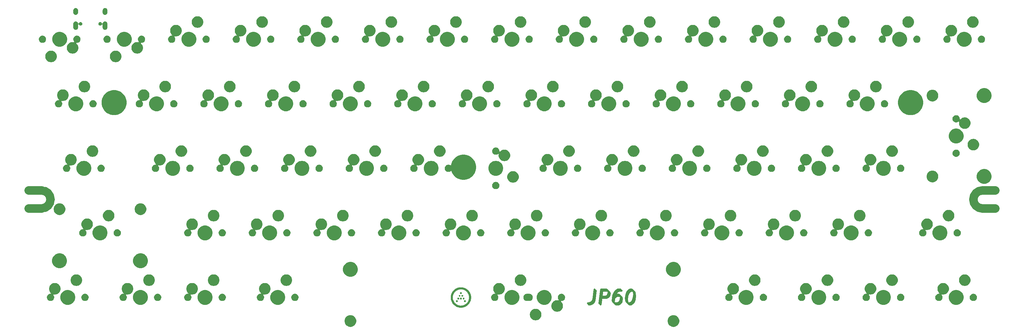
<source format=gts>
G04 #@! TF.GenerationSoftware,KiCad,Pcbnew,(5.1.4)-1*
G04 #@! TF.CreationDate,2021-07-17T16:32:22+09:00*
G04 #@! TF.ProjectId,JIS60,4a495336-302e-46b6-9963-61645f706362,rev?*
G04 #@! TF.SameCoordinates,Original*
G04 #@! TF.FileFunction,Soldermask,Top*
G04 #@! TF.FilePolarity,Negative*
%FSLAX46Y46*%
G04 Gerber Fmt 4.6, Leading zero omitted, Abs format (unit mm)*
G04 Created by KiCad (PCBNEW (5.1.4)-1) date 2021-07-17 16:32:22*
%MOMM*%
%LPD*%
G04 APERTURE LIST*
%ADD10C,0.600000*%
%ADD11C,0.010000*%
%ADD12C,2.501900*%
%ADD13C,0.100000*%
G04 APERTURE END LIST*
D10*
X292168964Y-256000523D02*
X291811821Y-258857666D01*
X291549916Y-259429095D01*
X291121345Y-259810047D01*
X290526107Y-260000523D01*
X290145154Y-260000523D01*
X293573726Y-260000523D02*
X294073726Y-256000523D01*
X295597535Y-256000523D01*
X295954678Y-256191000D01*
X296121345Y-256381476D01*
X296264202Y-256762428D01*
X296192773Y-257333857D01*
X295954678Y-257714809D01*
X295740392Y-257905285D01*
X295335630Y-258095761D01*
X293811821Y-258095761D01*
X299788011Y-256000523D02*
X299026107Y-256000523D01*
X298621345Y-256191000D01*
X298407059Y-256381476D01*
X297954678Y-256952904D01*
X297668964Y-257714809D01*
X297478488Y-259238619D01*
X297621345Y-259619571D01*
X297788011Y-259810047D01*
X298145154Y-260000523D01*
X298907059Y-260000523D01*
X299311821Y-259810047D01*
X299526107Y-259619571D01*
X299764202Y-259238619D01*
X299883250Y-258286238D01*
X299740392Y-257905285D01*
X299573726Y-257714809D01*
X299216583Y-257524333D01*
X298454678Y-257524333D01*
X298049916Y-257714809D01*
X297835630Y-257905285D01*
X297597535Y-258286238D01*
X302645154Y-256000523D02*
X303026107Y-256000523D01*
X303383250Y-256191000D01*
X303549916Y-256381476D01*
X303692773Y-256762428D01*
X303788011Y-257524333D01*
X303668964Y-258476714D01*
X303383250Y-259238619D01*
X303145154Y-259619571D01*
X302930869Y-259810047D01*
X302526107Y-260000523D01*
X302145154Y-260000523D01*
X301788011Y-259810047D01*
X301621345Y-259619571D01*
X301478488Y-259238619D01*
X301383250Y-258476714D01*
X301502297Y-257524333D01*
X301788011Y-256762428D01*
X302026107Y-256381476D01*
X302240392Y-256191000D01*
X302645154Y-256000523D01*
X291851464Y-255651273D02*
X291494321Y-258508416D01*
X291232416Y-259079845D01*
X290803845Y-259460797D01*
X290208607Y-259651273D01*
X289827654Y-259651273D01*
X293256226Y-259651273D02*
X293756226Y-255651273D01*
X295280035Y-255651273D01*
X295637178Y-255841750D01*
X295803845Y-256032226D01*
X295946702Y-256413178D01*
X295875273Y-256984607D01*
X295637178Y-257365559D01*
X295422892Y-257556035D01*
X295018130Y-257746511D01*
X293494321Y-257746511D01*
X299470511Y-255651273D02*
X298708607Y-255651273D01*
X298303845Y-255841750D01*
X298089559Y-256032226D01*
X297637178Y-256603654D01*
X297351464Y-257365559D01*
X297160988Y-258889369D01*
X297303845Y-259270321D01*
X297470511Y-259460797D01*
X297827654Y-259651273D01*
X298589559Y-259651273D01*
X298994321Y-259460797D01*
X299208607Y-259270321D01*
X299446702Y-258889369D01*
X299565750Y-257936988D01*
X299422892Y-257556035D01*
X299256226Y-257365559D01*
X298899083Y-257175083D01*
X298137178Y-257175083D01*
X297732416Y-257365559D01*
X297518130Y-257556035D01*
X297280035Y-257936988D01*
X302327654Y-255651273D02*
X302708607Y-255651273D01*
X303065750Y-255841750D01*
X303232416Y-256032226D01*
X303375273Y-256413178D01*
X303470511Y-257175083D01*
X303351464Y-258127464D01*
X303065750Y-258889369D01*
X302827654Y-259270321D01*
X302613369Y-259460797D01*
X302208607Y-259651273D01*
X301827654Y-259651273D01*
X301470511Y-259460797D01*
X301303845Y-259270321D01*
X301160988Y-258889369D01*
X301065750Y-258127464D01*
X301184797Y-257175083D01*
X301470511Y-256413178D01*
X301708607Y-256032226D01*
X301922892Y-255841750D01*
X302327654Y-255651273D01*
D11*
G36*
X252603000Y-256889250D02*
G01*
X252198188Y-256889250D01*
X252198188Y-256484438D01*
X252603000Y-256484438D01*
X252603000Y-256889250D01*
X252603000Y-256889250D01*
G37*
X252603000Y-256889250D02*
X252198188Y-256889250D01*
X252198188Y-256484438D01*
X252603000Y-256484438D01*
X252603000Y-256889250D01*
G36*
X253007813Y-257675063D02*
G01*
X252603000Y-257675063D01*
X252603000Y-257294063D01*
X253007813Y-257294063D01*
X253007813Y-257675063D01*
X253007813Y-257675063D01*
G37*
X253007813Y-257675063D02*
X252603000Y-257675063D01*
X252603000Y-257294063D01*
X253007813Y-257294063D01*
X253007813Y-257675063D01*
G36*
X252198188Y-257675063D02*
G01*
X251817188Y-257675063D01*
X251817188Y-257294063D01*
X252198188Y-257294063D01*
X252198188Y-257675063D01*
X252198188Y-257675063D01*
G37*
X252198188Y-257675063D02*
X251817188Y-257675063D01*
X251817188Y-257294063D01*
X252198188Y-257294063D01*
X252198188Y-257675063D01*
G36*
X253388813Y-258484688D02*
G01*
X253007813Y-258484688D01*
X253007813Y-258079875D01*
X253388813Y-258079875D01*
X253388813Y-258484688D01*
X253388813Y-258484688D01*
G37*
X253388813Y-258484688D02*
X253007813Y-258484688D01*
X253007813Y-258079875D01*
X253388813Y-258079875D01*
X253388813Y-258484688D01*
G36*
X252603000Y-258484688D02*
G01*
X252198188Y-258484688D01*
X252198188Y-258079875D01*
X252603000Y-258079875D01*
X252603000Y-258484688D01*
X252603000Y-258484688D01*
G37*
X252603000Y-258484688D02*
X252198188Y-258484688D01*
X252198188Y-258079875D01*
X252603000Y-258079875D01*
X252603000Y-258484688D01*
G36*
X251817188Y-258484688D02*
G01*
X251412375Y-258484688D01*
X251412375Y-258079875D01*
X251817188Y-258079875D01*
X251817188Y-258484688D01*
X251817188Y-258484688D01*
G37*
X251817188Y-258484688D02*
X251412375Y-258484688D01*
X251412375Y-258079875D01*
X251817188Y-258079875D01*
X251817188Y-258484688D01*
G36*
X253793625Y-259270500D02*
G01*
X253388813Y-259270500D01*
X253388813Y-258865688D01*
X253793625Y-258865688D01*
X253793625Y-259270500D01*
X253793625Y-259270500D01*
G37*
X253793625Y-259270500D02*
X253388813Y-259270500D01*
X253388813Y-258865688D01*
X253793625Y-258865688D01*
X253793625Y-259270500D01*
G36*
X251412375Y-259270500D02*
G01*
X251007563Y-259270500D01*
X251007563Y-258865688D01*
X251412375Y-258865688D01*
X251412375Y-259270500D01*
X251412375Y-259270500D01*
G37*
X251412375Y-259270500D02*
X251007563Y-259270500D01*
X251007563Y-258865688D01*
X251412375Y-258865688D01*
X251412375Y-259270500D01*
G36*
X252416469Y-254996795D02*
G01*
X252540587Y-254998165D01*
X252652299Y-255002322D01*
X252754892Y-255009669D01*
X252851656Y-255020610D01*
X252945878Y-255035548D01*
X253040847Y-255054887D01*
X253139851Y-255079031D01*
X253185130Y-255091168D01*
X253393677Y-255156406D01*
X253595765Y-255235742D01*
X253790628Y-255328778D01*
X253977499Y-255435118D01*
X254155614Y-255554366D01*
X254307760Y-255672367D01*
X254465428Y-255813092D01*
X254612765Y-255964537D01*
X254749086Y-256125635D01*
X254873708Y-256295317D01*
X254985947Y-256472516D01*
X255085120Y-256656166D01*
X255170542Y-256845197D01*
X255241530Y-257038543D01*
X255290284Y-257206553D01*
X255323355Y-257346539D01*
X255348715Y-257478475D01*
X255367107Y-257607747D01*
X255379275Y-257739743D01*
X255385961Y-257879850D01*
X255386614Y-257905250D01*
X255383895Y-258123547D01*
X255365700Y-258338330D01*
X255332035Y-258549571D01*
X255282906Y-258757239D01*
X255218319Y-258961305D01*
X255154122Y-259125237D01*
X255126039Y-259190502D01*
X255101977Y-259244660D01*
X255080108Y-259291363D01*
X255058607Y-259334263D01*
X255035646Y-259377013D01*
X255009400Y-259423265D01*
X254980275Y-259472906D01*
X254861056Y-259659177D01*
X254730952Y-259833903D01*
X254589829Y-259997215D01*
X254437555Y-260149246D01*
X254273997Y-260290130D01*
X254099024Y-260419998D01*
X253916656Y-260536525D01*
X253863827Y-260567494D01*
X253817914Y-260593471D01*
X253775265Y-260616281D01*
X253732228Y-260637751D01*
X253685151Y-260659707D01*
X253630381Y-260683975D01*
X253568987Y-260710372D01*
X253472754Y-260749919D01*
X253384036Y-260782958D01*
X253296922Y-260811445D01*
X253205498Y-260837339D01*
X253122906Y-260858072D01*
X252958390Y-260893626D01*
X252801295Y-260919303D01*
X252647067Y-260935643D01*
X252491149Y-260943186D01*
X252400594Y-260943763D01*
X252349375Y-260943248D01*
X252301254Y-260942543D01*
X252259374Y-260941710D01*
X252226878Y-260940813D01*
X252206910Y-260939915D01*
X252206125Y-260939859D01*
X251989951Y-260915907D01*
X251777194Y-260876920D01*
X251568713Y-260823217D01*
X251365368Y-260755113D01*
X251168016Y-260672926D01*
X250977518Y-260576975D01*
X250794732Y-260467576D01*
X250643776Y-260362546D01*
X250470849Y-260224199D01*
X250310165Y-260075838D01*
X250161951Y-259917789D01*
X250026429Y-259750382D01*
X249903824Y-259573944D01*
X249794361Y-259388802D01*
X249698263Y-259195285D01*
X249615756Y-258993721D01*
X249547063Y-258784438D01*
X249534918Y-258741380D01*
X249508552Y-258639585D01*
X249487167Y-258543261D01*
X249470359Y-258449117D01*
X249457725Y-258353867D01*
X249448860Y-258254220D01*
X249443362Y-258146890D01*
X249440826Y-258028586D01*
X249440545Y-257972719D01*
X249441220Y-257917358D01*
X249973294Y-257917358D01*
X249973397Y-257997496D01*
X249975063Y-258077160D01*
X249978259Y-258152287D01*
X249982956Y-258218810D01*
X249986676Y-258254500D01*
X250018550Y-258451798D01*
X250065201Y-258643413D01*
X250126451Y-258828972D01*
X250202119Y-259008099D01*
X250292027Y-259180419D01*
X250395994Y-259345559D01*
X250513841Y-259503143D01*
X250645388Y-259652797D01*
X250667724Y-259676010D01*
X250801958Y-259803084D01*
X250947660Y-259921020D01*
X251102131Y-260027840D01*
X251262669Y-260121566D01*
X251308458Y-260145254D01*
X251382866Y-260181903D01*
X251448107Y-260212122D01*
X251508604Y-260237690D01*
X251568778Y-260260384D01*
X251633051Y-260281983D01*
X251698125Y-260301977D01*
X251887338Y-260351390D01*
X252073089Y-260385841D01*
X252256827Y-260405464D01*
X252440003Y-260410392D01*
X252624064Y-260400761D01*
X252690606Y-260393781D01*
X252877938Y-260364837D01*
X253057519Y-260323028D01*
X253231857Y-260267604D01*
X253403459Y-260197814D01*
X253500416Y-260151616D01*
X253671048Y-260058197D01*
X253830464Y-259954462D01*
X253979422Y-259839724D01*
X254118679Y-259713300D01*
X254248994Y-259574504D01*
X254371124Y-259422653D01*
X254479392Y-259267009D01*
X254504518Y-259225818D01*
X254533841Y-259173690D01*
X254565541Y-259114246D01*
X254597799Y-259051106D01*
X254628793Y-258987890D01*
X254656706Y-258928217D01*
X254679715Y-258875707D01*
X254693153Y-258841875D01*
X254756020Y-258650334D01*
X254803416Y-258457595D01*
X254835300Y-258264200D01*
X254851630Y-258070690D01*
X254852368Y-257877607D01*
X254837472Y-257685492D01*
X254806902Y-257494886D01*
X254797099Y-257448844D01*
X254763450Y-257312551D01*
X254725142Y-257186368D01*
X254680204Y-257064757D01*
X254626663Y-256942182D01*
X254589004Y-256864708D01*
X254495299Y-256695860D01*
X254388474Y-256535423D01*
X254269298Y-256384118D01*
X254138537Y-256242664D01*
X253996960Y-256111781D01*
X253845334Y-255992190D01*
X253684427Y-255884610D01*
X253515007Y-255789761D01*
X253370825Y-255722230D01*
X253199197Y-255655835D01*
X253026643Y-255603837D01*
X252851156Y-255565828D01*
X252670726Y-255541401D01*
X252483345Y-255530147D01*
X252420438Y-255529257D01*
X252222343Y-255535627D01*
X252030715Y-255556272D01*
X251844781Y-255591423D01*
X251663765Y-255641317D01*
X251486894Y-255706185D01*
X251313394Y-255786263D01*
X251142491Y-255881785D01*
X251041794Y-255945994D01*
X250902361Y-256047522D01*
X250768163Y-256162028D01*
X250640841Y-256287589D01*
X250522035Y-256422281D01*
X250413386Y-256564181D01*
X250316535Y-256711365D01*
X250233122Y-256861911D01*
X250198326Y-256934830D01*
X250136923Y-257079689D01*
X250086692Y-257218928D01*
X250046435Y-257356876D01*
X250014956Y-257497864D01*
X249991056Y-257646221D01*
X249982655Y-257714750D01*
X249977892Y-257771920D01*
X249974782Y-257840811D01*
X249973294Y-257917358D01*
X249441220Y-257917358D01*
X249442290Y-257829723D01*
X249448164Y-257698856D01*
X249458738Y-257576775D01*
X249474585Y-257460135D01*
X249496277Y-257345594D01*
X249524387Y-257229809D01*
X249559486Y-257109437D01*
X249602147Y-256981134D01*
X249617841Y-256936875D01*
X249696226Y-256742156D01*
X249789066Y-256553822D01*
X249896172Y-256372135D01*
X250017352Y-256197358D01*
X250152417Y-256029753D01*
X250301174Y-255869583D01*
X250463433Y-255717110D01*
X250570271Y-255626929D01*
X250656100Y-255561436D01*
X250753639Y-255494110D01*
X250859248Y-255427162D01*
X250969286Y-255362805D01*
X251080113Y-255303250D01*
X251188089Y-255250708D01*
X251194094Y-255247965D01*
X251264054Y-255218092D01*
X251345235Y-255186706D01*
X251433267Y-255155286D01*
X251523779Y-255125312D01*
X251612401Y-255098261D01*
X251694764Y-255075614D01*
X251726650Y-255067721D01*
X251819875Y-255046953D01*
X251908849Y-255030293D01*
X251996853Y-255017402D01*
X252087169Y-255007945D01*
X252183078Y-255001582D01*
X252287860Y-254997978D01*
X252404795Y-254996794D01*
X252416469Y-254996795D01*
X252416469Y-254996795D01*
G37*
X252416469Y-254996795D02*
X252540587Y-254998165D01*
X252652299Y-255002322D01*
X252754892Y-255009669D01*
X252851656Y-255020610D01*
X252945878Y-255035548D01*
X253040847Y-255054887D01*
X253139851Y-255079031D01*
X253185130Y-255091168D01*
X253393677Y-255156406D01*
X253595765Y-255235742D01*
X253790628Y-255328778D01*
X253977499Y-255435118D01*
X254155614Y-255554366D01*
X254307760Y-255672367D01*
X254465428Y-255813092D01*
X254612765Y-255964537D01*
X254749086Y-256125635D01*
X254873708Y-256295317D01*
X254985947Y-256472516D01*
X255085120Y-256656166D01*
X255170542Y-256845197D01*
X255241530Y-257038543D01*
X255290284Y-257206553D01*
X255323355Y-257346539D01*
X255348715Y-257478475D01*
X255367107Y-257607747D01*
X255379275Y-257739743D01*
X255385961Y-257879850D01*
X255386614Y-257905250D01*
X255383895Y-258123547D01*
X255365700Y-258338330D01*
X255332035Y-258549571D01*
X255282906Y-258757239D01*
X255218319Y-258961305D01*
X255154122Y-259125237D01*
X255126039Y-259190502D01*
X255101977Y-259244660D01*
X255080108Y-259291363D01*
X255058607Y-259334263D01*
X255035646Y-259377013D01*
X255009400Y-259423265D01*
X254980275Y-259472906D01*
X254861056Y-259659177D01*
X254730952Y-259833903D01*
X254589829Y-259997215D01*
X254437555Y-260149246D01*
X254273997Y-260290130D01*
X254099024Y-260419998D01*
X253916656Y-260536525D01*
X253863827Y-260567494D01*
X253817914Y-260593471D01*
X253775265Y-260616281D01*
X253732228Y-260637751D01*
X253685151Y-260659707D01*
X253630381Y-260683975D01*
X253568987Y-260710372D01*
X253472754Y-260749919D01*
X253384036Y-260782958D01*
X253296922Y-260811445D01*
X253205498Y-260837339D01*
X253122906Y-260858072D01*
X252958390Y-260893626D01*
X252801295Y-260919303D01*
X252647067Y-260935643D01*
X252491149Y-260943186D01*
X252400594Y-260943763D01*
X252349375Y-260943248D01*
X252301254Y-260942543D01*
X252259374Y-260941710D01*
X252226878Y-260940813D01*
X252206910Y-260939915D01*
X252206125Y-260939859D01*
X251989951Y-260915907D01*
X251777194Y-260876920D01*
X251568713Y-260823217D01*
X251365368Y-260755113D01*
X251168016Y-260672926D01*
X250977518Y-260576975D01*
X250794732Y-260467576D01*
X250643776Y-260362546D01*
X250470849Y-260224199D01*
X250310165Y-260075838D01*
X250161951Y-259917789D01*
X250026429Y-259750382D01*
X249903824Y-259573944D01*
X249794361Y-259388802D01*
X249698263Y-259195285D01*
X249615756Y-258993721D01*
X249547063Y-258784438D01*
X249534918Y-258741380D01*
X249508552Y-258639585D01*
X249487167Y-258543261D01*
X249470359Y-258449117D01*
X249457725Y-258353867D01*
X249448860Y-258254220D01*
X249443362Y-258146890D01*
X249440826Y-258028586D01*
X249440545Y-257972719D01*
X249441220Y-257917358D01*
X249973294Y-257917358D01*
X249973397Y-257997496D01*
X249975063Y-258077160D01*
X249978259Y-258152287D01*
X249982956Y-258218810D01*
X249986676Y-258254500D01*
X250018550Y-258451798D01*
X250065201Y-258643413D01*
X250126451Y-258828972D01*
X250202119Y-259008099D01*
X250292027Y-259180419D01*
X250395994Y-259345559D01*
X250513841Y-259503143D01*
X250645388Y-259652797D01*
X250667724Y-259676010D01*
X250801958Y-259803084D01*
X250947660Y-259921020D01*
X251102131Y-260027840D01*
X251262669Y-260121566D01*
X251308458Y-260145254D01*
X251382866Y-260181903D01*
X251448107Y-260212122D01*
X251508604Y-260237690D01*
X251568778Y-260260384D01*
X251633051Y-260281983D01*
X251698125Y-260301977D01*
X251887338Y-260351390D01*
X252073089Y-260385841D01*
X252256827Y-260405464D01*
X252440003Y-260410392D01*
X252624064Y-260400761D01*
X252690606Y-260393781D01*
X252877938Y-260364837D01*
X253057519Y-260323028D01*
X253231857Y-260267604D01*
X253403459Y-260197814D01*
X253500416Y-260151616D01*
X253671048Y-260058197D01*
X253830464Y-259954462D01*
X253979422Y-259839724D01*
X254118679Y-259713300D01*
X254248994Y-259574504D01*
X254371124Y-259422653D01*
X254479392Y-259267009D01*
X254504518Y-259225818D01*
X254533841Y-259173690D01*
X254565541Y-259114246D01*
X254597799Y-259051106D01*
X254628793Y-258987890D01*
X254656706Y-258928217D01*
X254679715Y-258875707D01*
X254693153Y-258841875D01*
X254756020Y-258650334D01*
X254803416Y-258457595D01*
X254835300Y-258264200D01*
X254851630Y-258070690D01*
X254852368Y-257877607D01*
X254837472Y-257685492D01*
X254806902Y-257494886D01*
X254797099Y-257448844D01*
X254763450Y-257312551D01*
X254725142Y-257186368D01*
X254680204Y-257064757D01*
X254626663Y-256942182D01*
X254589004Y-256864708D01*
X254495299Y-256695860D01*
X254388474Y-256535423D01*
X254269298Y-256384118D01*
X254138537Y-256242664D01*
X253996960Y-256111781D01*
X253845334Y-255992190D01*
X253684427Y-255884610D01*
X253515007Y-255789761D01*
X253370825Y-255722230D01*
X253199197Y-255655835D01*
X253026643Y-255603837D01*
X252851156Y-255565828D01*
X252670726Y-255541401D01*
X252483345Y-255530147D01*
X252420438Y-255529257D01*
X252222343Y-255535627D01*
X252030715Y-255556272D01*
X251844781Y-255591423D01*
X251663765Y-255641317D01*
X251486894Y-255706185D01*
X251313394Y-255786263D01*
X251142491Y-255881785D01*
X251041794Y-255945994D01*
X250902361Y-256047522D01*
X250768163Y-256162028D01*
X250640841Y-256287589D01*
X250522035Y-256422281D01*
X250413386Y-256564181D01*
X250316535Y-256711365D01*
X250233122Y-256861911D01*
X250198326Y-256934830D01*
X250136923Y-257079689D01*
X250086692Y-257218928D01*
X250046435Y-257356876D01*
X250014956Y-257497864D01*
X249991056Y-257646221D01*
X249982655Y-257714750D01*
X249977892Y-257771920D01*
X249974782Y-257840811D01*
X249973294Y-257917358D01*
X249441220Y-257917358D01*
X249442290Y-257829723D01*
X249448164Y-257698856D01*
X249458738Y-257576775D01*
X249474585Y-257460135D01*
X249496277Y-257345594D01*
X249524387Y-257229809D01*
X249559486Y-257109437D01*
X249602147Y-256981134D01*
X249617841Y-256936875D01*
X249696226Y-256742156D01*
X249789066Y-256553822D01*
X249896172Y-256372135D01*
X250017352Y-256197358D01*
X250152417Y-256029753D01*
X250301174Y-255869583D01*
X250463433Y-255717110D01*
X250570271Y-255626929D01*
X250656100Y-255561436D01*
X250753639Y-255494110D01*
X250859248Y-255427162D01*
X250969286Y-255362805D01*
X251080113Y-255303250D01*
X251188089Y-255250708D01*
X251194094Y-255247965D01*
X251264054Y-255218092D01*
X251345235Y-255186706D01*
X251433267Y-255155286D01*
X251523779Y-255125312D01*
X251612401Y-255098261D01*
X251694764Y-255075614D01*
X251726650Y-255067721D01*
X251819875Y-255046953D01*
X251908849Y-255030293D01*
X251996853Y-255017402D01*
X252087169Y-255007945D01*
X252183078Y-255001582D01*
X252287860Y-254997978D01*
X252404795Y-254996794D01*
X252416469Y-254996795D01*
D12*
X124993750Y-231719700D02*
X128793750Y-231719700D01*
X128793750Y-231719700D02*
G75*
G03X131444700Y-229068750I0J2650950D01*
G01*
X131444700Y-229068750D02*
G75*
G03X128793750Y-226417800I-2650950J0D01*
G01*
X124993750Y-226417800D02*
X128793750Y-226417800D01*
X406193750Y-231719700D02*
X410043750Y-231719700D01*
X406193750Y-231719700D02*
G75*
G02X403542800Y-229068750I0J2650950D01*
G01*
X403542800Y-229068750D02*
G75*
G02X406193750Y-226417800I2650950J0D01*
G01*
X406193750Y-226417800D02*
X409993750Y-226417800D01*
D13*
G36*
X315510598Y-263273918D02*
G01*
X315621622Y-263296002D01*
X315751580Y-263349833D01*
X315935369Y-263425960D01*
X316217735Y-263614631D01*
X316457869Y-263854765D01*
X316646540Y-264137131D01*
X316722667Y-264320920D01*
X316742677Y-264369226D01*
X316776498Y-264450879D01*
X316842750Y-264783949D01*
X316842750Y-265123551D01*
X316776498Y-265456621D01*
X316646540Y-265770369D01*
X316457869Y-266052735D01*
X316217735Y-266292869D01*
X315935369Y-266481540D01*
X315751580Y-266557667D01*
X315621622Y-266611498D01*
X315510598Y-266633582D01*
X315288551Y-266677750D01*
X314948949Y-266677750D01*
X314726902Y-266633582D01*
X314615878Y-266611498D01*
X314485920Y-266557667D01*
X314302131Y-266481540D01*
X314019765Y-266292869D01*
X313779631Y-266052735D01*
X313590960Y-265770369D01*
X313461002Y-265456621D01*
X313394750Y-265123551D01*
X313394750Y-264783949D01*
X313461002Y-264450879D01*
X313494824Y-264369226D01*
X313514833Y-264320920D01*
X313590960Y-264137131D01*
X313779631Y-263854765D01*
X314019765Y-263614631D01*
X314302131Y-263425960D01*
X314485920Y-263349833D01*
X314615878Y-263296002D01*
X314726902Y-263273918D01*
X314948949Y-263229750D01*
X315288551Y-263229750D01*
X315510598Y-263273918D01*
X315510598Y-263273918D01*
G37*
G36*
X220260598Y-263273918D02*
G01*
X220371622Y-263296002D01*
X220501580Y-263349833D01*
X220685369Y-263425960D01*
X220967735Y-263614631D01*
X221207869Y-263854765D01*
X221396540Y-264137131D01*
X221472667Y-264320920D01*
X221492677Y-264369226D01*
X221526498Y-264450879D01*
X221592750Y-264783949D01*
X221592750Y-265123551D01*
X221526498Y-265456621D01*
X221396540Y-265770369D01*
X221207869Y-266052735D01*
X220967735Y-266292869D01*
X220685369Y-266481540D01*
X220501580Y-266557667D01*
X220371622Y-266611498D01*
X220260598Y-266633582D01*
X220038551Y-266677750D01*
X219698949Y-266677750D01*
X219476902Y-266633582D01*
X219365878Y-266611498D01*
X219235920Y-266557667D01*
X219052131Y-266481540D01*
X218769765Y-266292869D01*
X218529631Y-266052735D01*
X218340960Y-265770369D01*
X218211002Y-265456621D01*
X218144750Y-265123551D01*
X218144750Y-264783949D01*
X218211002Y-264450879D01*
X218244824Y-264369226D01*
X218264833Y-264320920D01*
X218340960Y-264137131D01*
X218529631Y-263854765D01*
X218769765Y-263614631D01*
X219052131Y-263425960D01*
X219235920Y-263349833D01*
X219365878Y-263296002D01*
X219476902Y-263273918D01*
X219698949Y-263229750D01*
X220038551Y-263229750D01*
X220260598Y-263273918D01*
X220260598Y-263273918D01*
G37*
G36*
X274810404Y-261381415D02*
G01*
X274974622Y-261414080D01*
X275284002Y-261542229D01*
X275562437Y-261728273D01*
X275799227Y-261965063D01*
X275985271Y-262243498D01*
X276113420Y-262552878D01*
X276113420Y-262552880D01*
X276178750Y-262881313D01*
X276178750Y-263216187D01*
X276146085Y-263380403D01*
X276113420Y-263544622D01*
X275985271Y-263854002D01*
X275799227Y-264132437D01*
X275562437Y-264369227D01*
X275284002Y-264555271D01*
X274974622Y-264683420D01*
X274810404Y-264716085D01*
X274646187Y-264748750D01*
X274311313Y-264748750D01*
X274147096Y-264716085D01*
X273982878Y-264683420D01*
X273673498Y-264555271D01*
X273395063Y-264369227D01*
X273158273Y-264132437D01*
X272972229Y-263854002D01*
X272844080Y-263544622D01*
X272811415Y-263380403D01*
X272778750Y-263216187D01*
X272778750Y-262881313D01*
X272844080Y-262552880D01*
X272844080Y-262552878D01*
X272972229Y-262243498D01*
X273158273Y-261965063D01*
X273395063Y-261728273D01*
X273673498Y-261542229D01*
X273982878Y-261414080D01*
X274147096Y-261381415D01*
X274311313Y-261348750D01*
X274646187Y-261348750D01*
X274810404Y-261381415D01*
X274810404Y-261381415D01*
G37*
G36*
X282308472Y-256914406D02*
G01*
X282412316Y-256935062D01*
X282469616Y-256958797D01*
X282607953Y-257016097D01*
X282784022Y-257133743D01*
X282933757Y-257283478D01*
X283051403Y-257459547D01*
X283132438Y-257655185D01*
X283173750Y-257862871D01*
X283173750Y-258074629D01*
X283132438Y-258282315D01*
X283051403Y-258477953D01*
X282933757Y-258654022D01*
X282784022Y-258803757D01*
X282607953Y-258921403D01*
X282469616Y-258978703D01*
X282412316Y-259002438D01*
X282384600Y-259007951D01*
X282204629Y-259043750D01*
X282069687Y-259043750D01*
X282045301Y-259046152D01*
X282021852Y-259053265D01*
X282000241Y-259064816D01*
X281981299Y-259080361D01*
X281965754Y-259099303D01*
X281954203Y-259120914D01*
X281947090Y-259144363D01*
X281944688Y-259168749D01*
X281947090Y-259193135D01*
X281954203Y-259216584D01*
X281965754Y-259238195D01*
X281981290Y-259257126D01*
X282149227Y-259425063D01*
X282335271Y-259703498D01*
X282463420Y-260012878D01*
X282528750Y-260341315D01*
X282528750Y-260676185D01*
X282463420Y-261004622D01*
X282335271Y-261314002D01*
X282149227Y-261592437D01*
X281912437Y-261829227D01*
X281634002Y-262015271D01*
X281324622Y-262143420D01*
X281160404Y-262176085D01*
X280996187Y-262208750D01*
X280661313Y-262208750D01*
X280497096Y-262176085D01*
X280332878Y-262143420D01*
X280023498Y-262015271D01*
X279745063Y-261829227D01*
X279508273Y-261592437D01*
X279322229Y-261314002D01*
X279194080Y-261004622D01*
X279128750Y-260676185D01*
X279128750Y-260341315D01*
X279194080Y-260012878D01*
X279322229Y-259703498D01*
X279508273Y-259425063D01*
X279745063Y-259188273D01*
X280023498Y-259002229D01*
X280332878Y-258874080D01*
X280517412Y-258837374D01*
X280661313Y-258808750D01*
X280996187Y-258808750D01*
X281128012Y-258834972D01*
X281152398Y-258837374D01*
X281176784Y-258834972D01*
X281200233Y-258827859D01*
X281221844Y-258816308D01*
X281240785Y-258800763D01*
X281256331Y-258781821D01*
X281267882Y-258760210D01*
X281274995Y-258736761D01*
X281277397Y-258712375D01*
X281274995Y-258687989D01*
X281267882Y-258664540D01*
X281256331Y-258642929D01*
X281146097Y-258477952D01*
X281065062Y-258282315D01*
X281023750Y-258074629D01*
X281023750Y-257862871D01*
X281065062Y-257655185D01*
X281146097Y-257459547D01*
X281263743Y-257283478D01*
X281413478Y-257133743D01*
X281589547Y-257016097D01*
X281727884Y-256958797D01*
X281785184Y-256935062D01*
X281889028Y-256914406D01*
X281992871Y-256893750D01*
X282204629Y-256893750D01*
X282308472Y-256914406D01*
X282308472Y-256914406D01*
G37*
G36*
X358621186Y-255859160D02*
G01*
X358779220Y-255924620D01*
X359020451Y-256024541D01*
X359379780Y-256264637D01*
X359685363Y-256570220D01*
X359925459Y-256929549D01*
X359980910Y-257063420D01*
X360090840Y-257328814D01*
X360175150Y-257752668D01*
X360175150Y-258184832D01*
X360090840Y-258608686D01*
X360076656Y-258642929D01*
X359925459Y-259007951D01*
X359685363Y-259367280D01*
X359379780Y-259672863D01*
X359020451Y-259912959D01*
X358786567Y-260009837D01*
X358621186Y-260078340D01*
X358197332Y-260162650D01*
X357765168Y-260162650D01*
X357341314Y-260078340D01*
X357175933Y-260009837D01*
X356942049Y-259912959D01*
X356582720Y-259672863D01*
X356277137Y-259367280D01*
X356037041Y-259007951D01*
X355885844Y-258642929D01*
X355871660Y-258608686D01*
X355787350Y-258184832D01*
X355787350Y-257752668D01*
X355871660Y-257328814D01*
X355981590Y-257063420D01*
X356037041Y-256929549D01*
X356277137Y-256570220D01*
X356582720Y-256264637D01*
X356942049Y-256024541D01*
X357183280Y-255924620D01*
X357341314Y-255859160D01*
X357765168Y-255774850D01*
X358197332Y-255774850D01*
X358621186Y-255859160D01*
X358621186Y-255859160D01*
G37*
G36*
X337189936Y-255859160D02*
G01*
X337347970Y-255924620D01*
X337589201Y-256024541D01*
X337948530Y-256264637D01*
X338254113Y-256570220D01*
X338494209Y-256929549D01*
X338549660Y-257063420D01*
X338659590Y-257328814D01*
X338743900Y-257752668D01*
X338743900Y-258184832D01*
X338659590Y-258608686D01*
X338645406Y-258642929D01*
X338494209Y-259007951D01*
X338254113Y-259367280D01*
X337948530Y-259672863D01*
X337589201Y-259912959D01*
X337355317Y-260009837D01*
X337189936Y-260078340D01*
X336766082Y-260162650D01*
X336333918Y-260162650D01*
X335910064Y-260078340D01*
X335744683Y-260009837D01*
X335510799Y-259912959D01*
X335151470Y-259672863D01*
X334845887Y-259367280D01*
X334605791Y-259007951D01*
X334454594Y-258642929D01*
X334440410Y-258608686D01*
X334356100Y-258184832D01*
X334356100Y-257752668D01*
X334440410Y-257328814D01*
X334550340Y-257063420D01*
X334605791Y-256929549D01*
X334845887Y-256570220D01*
X335151470Y-256264637D01*
X335510799Y-256024541D01*
X335752030Y-255924620D01*
X335910064Y-255859160D01*
X336333918Y-255774850D01*
X336766082Y-255774850D01*
X337189936Y-255859160D01*
X337189936Y-255859160D01*
G37*
G36*
X268133686Y-255859160D02*
G01*
X268291720Y-255924620D01*
X268532951Y-256024541D01*
X268892280Y-256264637D01*
X269197863Y-256570220D01*
X269437959Y-256929549D01*
X269493410Y-257063420D01*
X269603340Y-257328814D01*
X269687650Y-257752668D01*
X269687650Y-258184832D01*
X269603340Y-258608686D01*
X269589156Y-258642929D01*
X269437959Y-259007951D01*
X269197863Y-259367280D01*
X268892280Y-259672863D01*
X268532951Y-259912959D01*
X268299067Y-260009837D01*
X268133686Y-260078340D01*
X267709832Y-260162650D01*
X267277668Y-260162650D01*
X266853814Y-260078340D01*
X266688433Y-260009837D01*
X266454549Y-259912959D01*
X266095220Y-259672863D01*
X265789637Y-259367280D01*
X265549541Y-259007951D01*
X265398344Y-258642929D01*
X265384160Y-258608686D01*
X265299850Y-258184832D01*
X265299850Y-257752668D01*
X265384160Y-257328814D01*
X265494090Y-257063420D01*
X265549541Y-256929549D01*
X265789637Y-256570220D01*
X266095220Y-256264637D01*
X266454549Y-256024541D01*
X266695780Y-255924620D01*
X266853814Y-255859160D01*
X267277668Y-255774850D01*
X267709832Y-255774850D01*
X268133686Y-255859160D01*
X268133686Y-255859160D01*
G37*
G36*
X277658686Y-255859160D02*
G01*
X277816720Y-255924620D01*
X278057951Y-256024541D01*
X278417280Y-256264637D01*
X278722863Y-256570220D01*
X278962959Y-256929549D01*
X279018410Y-257063420D01*
X279128340Y-257328814D01*
X279212650Y-257752668D01*
X279212650Y-258184832D01*
X279128340Y-258608686D01*
X279114156Y-258642929D01*
X278962959Y-259007951D01*
X278722863Y-259367280D01*
X278417280Y-259672863D01*
X278057951Y-259912959D01*
X277824067Y-260009837D01*
X277658686Y-260078340D01*
X277234832Y-260162650D01*
X276802668Y-260162650D01*
X276378814Y-260078340D01*
X276213433Y-260009837D01*
X275979549Y-259912959D01*
X275620220Y-259672863D01*
X275314637Y-259367280D01*
X275074541Y-259007951D01*
X274923344Y-258642929D01*
X274909160Y-258608686D01*
X274824850Y-258184832D01*
X274824850Y-257752668D01*
X274909160Y-257328814D01*
X275019090Y-257063420D01*
X275074541Y-256929549D01*
X275314637Y-256570220D01*
X275620220Y-256264637D01*
X275979549Y-256024541D01*
X276220780Y-255924620D01*
X276378814Y-255859160D01*
X276802668Y-255774850D01*
X277234832Y-255774850D01*
X277658686Y-255859160D01*
X277658686Y-255859160D01*
G37*
G36*
X199077436Y-255859160D02*
G01*
X199235470Y-255924620D01*
X199476701Y-256024541D01*
X199836030Y-256264637D01*
X200141613Y-256570220D01*
X200381709Y-256929549D01*
X200437160Y-257063420D01*
X200547090Y-257328814D01*
X200631400Y-257752668D01*
X200631400Y-258184832D01*
X200547090Y-258608686D01*
X200532906Y-258642929D01*
X200381709Y-259007951D01*
X200141613Y-259367280D01*
X199836030Y-259672863D01*
X199476701Y-259912959D01*
X199242817Y-260009837D01*
X199077436Y-260078340D01*
X198653582Y-260162650D01*
X198221418Y-260162650D01*
X197797564Y-260078340D01*
X197632183Y-260009837D01*
X197398299Y-259912959D01*
X197038970Y-259672863D01*
X196733387Y-259367280D01*
X196493291Y-259007951D01*
X196342094Y-258642929D01*
X196327910Y-258608686D01*
X196243600Y-258184832D01*
X196243600Y-257752668D01*
X196327910Y-257328814D01*
X196437840Y-257063420D01*
X196493291Y-256929549D01*
X196733387Y-256570220D01*
X197038970Y-256264637D01*
X197398299Y-256024541D01*
X197639530Y-255924620D01*
X197797564Y-255859160D01*
X198221418Y-255774850D01*
X198653582Y-255774850D01*
X199077436Y-255859160D01*
X199077436Y-255859160D01*
G37*
G36*
X137164936Y-255859160D02*
G01*
X137322970Y-255924620D01*
X137564201Y-256024541D01*
X137923530Y-256264637D01*
X138229113Y-256570220D01*
X138469209Y-256929549D01*
X138524660Y-257063420D01*
X138634590Y-257328814D01*
X138718900Y-257752668D01*
X138718900Y-258184832D01*
X138634590Y-258608686D01*
X138620406Y-258642929D01*
X138469209Y-259007951D01*
X138229113Y-259367280D01*
X137923530Y-259672863D01*
X137564201Y-259912959D01*
X137330317Y-260009837D01*
X137164936Y-260078340D01*
X136741082Y-260162650D01*
X136308918Y-260162650D01*
X135885064Y-260078340D01*
X135719683Y-260009837D01*
X135485799Y-259912959D01*
X135126470Y-259672863D01*
X134820887Y-259367280D01*
X134580791Y-259007951D01*
X134429594Y-258642929D01*
X134415410Y-258608686D01*
X134331100Y-258184832D01*
X134331100Y-257752668D01*
X134415410Y-257328814D01*
X134525340Y-257063420D01*
X134580791Y-256929549D01*
X134820887Y-256570220D01*
X135126470Y-256264637D01*
X135485799Y-256024541D01*
X135727030Y-255924620D01*
X135885064Y-255859160D01*
X136308918Y-255774850D01*
X136741082Y-255774850D01*
X137164936Y-255859160D01*
X137164936Y-255859160D01*
G37*
G36*
X177646186Y-255859160D02*
G01*
X177804220Y-255924620D01*
X178045451Y-256024541D01*
X178404780Y-256264637D01*
X178710363Y-256570220D01*
X178950459Y-256929549D01*
X179005910Y-257063420D01*
X179115840Y-257328814D01*
X179200150Y-257752668D01*
X179200150Y-258184832D01*
X179115840Y-258608686D01*
X179101656Y-258642929D01*
X178950459Y-259007951D01*
X178710363Y-259367280D01*
X178404780Y-259672863D01*
X178045451Y-259912959D01*
X177811567Y-260009837D01*
X177646186Y-260078340D01*
X177222332Y-260162650D01*
X176790168Y-260162650D01*
X176366314Y-260078340D01*
X176200933Y-260009837D01*
X175967049Y-259912959D01*
X175607720Y-259672863D01*
X175302137Y-259367280D01*
X175062041Y-259007951D01*
X174910844Y-258642929D01*
X174896660Y-258608686D01*
X174812350Y-258184832D01*
X174812350Y-257752668D01*
X174896660Y-257328814D01*
X175006590Y-257063420D01*
X175062041Y-256929549D01*
X175302137Y-256570220D01*
X175607720Y-256264637D01*
X175967049Y-256024541D01*
X176208280Y-255924620D01*
X176366314Y-255859160D01*
X176790168Y-255774850D01*
X177222332Y-255774850D01*
X177646186Y-255859160D01*
X177646186Y-255859160D01*
G37*
G36*
X377671186Y-255859160D02*
G01*
X377829220Y-255924620D01*
X378070451Y-256024541D01*
X378429780Y-256264637D01*
X378735363Y-256570220D01*
X378975459Y-256929549D01*
X379030910Y-257063420D01*
X379140840Y-257328814D01*
X379225150Y-257752668D01*
X379225150Y-258184832D01*
X379140840Y-258608686D01*
X379126656Y-258642929D01*
X378975459Y-259007951D01*
X378735363Y-259367280D01*
X378429780Y-259672863D01*
X378070451Y-259912959D01*
X377836567Y-260009837D01*
X377671186Y-260078340D01*
X377247332Y-260162650D01*
X376815168Y-260162650D01*
X376391314Y-260078340D01*
X376225933Y-260009837D01*
X375992049Y-259912959D01*
X375632720Y-259672863D01*
X375327137Y-259367280D01*
X375087041Y-259007951D01*
X374935844Y-258642929D01*
X374921660Y-258608686D01*
X374837350Y-258184832D01*
X374837350Y-257752668D01*
X374921660Y-257328814D01*
X375031590Y-257063420D01*
X375087041Y-256929549D01*
X375327137Y-256570220D01*
X375632720Y-256264637D01*
X375992049Y-256024541D01*
X376233280Y-255924620D01*
X376391314Y-255859160D01*
X376815168Y-255774850D01*
X377247332Y-255774850D01*
X377671186Y-255859160D01*
X377671186Y-255859160D01*
G37*
G36*
X158596186Y-255859160D02*
G01*
X158754220Y-255924620D01*
X158995451Y-256024541D01*
X159354780Y-256264637D01*
X159660363Y-256570220D01*
X159900459Y-256929549D01*
X159955910Y-257063420D01*
X160065840Y-257328814D01*
X160150150Y-257752668D01*
X160150150Y-258184832D01*
X160065840Y-258608686D01*
X160051656Y-258642929D01*
X159900459Y-259007951D01*
X159660363Y-259367280D01*
X159354780Y-259672863D01*
X158995451Y-259912959D01*
X158761567Y-260009837D01*
X158596186Y-260078340D01*
X158172332Y-260162650D01*
X157740168Y-260162650D01*
X157316314Y-260078340D01*
X157150933Y-260009837D01*
X156917049Y-259912959D01*
X156557720Y-259672863D01*
X156252137Y-259367280D01*
X156012041Y-259007951D01*
X155860844Y-258642929D01*
X155846660Y-258608686D01*
X155762350Y-258184832D01*
X155762350Y-257752668D01*
X155846660Y-257328814D01*
X155956590Y-257063420D01*
X156012041Y-256929549D01*
X156252137Y-256570220D01*
X156557720Y-256264637D01*
X156917049Y-256024541D01*
X157158280Y-255924620D01*
X157316314Y-255859160D01*
X157740168Y-255774850D01*
X158172332Y-255774850D01*
X158596186Y-255859160D01*
X158596186Y-255859160D01*
G37*
G36*
X399102436Y-255859160D02*
G01*
X399260470Y-255924620D01*
X399501701Y-256024541D01*
X399861030Y-256264637D01*
X400166613Y-256570220D01*
X400406709Y-256929549D01*
X400462160Y-257063420D01*
X400572090Y-257328814D01*
X400656400Y-257752668D01*
X400656400Y-258184832D01*
X400572090Y-258608686D01*
X400557906Y-258642929D01*
X400406709Y-259007951D01*
X400166613Y-259367280D01*
X399861030Y-259672863D01*
X399501701Y-259912959D01*
X399267817Y-260009837D01*
X399102436Y-260078340D01*
X398678582Y-260162650D01*
X398246418Y-260162650D01*
X397822564Y-260078340D01*
X397657183Y-260009837D01*
X397423299Y-259912959D01*
X397063970Y-259672863D01*
X396758387Y-259367280D01*
X396518291Y-259007951D01*
X396367094Y-258642929D01*
X396352910Y-258608686D01*
X396268600Y-258184832D01*
X396268600Y-257752668D01*
X396352910Y-257328814D01*
X396462840Y-257063420D01*
X396518291Y-256929549D01*
X396758387Y-256570220D01*
X397063970Y-256264637D01*
X397423299Y-256024541D01*
X397664530Y-255924620D01*
X397822564Y-255859160D01*
X398246418Y-255774850D01*
X398678582Y-255774850D01*
X399102436Y-255859160D01*
X399102436Y-255859160D01*
G37*
G36*
X333071654Y-253761415D02*
G01*
X333235872Y-253794080D01*
X333545252Y-253922229D01*
X333823687Y-254108273D01*
X334060477Y-254345063D01*
X334246521Y-254623498D01*
X334374670Y-254932878D01*
X334440000Y-255261315D01*
X334440000Y-255596185D01*
X334374670Y-255924622D01*
X334246521Y-256234002D01*
X334060477Y-256512437D01*
X333823687Y-256749227D01*
X333545252Y-256935271D01*
X333235872Y-257063420D01*
X333071653Y-257096085D01*
X332907437Y-257128750D01*
X332572563Y-257128750D01*
X332440738Y-257102528D01*
X332416352Y-257100126D01*
X332391966Y-257102528D01*
X332368517Y-257109641D01*
X332346906Y-257121192D01*
X332327965Y-257136737D01*
X332312419Y-257155679D01*
X332300868Y-257177290D01*
X332293755Y-257200739D01*
X332291353Y-257225125D01*
X332293755Y-257249511D01*
X332300868Y-257272960D01*
X332312419Y-257294571D01*
X332422653Y-257459548D01*
X332503688Y-257655185D01*
X332545000Y-257862871D01*
X332545000Y-258074629D01*
X332503688Y-258282315D01*
X332422653Y-258477953D01*
X332305007Y-258654022D01*
X332155272Y-258803757D01*
X331979203Y-258921403D01*
X331840866Y-258978703D01*
X331783566Y-259002438D01*
X331755850Y-259007951D01*
X331575879Y-259043750D01*
X331364121Y-259043750D01*
X331184150Y-259007951D01*
X331156434Y-259002438D01*
X331099134Y-258978703D01*
X330960797Y-258921403D01*
X330784728Y-258803757D01*
X330634993Y-258654022D01*
X330517347Y-258477953D01*
X330436312Y-258282315D01*
X330395000Y-258074629D01*
X330395000Y-257862871D01*
X330436312Y-257655185D01*
X330517347Y-257459547D01*
X330634993Y-257283478D01*
X330784728Y-257133743D01*
X330960797Y-257016097D01*
X331099134Y-256958797D01*
X331156434Y-256935062D01*
X331260278Y-256914406D01*
X331364121Y-256893750D01*
X331499063Y-256893750D01*
X331523449Y-256891348D01*
X331546898Y-256884235D01*
X331568509Y-256872684D01*
X331587451Y-256857139D01*
X331602996Y-256838197D01*
X331614547Y-256816586D01*
X331621660Y-256793137D01*
X331624062Y-256768751D01*
X331621660Y-256744365D01*
X331614547Y-256720916D01*
X331602996Y-256699305D01*
X331587460Y-256680374D01*
X331419523Y-256512437D01*
X331233479Y-256234002D01*
X331105330Y-255924622D01*
X331040000Y-255596185D01*
X331040000Y-255261315D01*
X331105330Y-254932878D01*
X331233479Y-254623498D01*
X331419523Y-254345063D01*
X331656313Y-254108273D01*
X331934748Y-253922229D01*
X332244128Y-253794080D01*
X332408346Y-253761415D01*
X332572563Y-253728750D01*
X332907437Y-253728750D01*
X333071654Y-253761415D01*
X333071654Y-253761415D01*
G37*
G36*
X382320972Y-256914406D02*
G01*
X382424816Y-256935062D01*
X382482116Y-256958797D01*
X382620453Y-257016097D01*
X382796522Y-257133743D01*
X382946257Y-257283478D01*
X383063903Y-257459547D01*
X383144938Y-257655185D01*
X383186250Y-257862871D01*
X383186250Y-258074629D01*
X383144938Y-258282315D01*
X383063903Y-258477953D01*
X382946257Y-258654022D01*
X382796522Y-258803757D01*
X382620453Y-258921403D01*
X382482116Y-258978703D01*
X382424816Y-259002438D01*
X382397100Y-259007951D01*
X382217129Y-259043750D01*
X382005371Y-259043750D01*
X381825400Y-259007951D01*
X381797684Y-259002438D01*
X381740384Y-258978703D01*
X381602047Y-258921403D01*
X381425978Y-258803757D01*
X381276243Y-258654022D01*
X381158597Y-258477953D01*
X381077562Y-258282315D01*
X381036250Y-258074629D01*
X381036250Y-257862871D01*
X381077562Y-257655185D01*
X381158597Y-257459547D01*
X381276243Y-257283478D01*
X381425978Y-257133743D01*
X381602047Y-257016097D01*
X381740384Y-256958797D01*
X381797684Y-256935062D01*
X381901528Y-256914406D01*
X382005371Y-256893750D01*
X382217129Y-256893750D01*
X382320972Y-256914406D01*
X382320972Y-256914406D01*
G37*
G36*
X363270972Y-256914406D02*
G01*
X363374816Y-256935062D01*
X363432116Y-256958797D01*
X363570453Y-257016097D01*
X363746522Y-257133743D01*
X363896257Y-257283478D01*
X364013903Y-257459547D01*
X364094938Y-257655185D01*
X364136250Y-257862871D01*
X364136250Y-258074629D01*
X364094938Y-258282315D01*
X364013903Y-258477953D01*
X363896257Y-258654022D01*
X363746522Y-258803757D01*
X363570453Y-258921403D01*
X363432116Y-258978703D01*
X363374816Y-259002438D01*
X363347100Y-259007951D01*
X363167129Y-259043750D01*
X362955371Y-259043750D01*
X362775400Y-259007951D01*
X362747684Y-259002438D01*
X362690384Y-258978703D01*
X362552047Y-258921403D01*
X362375978Y-258803757D01*
X362226243Y-258654022D01*
X362108597Y-258477953D01*
X362027562Y-258282315D01*
X361986250Y-258074629D01*
X361986250Y-257862871D01*
X362027562Y-257655185D01*
X362108597Y-257459547D01*
X362226243Y-257283478D01*
X362375978Y-257133743D01*
X362552047Y-257016097D01*
X362690384Y-256958797D01*
X362747684Y-256935062D01*
X362851528Y-256914406D01*
X362955371Y-256893750D01*
X363167129Y-256893750D01*
X363270972Y-256914406D01*
X363270972Y-256914406D01*
G37*
G36*
X373552904Y-253761415D02*
G01*
X373717122Y-253794080D01*
X374026502Y-253922229D01*
X374304937Y-254108273D01*
X374541727Y-254345063D01*
X374727771Y-254623498D01*
X374855920Y-254932878D01*
X374921250Y-255261315D01*
X374921250Y-255596185D01*
X374855920Y-255924622D01*
X374727771Y-256234002D01*
X374541727Y-256512437D01*
X374304937Y-256749227D01*
X374026502Y-256935271D01*
X373717122Y-257063420D01*
X373552903Y-257096085D01*
X373388687Y-257128750D01*
X373053813Y-257128750D01*
X372921988Y-257102528D01*
X372897602Y-257100126D01*
X372873216Y-257102528D01*
X372849767Y-257109641D01*
X372828156Y-257121192D01*
X372809215Y-257136737D01*
X372793669Y-257155679D01*
X372782118Y-257177290D01*
X372775005Y-257200739D01*
X372772603Y-257225125D01*
X372775005Y-257249511D01*
X372782118Y-257272960D01*
X372793669Y-257294571D01*
X372903903Y-257459548D01*
X372984938Y-257655185D01*
X373026250Y-257862871D01*
X373026250Y-258074629D01*
X372984938Y-258282315D01*
X372903903Y-258477953D01*
X372786257Y-258654022D01*
X372636522Y-258803757D01*
X372460453Y-258921403D01*
X372322116Y-258978703D01*
X372264816Y-259002438D01*
X372237100Y-259007951D01*
X372057129Y-259043750D01*
X371845371Y-259043750D01*
X371665400Y-259007951D01*
X371637684Y-259002438D01*
X371580384Y-258978703D01*
X371442047Y-258921403D01*
X371265978Y-258803757D01*
X371116243Y-258654022D01*
X370998597Y-258477953D01*
X370917562Y-258282315D01*
X370876250Y-258074629D01*
X370876250Y-257862871D01*
X370917562Y-257655185D01*
X370998597Y-257459547D01*
X371116243Y-257283478D01*
X371265978Y-257133743D01*
X371442047Y-257016097D01*
X371580384Y-256958797D01*
X371637684Y-256935062D01*
X371741528Y-256914406D01*
X371845371Y-256893750D01*
X371980313Y-256893750D01*
X372004699Y-256891348D01*
X372028148Y-256884235D01*
X372049759Y-256872684D01*
X372068701Y-256857139D01*
X372084246Y-256838197D01*
X372095797Y-256816586D01*
X372102910Y-256793137D01*
X372105312Y-256768751D01*
X372102910Y-256744365D01*
X372095797Y-256720916D01*
X372084246Y-256699305D01*
X372068710Y-256680374D01*
X371900773Y-256512437D01*
X371714729Y-256234002D01*
X371586580Y-255924622D01*
X371521250Y-255596185D01*
X371521250Y-255261315D01*
X371586580Y-254932878D01*
X371714729Y-254623498D01*
X371900773Y-254345063D01*
X372137563Y-254108273D01*
X372415998Y-253922229D01*
X372725378Y-253794080D01*
X372889596Y-253761415D01*
X373053813Y-253728750D01*
X373388687Y-253728750D01*
X373552904Y-253761415D01*
X373552904Y-253761415D01*
G37*
G36*
X173527904Y-253761415D02*
G01*
X173692122Y-253794080D01*
X174001502Y-253922229D01*
X174279937Y-254108273D01*
X174516727Y-254345063D01*
X174702771Y-254623498D01*
X174830920Y-254932878D01*
X174896250Y-255261315D01*
X174896250Y-255596185D01*
X174830920Y-255924622D01*
X174702771Y-256234002D01*
X174516727Y-256512437D01*
X174279937Y-256749227D01*
X174001502Y-256935271D01*
X173692122Y-257063420D01*
X173527903Y-257096085D01*
X173363687Y-257128750D01*
X173028813Y-257128750D01*
X172896988Y-257102528D01*
X172872602Y-257100126D01*
X172848216Y-257102528D01*
X172824767Y-257109641D01*
X172803156Y-257121192D01*
X172784215Y-257136737D01*
X172768669Y-257155679D01*
X172757118Y-257177290D01*
X172750005Y-257200739D01*
X172747603Y-257225125D01*
X172750005Y-257249511D01*
X172757118Y-257272960D01*
X172768669Y-257294571D01*
X172878903Y-257459548D01*
X172959938Y-257655185D01*
X173001250Y-257862871D01*
X173001250Y-258074629D01*
X172959938Y-258282315D01*
X172878903Y-258477953D01*
X172761257Y-258654022D01*
X172611522Y-258803757D01*
X172435453Y-258921403D01*
X172297116Y-258978703D01*
X172239816Y-259002438D01*
X172212100Y-259007951D01*
X172032129Y-259043750D01*
X171820371Y-259043750D01*
X171640400Y-259007951D01*
X171612684Y-259002438D01*
X171555384Y-258978703D01*
X171417047Y-258921403D01*
X171240978Y-258803757D01*
X171091243Y-258654022D01*
X170973597Y-258477953D01*
X170892562Y-258282315D01*
X170851250Y-258074629D01*
X170851250Y-257862871D01*
X170892562Y-257655185D01*
X170973597Y-257459547D01*
X171091243Y-257283478D01*
X171240978Y-257133743D01*
X171417047Y-257016097D01*
X171555384Y-256958797D01*
X171612684Y-256935062D01*
X171716528Y-256914406D01*
X171820371Y-256893750D01*
X171955313Y-256893750D01*
X171979699Y-256891348D01*
X172003148Y-256884235D01*
X172024759Y-256872684D01*
X172043701Y-256857139D01*
X172059246Y-256838197D01*
X172070797Y-256816586D01*
X172077910Y-256793137D01*
X172080312Y-256768751D01*
X172077910Y-256744365D01*
X172070797Y-256720916D01*
X172059246Y-256699305D01*
X172043710Y-256680374D01*
X171875773Y-256512437D01*
X171689729Y-256234002D01*
X171561580Y-255924622D01*
X171496250Y-255596185D01*
X171496250Y-255261315D01*
X171561580Y-254932878D01*
X171689729Y-254623498D01*
X171875773Y-254345063D01*
X172112563Y-254108273D01*
X172390998Y-253922229D01*
X172700378Y-253794080D01*
X172864596Y-253761415D01*
X173028813Y-253728750D01*
X173363687Y-253728750D01*
X173527904Y-253761415D01*
X173527904Y-253761415D01*
G37*
G36*
X354502904Y-253761415D02*
G01*
X354667122Y-253794080D01*
X354976502Y-253922229D01*
X355254937Y-254108273D01*
X355491727Y-254345063D01*
X355677771Y-254623498D01*
X355805920Y-254932878D01*
X355871250Y-255261315D01*
X355871250Y-255596185D01*
X355805920Y-255924622D01*
X355677771Y-256234002D01*
X355491727Y-256512437D01*
X355254937Y-256749227D01*
X354976502Y-256935271D01*
X354667122Y-257063420D01*
X354502903Y-257096085D01*
X354338687Y-257128750D01*
X354003813Y-257128750D01*
X353871988Y-257102528D01*
X353847602Y-257100126D01*
X353823216Y-257102528D01*
X353799767Y-257109641D01*
X353778156Y-257121192D01*
X353759215Y-257136737D01*
X353743669Y-257155679D01*
X353732118Y-257177290D01*
X353725005Y-257200739D01*
X353722603Y-257225125D01*
X353725005Y-257249511D01*
X353732118Y-257272960D01*
X353743669Y-257294571D01*
X353853903Y-257459548D01*
X353934938Y-257655185D01*
X353976250Y-257862871D01*
X353976250Y-258074629D01*
X353934938Y-258282315D01*
X353853903Y-258477953D01*
X353736257Y-258654022D01*
X353586522Y-258803757D01*
X353410453Y-258921403D01*
X353272116Y-258978703D01*
X353214816Y-259002438D01*
X353187100Y-259007951D01*
X353007129Y-259043750D01*
X352795371Y-259043750D01*
X352615400Y-259007951D01*
X352587684Y-259002438D01*
X352530384Y-258978703D01*
X352392047Y-258921403D01*
X352215978Y-258803757D01*
X352066243Y-258654022D01*
X351948597Y-258477953D01*
X351867562Y-258282315D01*
X351826250Y-258074629D01*
X351826250Y-257862871D01*
X351867562Y-257655185D01*
X351948597Y-257459547D01*
X352066243Y-257283478D01*
X352215978Y-257133743D01*
X352392047Y-257016097D01*
X352530384Y-256958797D01*
X352587684Y-256935062D01*
X352691528Y-256914406D01*
X352795371Y-256893750D01*
X352930313Y-256893750D01*
X352954699Y-256891348D01*
X352978148Y-256884235D01*
X352999759Y-256872684D01*
X353018701Y-256857139D01*
X353034246Y-256838197D01*
X353045797Y-256816586D01*
X353052910Y-256793137D01*
X353055312Y-256768751D01*
X353052910Y-256744365D01*
X353045797Y-256720916D01*
X353034246Y-256699305D01*
X353018710Y-256680374D01*
X352850773Y-256512437D01*
X352664729Y-256234002D01*
X352536580Y-255924622D01*
X352471250Y-255596185D01*
X352471250Y-255261315D01*
X352536580Y-254932878D01*
X352664729Y-254623498D01*
X352850773Y-254345063D01*
X353087563Y-254108273D01*
X353365998Y-253922229D01*
X353675378Y-253794080D01*
X353839596Y-253761415D01*
X354003813Y-253728750D01*
X354338687Y-253728750D01*
X354502904Y-253761415D01*
X354502904Y-253761415D01*
G37*
G36*
X203727222Y-256914406D02*
G01*
X203831066Y-256935062D01*
X203888366Y-256958797D01*
X204026703Y-257016097D01*
X204202772Y-257133743D01*
X204352507Y-257283478D01*
X204470153Y-257459547D01*
X204551188Y-257655185D01*
X204592500Y-257862871D01*
X204592500Y-258074629D01*
X204551188Y-258282315D01*
X204470153Y-258477953D01*
X204352507Y-258654022D01*
X204202772Y-258803757D01*
X204026703Y-258921403D01*
X203888366Y-258978703D01*
X203831066Y-259002438D01*
X203803350Y-259007951D01*
X203623379Y-259043750D01*
X203411621Y-259043750D01*
X203231650Y-259007951D01*
X203203934Y-259002438D01*
X203146634Y-258978703D01*
X203008297Y-258921403D01*
X202832228Y-258803757D01*
X202682493Y-258654022D01*
X202564847Y-258477953D01*
X202483812Y-258282315D01*
X202442500Y-258074629D01*
X202442500Y-257862871D01*
X202483812Y-257655185D01*
X202564847Y-257459547D01*
X202682493Y-257283478D01*
X202832228Y-257133743D01*
X203008297Y-257016097D01*
X203146634Y-256958797D01*
X203203934Y-256935062D01*
X203307778Y-256914406D01*
X203411621Y-256893750D01*
X203623379Y-256893750D01*
X203727222Y-256914406D01*
X203727222Y-256914406D01*
G37*
G36*
X194959154Y-253761415D02*
G01*
X195123372Y-253794080D01*
X195432752Y-253922229D01*
X195711187Y-254108273D01*
X195947977Y-254345063D01*
X196134021Y-254623498D01*
X196262170Y-254932878D01*
X196327500Y-255261315D01*
X196327500Y-255596185D01*
X196262170Y-255924622D01*
X196134021Y-256234002D01*
X195947977Y-256512437D01*
X195711187Y-256749227D01*
X195432752Y-256935271D01*
X195123372Y-257063420D01*
X194959153Y-257096085D01*
X194794937Y-257128750D01*
X194460063Y-257128750D01*
X194328238Y-257102528D01*
X194303852Y-257100126D01*
X194279466Y-257102528D01*
X194256017Y-257109641D01*
X194234406Y-257121192D01*
X194215465Y-257136737D01*
X194199919Y-257155679D01*
X194188368Y-257177290D01*
X194181255Y-257200739D01*
X194178853Y-257225125D01*
X194181255Y-257249511D01*
X194188368Y-257272960D01*
X194199919Y-257294571D01*
X194310153Y-257459548D01*
X194391188Y-257655185D01*
X194432500Y-257862871D01*
X194432500Y-258074629D01*
X194391188Y-258282315D01*
X194310153Y-258477953D01*
X194192507Y-258654022D01*
X194042772Y-258803757D01*
X193866703Y-258921403D01*
X193728366Y-258978703D01*
X193671066Y-259002438D01*
X193643350Y-259007951D01*
X193463379Y-259043750D01*
X193251621Y-259043750D01*
X193071650Y-259007951D01*
X193043934Y-259002438D01*
X192986634Y-258978703D01*
X192848297Y-258921403D01*
X192672228Y-258803757D01*
X192522493Y-258654022D01*
X192404847Y-258477953D01*
X192323812Y-258282315D01*
X192282500Y-258074629D01*
X192282500Y-257862871D01*
X192323812Y-257655185D01*
X192404847Y-257459547D01*
X192522493Y-257283478D01*
X192672228Y-257133743D01*
X192848297Y-257016097D01*
X192986634Y-256958797D01*
X193043934Y-256935062D01*
X193147778Y-256914406D01*
X193251621Y-256893750D01*
X193386563Y-256893750D01*
X193410949Y-256891348D01*
X193434398Y-256884235D01*
X193456009Y-256872684D01*
X193474951Y-256857139D01*
X193490496Y-256838197D01*
X193502047Y-256816586D01*
X193509160Y-256793137D01*
X193511562Y-256768751D01*
X193509160Y-256744365D01*
X193502047Y-256720916D01*
X193490496Y-256699305D01*
X193474960Y-256680374D01*
X193307023Y-256512437D01*
X193120979Y-256234002D01*
X192992830Y-255924622D01*
X192927500Y-255596185D01*
X192927500Y-255261315D01*
X192992830Y-254932878D01*
X193120979Y-254623498D01*
X193307023Y-254345063D01*
X193543813Y-254108273D01*
X193822248Y-253922229D01*
X194131628Y-253794080D01*
X194295846Y-253761415D01*
X194460063Y-253728750D01*
X194794937Y-253728750D01*
X194959154Y-253761415D01*
X194959154Y-253761415D01*
G37*
G36*
X182295972Y-256914406D02*
G01*
X182399816Y-256935062D01*
X182457116Y-256958797D01*
X182595453Y-257016097D01*
X182771522Y-257133743D01*
X182921257Y-257283478D01*
X183038903Y-257459547D01*
X183119938Y-257655185D01*
X183161250Y-257862871D01*
X183161250Y-258074629D01*
X183119938Y-258282315D01*
X183038903Y-258477953D01*
X182921257Y-258654022D01*
X182771522Y-258803757D01*
X182595453Y-258921403D01*
X182457116Y-258978703D01*
X182399816Y-259002438D01*
X182372100Y-259007951D01*
X182192129Y-259043750D01*
X181980371Y-259043750D01*
X181800400Y-259007951D01*
X181772684Y-259002438D01*
X181715384Y-258978703D01*
X181577047Y-258921403D01*
X181400978Y-258803757D01*
X181251243Y-258654022D01*
X181133597Y-258477953D01*
X181052562Y-258282315D01*
X181011250Y-258074629D01*
X181011250Y-257862871D01*
X181052562Y-257655185D01*
X181133597Y-257459547D01*
X181251243Y-257283478D01*
X181400978Y-257133743D01*
X181577047Y-257016097D01*
X181715384Y-256958797D01*
X181772684Y-256935062D01*
X181876528Y-256914406D01*
X181980371Y-256893750D01*
X182192129Y-256893750D01*
X182295972Y-256914406D01*
X182295972Y-256914406D01*
G37*
G36*
X141814722Y-256914406D02*
G01*
X141918566Y-256935062D01*
X141975866Y-256958797D01*
X142114203Y-257016097D01*
X142290272Y-257133743D01*
X142440007Y-257283478D01*
X142557653Y-257459547D01*
X142638688Y-257655185D01*
X142680000Y-257862871D01*
X142680000Y-258074629D01*
X142638688Y-258282315D01*
X142557653Y-258477953D01*
X142440007Y-258654022D01*
X142290272Y-258803757D01*
X142114203Y-258921403D01*
X141975866Y-258978703D01*
X141918566Y-259002438D01*
X141890850Y-259007951D01*
X141710879Y-259043750D01*
X141499121Y-259043750D01*
X141319150Y-259007951D01*
X141291434Y-259002438D01*
X141234134Y-258978703D01*
X141095797Y-258921403D01*
X140919728Y-258803757D01*
X140769993Y-258654022D01*
X140652347Y-258477953D01*
X140571312Y-258282315D01*
X140530000Y-258074629D01*
X140530000Y-257862871D01*
X140571312Y-257655185D01*
X140652347Y-257459547D01*
X140769993Y-257283478D01*
X140919728Y-257133743D01*
X141095797Y-257016097D01*
X141234134Y-256958797D01*
X141291434Y-256935062D01*
X141395278Y-256914406D01*
X141499121Y-256893750D01*
X141710879Y-256893750D01*
X141814722Y-256914406D01*
X141814722Y-256914406D01*
G37*
G36*
X133046654Y-253761415D02*
G01*
X133210872Y-253794080D01*
X133520252Y-253922229D01*
X133798687Y-254108273D01*
X134035477Y-254345063D01*
X134221521Y-254623498D01*
X134349670Y-254932878D01*
X134415000Y-255261315D01*
X134415000Y-255596185D01*
X134349670Y-255924622D01*
X134221521Y-256234002D01*
X134035477Y-256512437D01*
X133798687Y-256749227D01*
X133520252Y-256935271D01*
X133210872Y-257063420D01*
X133046653Y-257096085D01*
X132882437Y-257128750D01*
X132547563Y-257128750D01*
X132415738Y-257102528D01*
X132391352Y-257100126D01*
X132366966Y-257102528D01*
X132343517Y-257109641D01*
X132321906Y-257121192D01*
X132302965Y-257136737D01*
X132287419Y-257155679D01*
X132275868Y-257177290D01*
X132268755Y-257200739D01*
X132266353Y-257225125D01*
X132268755Y-257249511D01*
X132275868Y-257272960D01*
X132287419Y-257294571D01*
X132397653Y-257459548D01*
X132478688Y-257655185D01*
X132520000Y-257862871D01*
X132520000Y-258074629D01*
X132478688Y-258282315D01*
X132397653Y-258477953D01*
X132280007Y-258654022D01*
X132130272Y-258803757D01*
X131954203Y-258921403D01*
X131815866Y-258978703D01*
X131758566Y-259002438D01*
X131730850Y-259007951D01*
X131550879Y-259043750D01*
X131339121Y-259043750D01*
X131159150Y-259007951D01*
X131131434Y-259002438D01*
X131074134Y-258978703D01*
X130935797Y-258921403D01*
X130759728Y-258803757D01*
X130609993Y-258654022D01*
X130492347Y-258477953D01*
X130411312Y-258282315D01*
X130370000Y-258074629D01*
X130370000Y-257862871D01*
X130411312Y-257655185D01*
X130492347Y-257459547D01*
X130609993Y-257283478D01*
X130759728Y-257133743D01*
X130935797Y-257016097D01*
X131074134Y-256958797D01*
X131131434Y-256935062D01*
X131235278Y-256914406D01*
X131339121Y-256893750D01*
X131474063Y-256893750D01*
X131498449Y-256891348D01*
X131521898Y-256884235D01*
X131543509Y-256872684D01*
X131562451Y-256857139D01*
X131577996Y-256838197D01*
X131589547Y-256816586D01*
X131596660Y-256793137D01*
X131599062Y-256768751D01*
X131596660Y-256744365D01*
X131589547Y-256720916D01*
X131577996Y-256699305D01*
X131562460Y-256680374D01*
X131394523Y-256512437D01*
X131208479Y-256234002D01*
X131080330Y-255924622D01*
X131015000Y-255596185D01*
X131015000Y-255261315D01*
X131080330Y-254932878D01*
X131208479Y-254623498D01*
X131394523Y-254345063D01*
X131631313Y-254108273D01*
X131909748Y-253922229D01*
X132219128Y-253794080D01*
X132383346Y-253761415D01*
X132547563Y-253728750D01*
X132882437Y-253728750D01*
X133046654Y-253761415D01*
X133046654Y-253761415D01*
G37*
G36*
X341839722Y-256914406D02*
G01*
X341943566Y-256935062D01*
X342000866Y-256958797D01*
X342139203Y-257016097D01*
X342315272Y-257133743D01*
X342465007Y-257283478D01*
X342582653Y-257459547D01*
X342663688Y-257655185D01*
X342705000Y-257862871D01*
X342705000Y-258074629D01*
X342663688Y-258282315D01*
X342582653Y-258477953D01*
X342465007Y-258654022D01*
X342315272Y-258803757D01*
X342139203Y-258921403D01*
X342000866Y-258978703D01*
X341943566Y-259002438D01*
X341915850Y-259007951D01*
X341735879Y-259043750D01*
X341524121Y-259043750D01*
X341344150Y-259007951D01*
X341316434Y-259002438D01*
X341259134Y-258978703D01*
X341120797Y-258921403D01*
X340944728Y-258803757D01*
X340794993Y-258654022D01*
X340677347Y-258477953D01*
X340596312Y-258282315D01*
X340555000Y-258074629D01*
X340555000Y-257862871D01*
X340596312Y-257655185D01*
X340677347Y-257459547D01*
X340794993Y-257283478D01*
X340944728Y-257133743D01*
X341120797Y-257016097D01*
X341259134Y-256958797D01*
X341316434Y-256935062D01*
X341420278Y-256914406D01*
X341524121Y-256893750D01*
X341735879Y-256893750D01*
X341839722Y-256914406D01*
X341839722Y-256914406D01*
G37*
G36*
X163245972Y-256914406D02*
G01*
X163349816Y-256935062D01*
X163407116Y-256958797D01*
X163545453Y-257016097D01*
X163721522Y-257133743D01*
X163871257Y-257283478D01*
X163988903Y-257459547D01*
X164069938Y-257655185D01*
X164111250Y-257862871D01*
X164111250Y-258074629D01*
X164069938Y-258282315D01*
X163988903Y-258477953D01*
X163871257Y-258654022D01*
X163721522Y-258803757D01*
X163545453Y-258921403D01*
X163407116Y-258978703D01*
X163349816Y-259002438D01*
X163322100Y-259007951D01*
X163142129Y-259043750D01*
X162930371Y-259043750D01*
X162750400Y-259007951D01*
X162722684Y-259002438D01*
X162665384Y-258978703D01*
X162527047Y-258921403D01*
X162350978Y-258803757D01*
X162201243Y-258654022D01*
X162083597Y-258477953D01*
X162002562Y-258282315D01*
X161961250Y-258074629D01*
X161961250Y-257862871D01*
X162002562Y-257655185D01*
X162083597Y-257459547D01*
X162201243Y-257283478D01*
X162350978Y-257133743D01*
X162527047Y-257016097D01*
X162665384Y-256958797D01*
X162722684Y-256935062D01*
X162826528Y-256914406D01*
X162930371Y-256893750D01*
X163142129Y-256893750D01*
X163245972Y-256914406D01*
X163245972Y-256914406D01*
G37*
G36*
X394984154Y-253761415D02*
G01*
X395148372Y-253794080D01*
X395457752Y-253922229D01*
X395736187Y-254108273D01*
X395972977Y-254345063D01*
X396159021Y-254623498D01*
X396287170Y-254932878D01*
X396352500Y-255261315D01*
X396352500Y-255596185D01*
X396287170Y-255924622D01*
X396159021Y-256234002D01*
X395972977Y-256512437D01*
X395736187Y-256749227D01*
X395457752Y-256935271D01*
X395148372Y-257063420D01*
X394984153Y-257096085D01*
X394819937Y-257128750D01*
X394485063Y-257128750D01*
X394353238Y-257102528D01*
X394328852Y-257100126D01*
X394304466Y-257102528D01*
X394281017Y-257109641D01*
X394259406Y-257121192D01*
X394240465Y-257136737D01*
X394224919Y-257155679D01*
X394213368Y-257177290D01*
X394206255Y-257200739D01*
X394203853Y-257225125D01*
X394206255Y-257249511D01*
X394213368Y-257272960D01*
X394224919Y-257294571D01*
X394335153Y-257459548D01*
X394416188Y-257655185D01*
X394457500Y-257862871D01*
X394457500Y-258074629D01*
X394416188Y-258282315D01*
X394335153Y-258477953D01*
X394217507Y-258654022D01*
X394067772Y-258803757D01*
X393891703Y-258921403D01*
X393753366Y-258978703D01*
X393696066Y-259002438D01*
X393668350Y-259007951D01*
X393488379Y-259043750D01*
X393276621Y-259043750D01*
X393096650Y-259007951D01*
X393068934Y-259002438D01*
X393011634Y-258978703D01*
X392873297Y-258921403D01*
X392697228Y-258803757D01*
X392547493Y-258654022D01*
X392429847Y-258477953D01*
X392348812Y-258282315D01*
X392307500Y-258074629D01*
X392307500Y-257862871D01*
X392348812Y-257655185D01*
X392429847Y-257459547D01*
X392547493Y-257283478D01*
X392697228Y-257133743D01*
X392873297Y-257016097D01*
X393011634Y-256958797D01*
X393068934Y-256935062D01*
X393172778Y-256914406D01*
X393276621Y-256893750D01*
X393411563Y-256893750D01*
X393435949Y-256891348D01*
X393459398Y-256884235D01*
X393481009Y-256872684D01*
X393499951Y-256857139D01*
X393515496Y-256838197D01*
X393527047Y-256816586D01*
X393534160Y-256793137D01*
X393536562Y-256768751D01*
X393534160Y-256744365D01*
X393527047Y-256720916D01*
X393515496Y-256699305D01*
X393499960Y-256680374D01*
X393332023Y-256512437D01*
X393145979Y-256234002D01*
X393017830Y-255924622D01*
X392952500Y-255596185D01*
X392952500Y-255261315D01*
X393017830Y-254932878D01*
X393145979Y-254623498D01*
X393332023Y-254345063D01*
X393568813Y-254108273D01*
X393847248Y-253922229D01*
X394156628Y-253794080D01*
X394320846Y-253761415D01*
X394485063Y-253728750D01*
X394819937Y-253728750D01*
X394984154Y-253761415D01*
X394984154Y-253761415D01*
G37*
G36*
X154477904Y-253761415D02*
G01*
X154642122Y-253794080D01*
X154951502Y-253922229D01*
X155229937Y-254108273D01*
X155466727Y-254345063D01*
X155652771Y-254623498D01*
X155780920Y-254932878D01*
X155846250Y-255261315D01*
X155846250Y-255596185D01*
X155780920Y-255924622D01*
X155652771Y-256234002D01*
X155466727Y-256512437D01*
X155229937Y-256749227D01*
X154951502Y-256935271D01*
X154642122Y-257063420D01*
X154477903Y-257096085D01*
X154313687Y-257128750D01*
X153978813Y-257128750D01*
X153846988Y-257102528D01*
X153822602Y-257100126D01*
X153798216Y-257102528D01*
X153774767Y-257109641D01*
X153753156Y-257121192D01*
X153734215Y-257136737D01*
X153718669Y-257155679D01*
X153707118Y-257177290D01*
X153700005Y-257200739D01*
X153697603Y-257225125D01*
X153700005Y-257249511D01*
X153707118Y-257272960D01*
X153718669Y-257294571D01*
X153828903Y-257459548D01*
X153909938Y-257655185D01*
X153951250Y-257862871D01*
X153951250Y-258074629D01*
X153909938Y-258282315D01*
X153828903Y-258477953D01*
X153711257Y-258654022D01*
X153561522Y-258803757D01*
X153385453Y-258921403D01*
X153247116Y-258978703D01*
X153189816Y-259002438D01*
X153162100Y-259007951D01*
X152982129Y-259043750D01*
X152770371Y-259043750D01*
X152590400Y-259007951D01*
X152562684Y-259002438D01*
X152505384Y-258978703D01*
X152367047Y-258921403D01*
X152190978Y-258803757D01*
X152041243Y-258654022D01*
X151923597Y-258477953D01*
X151842562Y-258282315D01*
X151801250Y-258074629D01*
X151801250Y-257862871D01*
X151842562Y-257655185D01*
X151923597Y-257459547D01*
X152041243Y-257283478D01*
X152190978Y-257133743D01*
X152367047Y-257016097D01*
X152505384Y-256958797D01*
X152562684Y-256935062D01*
X152666528Y-256914406D01*
X152770371Y-256893750D01*
X152905313Y-256893750D01*
X152929699Y-256891348D01*
X152953148Y-256884235D01*
X152974759Y-256872684D01*
X152993701Y-256857139D01*
X153009246Y-256838197D01*
X153020797Y-256816586D01*
X153027910Y-256793137D01*
X153030312Y-256768751D01*
X153027910Y-256744365D01*
X153020797Y-256720916D01*
X153009246Y-256699305D01*
X152993710Y-256680374D01*
X152825773Y-256512437D01*
X152639729Y-256234002D01*
X152511580Y-255924622D01*
X152446250Y-255596185D01*
X152446250Y-255261315D01*
X152511580Y-254932878D01*
X152639729Y-254623498D01*
X152825773Y-254345063D01*
X153062563Y-254108273D01*
X153340998Y-253922229D01*
X153650378Y-253794080D01*
X153814596Y-253761415D01*
X153978813Y-253728750D01*
X154313687Y-253728750D01*
X154477904Y-253761415D01*
X154477904Y-253761415D01*
G37*
G36*
X264015404Y-253761415D02*
G01*
X264179622Y-253794080D01*
X264489002Y-253922229D01*
X264767437Y-254108273D01*
X265004227Y-254345063D01*
X265190271Y-254623498D01*
X265318420Y-254932878D01*
X265383750Y-255261315D01*
X265383750Y-255596185D01*
X265318420Y-255924622D01*
X265190271Y-256234002D01*
X265004227Y-256512437D01*
X264767437Y-256749227D01*
X264489002Y-256935271D01*
X264179622Y-257063420D01*
X264015403Y-257096085D01*
X263851187Y-257128750D01*
X263516313Y-257128750D01*
X263384488Y-257102528D01*
X263360102Y-257100126D01*
X263335716Y-257102528D01*
X263312267Y-257109641D01*
X263290656Y-257121192D01*
X263271715Y-257136737D01*
X263256169Y-257155679D01*
X263244618Y-257177290D01*
X263237505Y-257200739D01*
X263235103Y-257225125D01*
X263237505Y-257249511D01*
X263244618Y-257272960D01*
X263256169Y-257294571D01*
X263366403Y-257459548D01*
X263447438Y-257655185D01*
X263488750Y-257862871D01*
X263488750Y-258074629D01*
X263447438Y-258282315D01*
X263366403Y-258477953D01*
X263248757Y-258654022D01*
X263099022Y-258803757D01*
X262922953Y-258921403D01*
X262784616Y-258978703D01*
X262727316Y-259002438D01*
X262699600Y-259007951D01*
X262519629Y-259043750D01*
X262307871Y-259043750D01*
X262127900Y-259007951D01*
X262100184Y-259002438D01*
X262042884Y-258978703D01*
X261904547Y-258921403D01*
X261728478Y-258803757D01*
X261578743Y-258654022D01*
X261461097Y-258477953D01*
X261380062Y-258282315D01*
X261338750Y-258074629D01*
X261338750Y-257862871D01*
X261380062Y-257655185D01*
X261461097Y-257459547D01*
X261578743Y-257283478D01*
X261728478Y-257133743D01*
X261904547Y-257016097D01*
X262042884Y-256958797D01*
X262100184Y-256935062D01*
X262204028Y-256914406D01*
X262307871Y-256893750D01*
X262442813Y-256893750D01*
X262467199Y-256891348D01*
X262490648Y-256884235D01*
X262512259Y-256872684D01*
X262531201Y-256857139D01*
X262546746Y-256838197D01*
X262558297Y-256816586D01*
X262565410Y-256793137D01*
X262567812Y-256768751D01*
X262565410Y-256744365D01*
X262558297Y-256720916D01*
X262546746Y-256699305D01*
X262531210Y-256680374D01*
X262363273Y-256512437D01*
X262177229Y-256234002D01*
X262049080Y-255924622D01*
X261983750Y-255596185D01*
X261983750Y-255261315D01*
X262049080Y-254932878D01*
X262177229Y-254623498D01*
X262363273Y-254345063D01*
X262600063Y-254108273D01*
X262878498Y-253922229D01*
X263187878Y-253794080D01*
X263352096Y-253761415D01*
X263516313Y-253728750D01*
X263851187Y-253728750D01*
X264015404Y-253761415D01*
X264015404Y-253761415D01*
G37*
G36*
X272231867Y-256930994D02*
G01*
X272256250Y-256933396D01*
X272280633Y-256930994D01*
X272467872Y-256893750D01*
X272679629Y-256893750D01*
X272783472Y-256914406D01*
X272887316Y-256935062D01*
X272944616Y-256958797D01*
X273082953Y-257016097D01*
X273259022Y-257133743D01*
X273408757Y-257283478D01*
X273526403Y-257459547D01*
X273607438Y-257655185D01*
X273648750Y-257862871D01*
X273648750Y-258074629D01*
X273607438Y-258282315D01*
X273526403Y-258477953D01*
X273408757Y-258654022D01*
X273259022Y-258803757D01*
X273082953Y-258921403D01*
X272944616Y-258978703D01*
X272887316Y-259002438D01*
X272859600Y-259007951D01*
X272679629Y-259043750D01*
X272467872Y-259043750D01*
X272280633Y-259006506D01*
X272256250Y-259004104D01*
X272231867Y-259006506D01*
X272044628Y-259043750D01*
X271832871Y-259043750D01*
X271652900Y-259007951D01*
X271625184Y-259002438D01*
X271567884Y-258978703D01*
X271429547Y-258921403D01*
X271253478Y-258803757D01*
X271103743Y-258654022D01*
X270986097Y-258477953D01*
X270905062Y-258282315D01*
X270863750Y-258074629D01*
X270863750Y-257862871D01*
X270905062Y-257655185D01*
X270986097Y-257459547D01*
X271103743Y-257283478D01*
X271253478Y-257133743D01*
X271429547Y-257016097D01*
X271567884Y-256958797D01*
X271625184Y-256935062D01*
X271729028Y-256914406D01*
X271832871Y-256893750D01*
X272044628Y-256893750D01*
X272231867Y-256930994D01*
X272231867Y-256930994D01*
G37*
G36*
X403752222Y-256914406D02*
G01*
X403856066Y-256935062D01*
X403913366Y-256958797D01*
X404051703Y-257016097D01*
X404227772Y-257133743D01*
X404377507Y-257283478D01*
X404495153Y-257459547D01*
X404576188Y-257655185D01*
X404617500Y-257862871D01*
X404617500Y-258074629D01*
X404576188Y-258282315D01*
X404495153Y-258477953D01*
X404377507Y-258654022D01*
X404227772Y-258803757D01*
X404051703Y-258921403D01*
X403913366Y-258978703D01*
X403856066Y-259002438D01*
X403828350Y-259007951D01*
X403648379Y-259043750D01*
X403436621Y-259043750D01*
X403256650Y-259007951D01*
X403228934Y-259002438D01*
X403171634Y-258978703D01*
X403033297Y-258921403D01*
X402857228Y-258803757D01*
X402707493Y-258654022D01*
X402589847Y-258477953D01*
X402508812Y-258282315D01*
X402467500Y-258074629D01*
X402467500Y-257862871D01*
X402508812Y-257655185D01*
X402589847Y-257459547D01*
X402707493Y-257283478D01*
X402857228Y-257133743D01*
X403033297Y-257016097D01*
X403171634Y-256958797D01*
X403228934Y-256935062D01*
X403332778Y-256914406D01*
X403436621Y-256893750D01*
X403648379Y-256893750D01*
X403752222Y-256914406D01*
X403752222Y-256914406D01*
G37*
G36*
X179877903Y-251221415D02*
G01*
X180042122Y-251254080D01*
X180351502Y-251382229D01*
X180629937Y-251568273D01*
X180866727Y-251805063D01*
X181052771Y-252083498D01*
X181180920Y-252392878D01*
X181246250Y-252721315D01*
X181246250Y-253056185D01*
X181180920Y-253384622D01*
X181052771Y-253694002D01*
X180866727Y-253972437D01*
X180629937Y-254209227D01*
X180351502Y-254395271D01*
X180042122Y-254523420D01*
X179877903Y-254556085D01*
X179713687Y-254588750D01*
X179378813Y-254588750D01*
X179214597Y-254556085D01*
X179050378Y-254523420D01*
X178740998Y-254395271D01*
X178462563Y-254209227D01*
X178225773Y-253972437D01*
X178039729Y-253694002D01*
X177911580Y-253384622D01*
X177846250Y-253056185D01*
X177846250Y-252721315D01*
X177911580Y-252392878D01*
X178039729Y-252083498D01*
X178225773Y-251805063D01*
X178462563Y-251568273D01*
X178740998Y-251382229D01*
X179050378Y-251254080D01*
X179214597Y-251221415D01*
X179378813Y-251188750D01*
X179713687Y-251188750D01*
X179877903Y-251221415D01*
X179877903Y-251221415D01*
G37*
G36*
X139396653Y-251221415D02*
G01*
X139560872Y-251254080D01*
X139870252Y-251382229D01*
X140148687Y-251568273D01*
X140385477Y-251805063D01*
X140571521Y-252083498D01*
X140699670Y-252392878D01*
X140765000Y-252721315D01*
X140765000Y-253056185D01*
X140699670Y-253384622D01*
X140571521Y-253694002D01*
X140385477Y-253972437D01*
X140148687Y-254209227D01*
X139870252Y-254395271D01*
X139560872Y-254523420D01*
X139396653Y-254556085D01*
X139232437Y-254588750D01*
X138897563Y-254588750D01*
X138733347Y-254556085D01*
X138569128Y-254523420D01*
X138259748Y-254395271D01*
X137981313Y-254209227D01*
X137744523Y-253972437D01*
X137558479Y-253694002D01*
X137430330Y-253384622D01*
X137365000Y-253056185D01*
X137365000Y-252721315D01*
X137430330Y-252392878D01*
X137558479Y-252083498D01*
X137744523Y-251805063D01*
X137981313Y-251568273D01*
X138259748Y-251382229D01*
X138569128Y-251254080D01*
X138733347Y-251221415D01*
X138897563Y-251188750D01*
X139232437Y-251188750D01*
X139396653Y-251221415D01*
X139396653Y-251221415D01*
G37*
G36*
X160827903Y-251221415D02*
G01*
X160992122Y-251254080D01*
X161301502Y-251382229D01*
X161579937Y-251568273D01*
X161816727Y-251805063D01*
X162002771Y-252083498D01*
X162130920Y-252392878D01*
X162196250Y-252721315D01*
X162196250Y-253056185D01*
X162130920Y-253384622D01*
X162002771Y-253694002D01*
X161816727Y-253972437D01*
X161579937Y-254209227D01*
X161301502Y-254395271D01*
X160992122Y-254523420D01*
X160827903Y-254556085D01*
X160663687Y-254588750D01*
X160328813Y-254588750D01*
X160164597Y-254556085D01*
X160000378Y-254523420D01*
X159690998Y-254395271D01*
X159412563Y-254209227D01*
X159175773Y-253972437D01*
X158989729Y-253694002D01*
X158861580Y-253384622D01*
X158796250Y-253056185D01*
X158796250Y-252721315D01*
X158861580Y-252392878D01*
X158989729Y-252083498D01*
X159175773Y-251805063D01*
X159412563Y-251568273D01*
X159690998Y-251382229D01*
X160000378Y-251254080D01*
X160164597Y-251221415D01*
X160328813Y-251188750D01*
X160663687Y-251188750D01*
X160827903Y-251221415D01*
X160827903Y-251221415D01*
G37*
G36*
X270365403Y-251221415D02*
G01*
X270529622Y-251254080D01*
X270839002Y-251382229D01*
X271117437Y-251568273D01*
X271354227Y-251805063D01*
X271540271Y-252083498D01*
X271668420Y-252392878D01*
X271733750Y-252721315D01*
X271733750Y-253056185D01*
X271668420Y-253384622D01*
X271540271Y-253694002D01*
X271354227Y-253972437D01*
X271117437Y-254209227D01*
X270839002Y-254395271D01*
X270529622Y-254523420D01*
X270365403Y-254556085D01*
X270201187Y-254588750D01*
X269866313Y-254588750D01*
X269702097Y-254556085D01*
X269537878Y-254523420D01*
X269228498Y-254395271D01*
X268950063Y-254209227D01*
X268713273Y-253972437D01*
X268527229Y-253694002D01*
X268399080Y-253384622D01*
X268333750Y-253056185D01*
X268333750Y-252721315D01*
X268399080Y-252392878D01*
X268527229Y-252083498D01*
X268713273Y-251805063D01*
X268950063Y-251568273D01*
X269228498Y-251382229D01*
X269537878Y-251254080D01*
X269702097Y-251221415D01*
X269866313Y-251188750D01*
X270201187Y-251188750D01*
X270365403Y-251221415D01*
X270365403Y-251221415D01*
G37*
G36*
X379902903Y-251221415D02*
G01*
X380067122Y-251254080D01*
X380376502Y-251382229D01*
X380654937Y-251568273D01*
X380891727Y-251805063D01*
X381077771Y-252083498D01*
X381205920Y-252392878D01*
X381271250Y-252721315D01*
X381271250Y-253056185D01*
X381205920Y-253384622D01*
X381077771Y-253694002D01*
X380891727Y-253972437D01*
X380654937Y-254209227D01*
X380376502Y-254395271D01*
X380067122Y-254523420D01*
X379902903Y-254556085D01*
X379738687Y-254588750D01*
X379403813Y-254588750D01*
X379239597Y-254556085D01*
X379075378Y-254523420D01*
X378765998Y-254395271D01*
X378487563Y-254209227D01*
X378250773Y-253972437D01*
X378064729Y-253694002D01*
X377936580Y-253384622D01*
X377871250Y-253056185D01*
X377871250Y-252721315D01*
X377936580Y-252392878D01*
X378064729Y-252083498D01*
X378250773Y-251805063D01*
X378487563Y-251568273D01*
X378765998Y-251382229D01*
X379075378Y-251254080D01*
X379239597Y-251221415D01*
X379403813Y-251188750D01*
X379738687Y-251188750D01*
X379902903Y-251221415D01*
X379902903Y-251221415D01*
G37*
G36*
X339421653Y-251221415D02*
G01*
X339585872Y-251254080D01*
X339895252Y-251382229D01*
X340173687Y-251568273D01*
X340410477Y-251805063D01*
X340596521Y-252083498D01*
X340724670Y-252392878D01*
X340790000Y-252721315D01*
X340790000Y-253056185D01*
X340724670Y-253384622D01*
X340596521Y-253694002D01*
X340410477Y-253972437D01*
X340173687Y-254209227D01*
X339895252Y-254395271D01*
X339585872Y-254523420D01*
X339421653Y-254556085D01*
X339257437Y-254588750D01*
X338922563Y-254588750D01*
X338758347Y-254556085D01*
X338594128Y-254523420D01*
X338284748Y-254395271D01*
X338006313Y-254209227D01*
X337769523Y-253972437D01*
X337583479Y-253694002D01*
X337455330Y-253384622D01*
X337390000Y-253056185D01*
X337390000Y-252721315D01*
X337455330Y-252392878D01*
X337583479Y-252083498D01*
X337769523Y-251805063D01*
X338006313Y-251568273D01*
X338284748Y-251382229D01*
X338594128Y-251254080D01*
X338758347Y-251221415D01*
X338922563Y-251188750D01*
X339257437Y-251188750D01*
X339421653Y-251221415D01*
X339421653Y-251221415D01*
G37*
G36*
X201309153Y-251221415D02*
G01*
X201473372Y-251254080D01*
X201782752Y-251382229D01*
X202061187Y-251568273D01*
X202297977Y-251805063D01*
X202484021Y-252083498D01*
X202612170Y-252392878D01*
X202677500Y-252721315D01*
X202677500Y-253056185D01*
X202612170Y-253384622D01*
X202484021Y-253694002D01*
X202297977Y-253972437D01*
X202061187Y-254209227D01*
X201782752Y-254395271D01*
X201473372Y-254523420D01*
X201309153Y-254556085D01*
X201144937Y-254588750D01*
X200810063Y-254588750D01*
X200645847Y-254556085D01*
X200481628Y-254523420D01*
X200172248Y-254395271D01*
X199893813Y-254209227D01*
X199657023Y-253972437D01*
X199470979Y-253694002D01*
X199342830Y-253384622D01*
X199277500Y-253056185D01*
X199277500Y-252721315D01*
X199342830Y-252392878D01*
X199470979Y-252083498D01*
X199657023Y-251805063D01*
X199893813Y-251568273D01*
X200172248Y-251382229D01*
X200481628Y-251254080D01*
X200645847Y-251221415D01*
X200810063Y-251188750D01*
X201144937Y-251188750D01*
X201309153Y-251221415D01*
X201309153Y-251221415D01*
G37*
G36*
X401334153Y-251221415D02*
G01*
X401498372Y-251254080D01*
X401807752Y-251382229D01*
X402086187Y-251568273D01*
X402322977Y-251805063D01*
X402509021Y-252083498D01*
X402637170Y-252392878D01*
X402702500Y-252721315D01*
X402702500Y-253056185D01*
X402637170Y-253384622D01*
X402509021Y-253694002D01*
X402322977Y-253972437D01*
X402086187Y-254209227D01*
X401807752Y-254395271D01*
X401498372Y-254523420D01*
X401334153Y-254556085D01*
X401169937Y-254588750D01*
X400835063Y-254588750D01*
X400670847Y-254556085D01*
X400506628Y-254523420D01*
X400197248Y-254395271D01*
X399918813Y-254209227D01*
X399682023Y-253972437D01*
X399495979Y-253694002D01*
X399367830Y-253384622D01*
X399302500Y-253056185D01*
X399302500Y-252721315D01*
X399367830Y-252392878D01*
X399495979Y-252083498D01*
X399682023Y-251805063D01*
X399918813Y-251568273D01*
X400197248Y-251382229D01*
X400506628Y-251254080D01*
X400670847Y-251221415D01*
X400835063Y-251188750D01*
X401169937Y-251188750D01*
X401334153Y-251221415D01*
X401334153Y-251221415D01*
G37*
G36*
X360852903Y-251221415D02*
G01*
X361017122Y-251254080D01*
X361326502Y-251382229D01*
X361604937Y-251568273D01*
X361841727Y-251805063D01*
X362027771Y-252083498D01*
X362155920Y-252392878D01*
X362221250Y-252721315D01*
X362221250Y-253056185D01*
X362155920Y-253384622D01*
X362027771Y-253694002D01*
X361841727Y-253972437D01*
X361604937Y-254209227D01*
X361326502Y-254395271D01*
X361017122Y-254523420D01*
X360852903Y-254556085D01*
X360688687Y-254588750D01*
X360353813Y-254588750D01*
X360189597Y-254556085D01*
X360025378Y-254523420D01*
X359715998Y-254395271D01*
X359437563Y-254209227D01*
X359200773Y-253972437D01*
X359014729Y-253694002D01*
X358886580Y-253384622D01*
X358821250Y-253056185D01*
X358821250Y-252721315D01*
X358886580Y-252392878D01*
X359014729Y-252083498D01*
X359200773Y-251805063D01*
X359437563Y-251568273D01*
X359715998Y-251382229D01*
X360025378Y-251254080D01*
X360189597Y-251221415D01*
X360353813Y-251188750D01*
X360688687Y-251188750D01*
X360852903Y-251221415D01*
X360852903Y-251221415D01*
G37*
G36*
X315758686Y-247604160D02*
G01*
X315924067Y-247672663D01*
X316157951Y-247769541D01*
X316517280Y-248009637D01*
X316822863Y-248315220D01*
X317062959Y-248674549D01*
X317147174Y-248877863D01*
X317228340Y-249073814D01*
X317312650Y-249497668D01*
X317312650Y-249929832D01*
X317228340Y-250353686D01*
X317159837Y-250519067D01*
X317062959Y-250752951D01*
X316822863Y-251112280D01*
X316517280Y-251417863D01*
X316157951Y-251657959D01*
X315924067Y-251754837D01*
X315758686Y-251823340D01*
X315334832Y-251907650D01*
X314902668Y-251907650D01*
X314478814Y-251823340D01*
X314313433Y-251754837D01*
X314079549Y-251657959D01*
X313720220Y-251417863D01*
X313414637Y-251112280D01*
X313174541Y-250752951D01*
X313077663Y-250519067D01*
X313009160Y-250353686D01*
X312924850Y-249929832D01*
X312924850Y-249497668D01*
X313009160Y-249073814D01*
X313090326Y-248877863D01*
X313174541Y-248674549D01*
X313414637Y-248315220D01*
X313720220Y-248009637D01*
X314079549Y-247769541D01*
X314313433Y-247672663D01*
X314478814Y-247604160D01*
X314902668Y-247519850D01*
X315334832Y-247519850D01*
X315758686Y-247604160D01*
X315758686Y-247604160D01*
G37*
G36*
X220508686Y-247604160D02*
G01*
X220674067Y-247672663D01*
X220907951Y-247769541D01*
X221267280Y-248009637D01*
X221572863Y-248315220D01*
X221812959Y-248674549D01*
X221897174Y-248877863D01*
X221978340Y-249073814D01*
X222062650Y-249497668D01*
X222062650Y-249929832D01*
X221978340Y-250353686D01*
X221909837Y-250519067D01*
X221812959Y-250752951D01*
X221572863Y-251112280D01*
X221267280Y-251417863D01*
X220907951Y-251657959D01*
X220674067Y-251754837D01*
X220508686Y-251823340D01*
X220084832Y-251907650D01*
X219652668Y-251907650D01*
X219228814Y-251823340D01*
X219063433Y-251754837D01*
X218829549Y-251657959D01*
X218470220Y-251417863D01*
X218164637Y-251112280D01*
X217924541Y-250752951D01*
X217827663Y-250519067D01*
X217759160Y-250353686D01*
X217674850Y-249929832D01*
X217674850Y-249497668D01*
X217759160Y-249073814D01*
X217840326Y-248877863D01*
X217924541Y-248674549D01*
X218164637Y-248315220D01*
X218470220Y-248009637D01*
X218829549Y-247769541D01*
X219063433Y-247672663D01*
X219228814Y-247604160D01*
X219652668Y-247519850D01*
X220084832Y-247519850D01*
X220508686Y-247604160D01*
X220508686Y-247604160D01*
G37*
G36*
X158627936Y-245064160D02*
G01*
X158793317Y-245132663D01*
X159027201Y-245229541D01*
X159386530Y-245469637D01*
X159692113Y-245775220D01*
X159932209Y-246134549D01*
X160029087Y-246368433D01*
X160097590Y-246533814D01*
X160181900Y-246957668D01*
X160181900Y-247389832D01*
X160097590Y-247813686D01*
X160029087Y-247979067D01*
X159932209Y-248212951D01*
X159692113Y-248572280D01*
X159386530Y-248877863D01*
X159027201Y-249117959D01*
X158793317Y-249214837D01*
X158627936Y-249283340D01*
X158204082Y-249367650D01*
X157771918Y-249367650D01*
X157348064Y-249283340D01*
X157182683Y-249214837D01*
X156948799Y-249117959D01*
X156589470Y-248877863D01*
X156283887Y-248572280D01*
X156043791Y-248212951D01*
X155946913Y-247979067D01*
X155878410Y-247813686D01*
X155794100Y-247389832D01*
X155794100Y-246957668D01*
X155878410Y-246533814D01*
X155946913Y-246368433D01*
X156043791Y-246134549D01*
X156283887Y-245775220D01*
X156589470Y-245469637D01*
X156948799Y-245229541D01*
X157182683Y-245132663D01*
X157348064Y-245064160D01*
X157771918Y-244979850D01*
X158204082Y-244979850D01*
X158627936Y-245064160D01*
X158627936Y-245064160D01*
G37*
G36*
X134751936Y-245064160D02*
G01*
X134917317Y-245132663D01*
X135151201Y-245229541D01*
X135510530Y-245469637D01*
X135816113Y-245775220D01*
X136056209Y-246134549D01*
X136153087Y-246368433D01*
X136221590Y-246533814D01*
X136305900Y-246957668D01*
X136305900Y-247389832D01*
X136221590Y-247813686D01*
X136153087Y-247979067D01*
X136056209Y-248212951D01*
X135816113Y-248572280D01*
X135510530Y-248877863D01*
X135151201Y-249117959D01*
X134917317Y-249214837D01*
X134751936Y-249283340D01*
X134328082Y-249367650D01*
X133895918Y-249367650D01*
X133472064Y-249283340D01*
X133306683Y-249214837D01*
X133072799Y-249117959D01*
X132713470Y-248877863D01*
X132407887Y-248572280D01*
X132167791Y-248212951D01*
X132070913Y-247979067D01*
X132002410Y-247813686D01*
X131918100Y-247389832D01*
X131918100Y-246957668D01*
X132002410Y-246533814D01*
X132070913Y-246368433D01*
X132167791Y-246134549D01*
X132407887Y-245775220D01*
X132713470Y-245469637D01*
X133072799Y-245229541D01*
X133306683Y-245132663D01*
X133472064Y-245064160D01*
X133895918Y-244979850D01*
X134328082Y-244979850D01*
X134751936Y-245064160D01*
X134751936Y-245064160D01*
G37*
G36*
X253846186Y-236809160D02*
G01*
X254004220Y-236874620D01*
X254245451Y-236974541D01*
X254604780Y-237214637D01*
X254910363Y-237520220D01*
X255150459Y-237879549D01*
X255205910Y-238013420D01*
X255315840Y-238278814D01*
X255400150Y-238702668D01*
X255400150Y-239134832D01*
X255315840Y-239558686D01*
X255297061Y-239604022D01*
X255150459Y-239957951D01*
X254910363Y-240317280D01*
X254604780Y-240622863D01*
X254245451Y-240862959D01*
X254011567Y-240959837D01*
X253846186Y-241028340D01*
X253422332Y-241112650D01*
X252990168Y-241112650D01*
X252566314Y-241028340D01*
X252400933Y-240959837D01*
X252167049Y-240862959D01*
X251807720Y-240622863D01*
X251502137Y-240317280D01*
X251262041Y-239957951D01*
X251115439Y-239604022D01*
X251096660Y-239558686D01*
X251012350Y-239134832D01*
X251012350Y-238702668D01*
X251096660Y-238278814D01*
X251206590Y-238013420D01*
X251262041Y-237879549D01*
X251502137Y-237520220D01*
X251807720Y-237214637D01*
X252167049Y-236974541D01*
X252408280Y-236874620D01*
X252566314Y-236809160D01*
X252990168Y-236724850D01*
X253422332Y-236724850D01*
X253846186Y-236809160D01*
X253846186Y-236809160D01*
G37*
G36*
X177646186Y-236809160D02*
G01*
X177804220Y-236874620D01*
X178045451Y-236974541D01*
X178404780Y-237214637D01*
X178710363Y-237520220D01*
X178950459Y-237879549D01*
X179005910Y-238013420D01*
X179115840Y-238278814D01*
X179200150Y-238702668D01*
X179200150Y-239134832D01*
X179115840Y-239558686D01*
X179097061Y-239604022D01*
X178950459Y-239957951D01*
X178710363Y-240317280D01*
X178404780Y-240622863D01*
X178045451Y-240862959D01*
X177811567Y-240959837D01*
X177646186Y-241028340D01*
X177222332Y-241112650D01*
X176790168Y-241112650D01*
X176366314Y-241028340D01*
X176200933Y-240959837D01*
X175967049Y-240862959D01*
X175607720Y-240622863D01*
X175302137Y-240317280D01*
X175062041Y-239957951D01*
X174915439Y-239604022D01*
X174896660Y-239558686D01*
X174812350Y-239134832D01*
X174812350Y-238702668D01*
X174896660Y-238278814D01*
X175006590Y-238013420D01*
X175062041Y-237879549D01*
X175302137Y-237520220D01*
X175607720Y-237214637D01*
X175967049Y-236974541D01*
X176208280Y-236874620D01*
X176366314Y-236809160D01*
X176790168Y-236724850D01*
X177222332Y-236724850D01*
X177646186Y-236809160D01*
X177646186Y-236809160D01*
G37*
G36*
X196696186Y-236809160D02*
G01*
X196854220Y-236874620D01*
X197095451Y-236974541D01*
X197454780Y-237214637D01*
X197760363Y-237520220D01*
X198000459Y-237879549D01*
X198055910Y-238013420D01*
X198165840Y-238278814D01*
X198250150Y-238702668D01*
X198250150Y-239134832D01*
X198165840Y-239558686D01*
X198147061Y-239604022D01*
X198000459Y-239957951D01*
X197760363Y-240317280D01*
X197454780Y-240622863D01*
X197095451Y-240862959D01*
X196861567Y-240959837D01*
X196696186Y-241028340D01*
X196272332Y-241112650D01*
X195840168Y-241112650D01*
X195416314Y-241028340D01*
X195250933Y-240959837D01*
X195017049Y-240862959D01*
X194657720Y-240622863D01*
X194352137Y-240317280D01*
X194112041Y-239957951D01*
X193965439Y-239604022D01*
X193946660Y-239558686D01*
X193862350Y-239134832D01*
X193862350Y-238702668D01*
X193946660Y-238278814D01*
X194056590Y-238013420D01*
X194112041Y-237879549D01*
X194352137Y-237520220D01*
X194657720Y-237214637D01*
X195017049Y-236974541D01*
X195258280Y-236874620D01*
X195416314Y-236809160D01*
X195840168Y-236724850D01*
X196272332Y-236724850D01*
X196696186Y-236809160D01*
X196696186Y-236809160D01*
G37*
G36*
X234796186Y-236809160D02*
G01*
X234954220Y-236874620D01*
X235195451Y-236974541D01*
X235554780Y-237214637D01*
X235860363Y-237520220D01*
X236100459Y-237879549D01*
X236155910Y-238013420D01*
X236265840Y-238278814D01*
X236350150Y-238702668D01*
X236350150Y-239134832D01*
X236265840Y-239558686D01*
X236247061Y-239604022D01*
X236100459Y-239957951D01*
X235860363Y-240317280D01*
X235554780Y-240622863D01*
X235195451Y-240862959D01*
X234961567Y-240959837D01*
X234796186Y-241028340D01*
X234372332Y-241112650D01*
X233940168Y-241112650D01*
X233516314Y-241028340D01*
X233350933Y-240959837D01*
X233117049Y-240862959D01*
X232757720Y-240622863D01*
X232452137Y-240317280D01*
X232212041Y-239957951D01*
X232065439Y-239604022D01*
X232046660Y-239558686D01*
X231962350Y-239134832D01*
X231962350Y-238702668D01*
X232046660Y-238278814D01*
X232156590Y-238013420D01*
X232212041Y-237879549D01*
X232452137Y-237520220D01*
X232757720Y-237214637D01*
X233117049Y-236974541D01*
X233358280Y-236874620D01*
X233516314Y-236809160D01*
X233940168Y-236724850D01*
X234372332Y-236724850D01*
X234796186Y-236809160D01*
X234796186Y-236809160D01*
G37*
G36*
X215746186Y-236809160D02*
G01*
X215904220Y-236874620D01*
X216145451Y-236974541D01*
X216504780Y-237214637D01*
X216810363Y-237520220D01*
X217050459Y-237879549D01*
X217105910Y-238013420D01*
X217215840Y-238278814D01*
X217300150Y-238702668D01*
X217300150Y-239134832D01*
X217215840Y-239558686D01*
X217197061Y-239604022D01*
X217050459Y-239957951D01*
X216810363Y-240317280D01*
X216504780Y-240622863D01*
X216145451Y-240862959D01*
X215911567Y-240959837D01*
X215746186Y-241028340D01*
X215322332Y-241112650D01*
X214890168Y-241112650D01*
X214466314Y-241028340D01*
X214300933Y-240959837D01*
X214067049Y-240862959D01*
X213707720Y-240622863D01*
X213402137Y-240317280D01*
X213162041Y-239957951D01*
X213015439Y-239604022D01*
X212996660Y-239558686D01*
X212912350Y-239134832D01*
X212912350Y-238702668D01*
X212996660Y-238278814D01*
X213106590Y-238013420D01*
X213162041Y-237879549D01*
X213402137Y-237520220D01*
X213707720Y-237214637D01*
X214067049Y-236974541D01*
X214308280Y-236874620D01*
X214466314Y-236809160D01*
X214890168Y-236724850D01*
X215322332Y-236724850D01*
X215746186Y-236809160D01*
X215746186Y-236809160D01*
G37*
G36*
X394339936Y-236809160D02*
G01*
X394497970Y-236874620D01*
X394739201Y-236974541D01*
X395098530Y-237214637D01*
X395404113Y-237520220D01*
X395644209Y-237879549D01*
X395699660Y-238013420D01*
X395809590Y-238278814D01*
X395893900Y-238702668D01*
X395893900Y-239134832D01*
X395809590Y-239558686D01*
X395790811Y-239604022D01*
X395644209Y-239957951D01*
X395404113Y-240317280D01*
X395098530Y-240622863D01*
X394739201Y-240862959D01*
X394505317Y-240959837D01*
X394339936Y-241028340D01*
X393916082Y-241112650D01*
X393483918Y-241112650D01*
X393060064Y-241028340D01*
X392894683Y-240959837D01*
X392660799Y-240862959D01*
X392301470Y-240622863D01*
X391995887Y-240317280D01*
X391755791Y-239957951D01*
X391609189Y-239604022D01*
X391590410Y-239558686D01*
X391506100Y-239134832D01*
X391506100Y-238702668D01*
X391590410Y-238278814D01*
X391700340Y-238013420D01*
X391755791Y-237879549D01*
X391995887Y-237520220D01*
X392301470Y-237214637D01*
X392660799Y-236974541D01*
X392902030Y-236874620D01*
X393060064Y-236809160D01*
X393483918Y-236724850D01*
X393916082Y-236724850D01*
X394339936Y-236809160D01*
X394339936Y-236809160D01*
G37*
G36*
X146689936Y-236809160D02*
G01*
X146847970Y-236874620D01*
X147089201Y-236974541D01*
X147448530Y-237214637D01*
X147754113Y-237520220D01*
X147994209Y-237879549D01*
X148049660Y-238013420D01*
X148159590Y-238278814D01*
X148243900Y-238702668D01*
X148243900Y-239134832D01*
X148159590Y-239558686D01*
X148140811Y-239604022D01*
X147994209Y-239957951D01*
X147754113Y-240317280D01*
X147448530Y-240622863D01*
X147089201Y-240862959D01*
X146855317Y-240959837D01*
X146689936Y-241028340D01*
X146266082Y-241112650D01*
X145833918Y-241112650D01*
X145410064Y-241028340D01*
X145244683Y-240959837D01*
X145010799Y-240862959D01*
X144651470Y-240622863D01*
X144345887Y-240317280D01*
X144105791Y-239957951D01*
X143959189Y-239604022D01*
X143940410Y-239558686D01*
X143856100Y-239134832D01*
X143856100Y-238702668D01*
X143940410Y-238278814D01*
X144050340Y-238013420D01*
X144105791Y-237879549D01*
X144345887Y-237520220D01*
X144651470Y-237214637D01*
X145010799Y-236974541D01*
X145252030Y-236874620D01*
X145410064Y-236809160D01*
X145833918Y-236724850D01*
X146266082Y-236724850D01*
X146689936Y-236809160D01*
X146689936Y-236809160D01*
G37*
G36*
X349096186Y-236809160D02*
G01*
X349254220Y-236874620D01*
X349495451Y-236974541D01*
X349854780Y-237214637D01*
X350160363Y-237520220D01*
X350400459Y-237879549D01*
X350455910Y-238013420D01*
X350565840Y-238278814D01*
X350650150Y-238702668D01*
X350650150Y-239134832D01*
X350565840Y-239558686D01*
X350547061Y-239604022D01*
X350400459Y-239957951D01*
X350160363Y-240317280D01*
X349854780Y-240622863D01*
X349495451Y-240862959D01*
X349261567Y-240959837D01*
X349096186Y-241028340D01*
X348672332Y-241112650D01*
X348240168Y-241112650D01*
X347816314Y-241028340D01*
X347650933Y-240959837D01*
X347417049Y-240862959D01*
X347057720Y-240622863D01*
X346752137Y-240317280D01*
X346512041Y-239957951D01*
X346365439Y-239604022D01*
X346346660Y-239558686D01*
X346262350Y-239134832D01*
X346262350Y-238702668D01*
X346346660Y-238278814D01*
X346456590Y-238013420D01*
X346512041Y-237879549D01*
X346752137Y-237520220D01*
X347057720Y-237214637D01*
X347417049Y-236974541D01*
X347658280Y-236874620D01*
X347816314Y-236809160D01*
X348240168Y-236724850D01*
X348672332Y-236724850D01*
X349096186Y-236809160D01*
X349096186Y-236809160D01*
G37*
G36*
X368146186Y-236809160D02*
G01*
X368304220Y-236874620D01*
X368545451Y-236974541D01*
X368904780Y-237214637D01*
X369210363Y-237520220D01*
X369450459Y-237879549D01*
X369505910Y-238013420D01*
X369615840Y-238278814D01*
X369700150Y-238702668D01*
X369700150Y-239134832D01*
X369615840Y-239558686D01*
X369597061Y-239604022D01*
X369450459Y-239957951D01*
X369210363Y-240317280D01*
X368904780Y-240622863D01*
X368545451Y-240862959D01*
X368311567Y-240959837D01*
X368146186Y-241028340D01*
X367722332Y-241112650D01*
X367290168Y-241112650D01*
X366866314Y-241028340D01*
X366700933Y-240959837D01*
X366467049Y-240862959D01*
X366107720Y-240622863D01*
X365802137Y-240317280D01*
X365562041Y-239957951D01*
X365415439Y-239604022D01*
X365396660Y-239558686D01*
X365312350Y-239134832D01*
X365312350Y-238702668D01*
X365396660Y-238278814D01*
X365506590Y-238013420D01*
X365562041Y-237879549D01*
X365802137Y-237520220D01*
X366107720Y-237214637D01*
X366467049Y-236974541D01*
X366708280Y-236874620D01*
X366866314Y-236809160D01*
X367290168Y-236724850D01*
X367722332Y-236724850D01*
X368146186Y-236809160D01*
X368146186Y-236809160D01*
G37*
G36*
X330046186Y-236809160D02*
G01*
X330204220Y-236874620D01*
X330445451Y-236974541D01*
X330804780Y-237214637D01*
X331110363Y-237520220D01*
X331350459Y-237879549D01*
X331405910Y-238013420D01*
X331515840Y-238278814D01*
X331600150Y-238702668D01*
X331600150Y-239134832D01*
X331515840Y-239558686D01*
X331497061Y-239604022D01*
X331350459Y-239957951D01*
X331110363Y-240317280D01*
X330804780Y-240622863D01*
X330445451Y-240862959D01*
X330211567Y-240959837D01*
X330046186Y-241028340D01*
X329622332Y-241112650D01*
X329190168Y-241112650D01*
X328766314Y-241028340D01*
X328600933Y-240959837D01*
X328367049Y-240862959D01*
X328007720Y-240622863D01*
X327702137Y-240317280D01*
X327462041Y-239957951D01*
X327315439Y-239604022D01*
X327296660Y-239558686D01*
X327212350Y-239134832D01*
X327212350Y-238702668D01*
X327296660Y-238278814D01*
X327406590Y-238013420D01*
X327462041Y-237879549D01*
X327702137Y-237520220D01*
X328007720Y-237214637D01*
X328367049Y-236974541D01*
X328608280Y-236874620D01*
X328766314Y-236809160D01*
X329190168Y-236724850D01*
X329622332Y-236724850D01*
X330046186Y-236809160D01*
X330046186Y-236809160D01*
G37*
G36*
X310996186Y-236809160D02*
G01*
X311154220Y-236874620D01*
X311395451Y-236974541D01*
X311754780Y-237214637D01*
X312060363Y-237520220D01*
X312300459Y-237879549D01*
X312355910Y-238013420D01*
X312465840Y-238278814D01*
X312550150Y-238702668D01*
X312550150Y-239134832D01*
X312465840Y-239558686D01*
X312447061Y-239604022D01*
X312300459Y-239957951D01*
X312060363Y-240317280D01*
X311754780Y-240622863D01*
X311395451Y-240862959D01*
X311161567Y-240959837D01*
X310996186Y-241028340D01*
X310572332Y-241112650D01*
X310140168Y-241112650D01*
X309716314Y-241028340D01*
X309550933Y-240959837D01*
X309317049Y-240862959D01*
X308957720Y-240622863D01*
X308652137Y-240317280D01*
X308412041Y-239957951D01*
X308265439Y-239604022D01*
X308246660Y-239558686D01*
X308162350Y-239134832D01*
X308162350Y-238702668D01*
X308246660Y-238278814D01*
X308356590Y-238013420D01*
X308412041Y-237879549D01*
X308652137Y-237520220D01*
X308957720Y-237214637D01*
X309317049Y-236974541D01*
X309558280Y-236874620D01*
X309716314Y-236809160D01*
X310140168Y-236724850D01*
X310572332Y-236724850D01*
X310996186Y-236809160D01*
X310996186Y-236809160D01*
G37*
G36*
X291946186Y-236809160D02*
G01*
X292104220Y-236874620D01*
X292345451Y-236974541D01*
X292704780Y-237214637D01*
X293010363Y-237520220D01*
X293250459Y-237879549D01*
X293305910Y-238013420D01*
X293415840Y-238278814D01*
X293500150Y-238702668D01*
X293500150Y-239134832D01*
X293415840Y-239558686D01*
X293397061Y-239604022D01*
X293250459Y-239957951D01*
X293010363Y-240317280D01*
X292704780Y-240622863D01*
X292345451Y-240862959D01*
X292111567Y-240959837D01*
X291946186Y-241028340D01*
X291522332Y-241112650D01*
X291090168Y-241112650D01*
X290666314Y-241028340D01*
X290500933Y-240959837D01*
X290267049Y-240862959D01*
X289907720Y-240622863D01*
X289602137Y-240317280D01*
X289362041Y-239957951D01*
X289215439Y-239604022D01*
X289196660Y-239558686D01*
X289112350Y-239134832D01*
X289112350Y-238702668D01*
X289196660Y-238278814D01*
X289306590Y-238013420D01*
X289362041Y-237879549D01*
X289602137Y-237520220D01*
X289907720Y-237214637D01*
X290267049Y-236974541D01*
X290508280Y-236874620D01*
X290666314Y-236809160D01*
X291090168Y-236724850D01*
X291522332Y-236724850D01*
X291946186Y-236809160D01*
X291946186Y-236809160D01*
G37*
G36*
X272896186Y-236809160D02*
G01*
X273054220Y-236874620D01*
X273295451Y-236974541D01*
X273654780Y-237214637D01*
X273960363Y-237520220D01*
X274200459Y-237879549D01*
X274255910Y-238013420D01*
X274365840Y-238278814D01*
X274450150Y-238702668D01*
X274450150Y-239134832D01*
X274365840Y-239558686D01*
X274347061Y-239604022D01*
X274200459Y-239957951D01*
X273960363Y-240317280D01*
X273654780Y-240622863D01*
X273295451Y-240862959D01*
X273061567Y-240959837D01*
X272896186Y-241028340D01*
X272472332Y-241112650D01*
X272040168Y-241112650D01*
X271616314Y-241028340D01*
X271450933Y-240959837D01*
X271217049Y-240862959D01*
X270857720Y-240622863D01*
X270552137Y-240317280D01*
X270312041Y-239957951D01*
X270165439Y-239604022D01*
X270146660Y-239558686D01*
X270062350Y-239134832D01*
X270062350Y-238702668D01*
X270146660Y-238278814D01*
X270256590Y-238013420D01*
X270312041Y-237879549D01*
X270552137Y-237520220D01*
X270857720Y-237214637D01*
X271217049Y-236974541D01*
X271458280Y-236874620D01*
X271616314Y-236809160D01*
X272040168Y-236724850D01*
X272472332Y-236724850D01*
X272896186Y-236809160D01*
X272896186Y-236809160D01*
G37*
G36*
X334695972Y-237864406D02*
G01*
X334799816Y-237885062D01*
X334857116Y-237908797D01*
X334995453Y-237966097D01*
X335171522Y-238083743D01*
X335321257Y-238233478D01*
X335438903Y-238409547D01*
X335519938Y-238605185D01*
X335561250Y-238812871D01*
X335561250Y-239024629D01*
X335519938Y-239232315D01*
X335438903Y-239427953D01*
X335321257Y-239604022D01*
X335171522Y-239753757D01*
X334995453Y-239871403D01*
X334857116Y-239928703D01*
X334799816Y-239952438D01*
X334772100Y-239957951D01*
X334592129Y-239993750D01*
X334380371Y-239993750D01*
X334200400Y-239957951D01*
X334172684Y-239952438D01*
X334115384Y-239928703D01*
X333977047Y-239871403D01*
X333800978Y-239753757D01*
X333651243Y-239604022D01*
X333533597Y-239427953D01*
X333452562Y-239232315D01*
X333411250Y-239024629D01*
X333411250Y-238812871D01*
X333452562Y-238605185D01*
X333533597Y-238409547D01*
X333651243Y-238233478D01*
X333800978Y-238083743D01*
X333977047Y-237966097D01*
X334115384Y-237908797D01*
X334172684Y-237885062D01*
X334276528Y-237864406D01*
X334380371Y-237843750D01*
X334592129Y-237843750D01*
X334695972Y-237864406D01*
X334695972Y-237864406D01*
G37*
G36*
X325927904Y-234711415D02*
G01*
X326092122Y-234744080D01*
X326401502Y-234872229D01*
X326679937Y-235058273D01*
X326916727Y-235295063D01*
X327102771Y-235573498D01*
X327230920Y-235882878D01*
X327296250Y-236211315D01*
X327296250Y-236546185D01*
X327230920Y-236874622D01*
X327102771Y-237184002D01*
X326916727Y-237462437D01*
X326679937Y-237699227D01*
X326401502Y-237885271D01*
X326092122Y-238013420D01*
X325927904Y-238046085D01*
X325763687Y-238078750D01*
X325428813Y-238078750D01*
X325296988Y-238052528D01*
X325272602Y-238050126D01*
X325248216Y-238052528D01*
X325224767Y-238059641D01*
X325203156Y-238071192D01*
X325184215Y-238086737D01*
X325168669Y-238105679D01*
X325157118Y-238127290D01*
X325150005Y-238150739D01*
X325147603Y-238175125D01*
X325150005Y-238199511D01*
X325157118Y-238222960D01*
X325168669Y-238244571D01*
X325278903Y-238409548D01*
X325359938Y-238605185D01*
X325401250Y-238812871D01*
X325401250Y-239024629D01*
X325359938Y-239232315D01*
X325278903Y-239427953D01*
X325161257Y-239604022D01*
X325011522Y-239753757D01*
X324835453Y-239871403D01*
X324697116Y-239928703D01*
X324639816Y-239952438D01*
X324612100Y-239957951D01*
X324432129Y-239993750D01*
X324220371Y-239993750D01*
X324040400Y-239957951D01*
X324012684Y-239952438D01*
X323955384Y-239928703D01*
X323817047Y-239871403D01*
X323640978Y-239753757D01*
X323491243Y-239604022D01*
X323373597Y-239427953D01*
X323292562Y-239232315D01*
X323251250Y-239024629D01*
X323251250Y-238812871D01*
X323292562Y-238605185D01*
X323373597Y-238409547D01*
X323491243Y-238233478D01*
X323640978Y-238083743D01*
X323817047Y-237966097D01*
X323955384Y-237908797D01*
X324012684Y-237885062D01*
X324116528Y-237864406D01*
X324220371Y-237843750D01*
X324355313Y-237843750D01*
X324379699Y-237841348D01*
X324403148Y-237834235D01*
X324424759Y-237822684D01*
X324443701Y-237807139D01*
X324459246Y-237788197D01*
X324470797Y-237766586D01*
X324477910Y-237743137D01*
X324480312Y-237718751D01*
X324477910Y-237694365D01*
X324470797Y-237670916D01*
X324459246Y-237649305D01*
X324443710Y-237630374D01*
X324275773Y-237462437D01*
X324089729Y-237184002D01*
X323961580Y-236874622D01*
X323896250Y-236546185D01*
X323896250Y-236211315D01*
X323961580Y-235882878D01*
X324089729Y-235573498D01*
X324275773Y-235295063D01*
X324512563Y-235058273D01*
X324790998Y-234872229D01*
X325100378Y-234744080D01*
X325264596Y-234711415D01*
X325428813Y-234678750D01*
X325763687Y-234678750D01*
X325927904Y-234711415D01*
X325927904Y-234711415D01*
G37*
G36*
X192577904Y-234711415D02*
G01*
X192742122Y-234744080D01*
X193051502Y-234872229D01*
X193329937Y-235058273D01*
X193566727Y-235295063D01*
X193752771Y-235573498D01*
X193880920Y-235882878D01*
X193946250Y-236211315D01*
X193946250Y-236546185D01*
X193880920Y-236874622D01*
X193752771Y-237184002D01*
X193566727Y-237462437D01*
X193329937Y-237699227D01*
X193051502Y-237885271D01*
X192742122Y-238013420D01*
X192577904Y-238046085D01*
X192413687Y-238078750D01*
X192078813Y-238078750D01*
X191946988Y-238052528D01*
X191922602Y-238050126D01*
X191898216Y-238052528D01*
X191874767Y-238059641D01*
X191853156Y-238071192D01*
X191834215Y-238086737D01*
X191818669Y-238105679D01*
X191807118Y-238127290D01*
X191800005Y-238150739D01*
X191797603Y-238175125D01*
X191800005Y-238199511D01*
X191807118Y-238222960D01*
X191818669Y-238244571D01*
X191928903Y-238409548D01*
X192009938Y-238605185D01*
X192051250Y-238812871D01*
X192051250Y-239024629D01*
X192009938Y-239232315D01*
X191928903Y-239427953D01*
X191811257Y-239604022D01*
X191661522Y-239753757D01*
X191485453Y-239871403D01*
X191347116Y-239928703D01*
X191289816Y-239952438D01*
X191262100Y-239957951D01*
X191082129Y-239993750D01*
X190870371Y-239993750D01*
X190690400Y-239957951D01*
X190662684Y-239952438D01*
X190605384Y-239928703D01*
X190467047Y-239871403D01*
X190290978Y-239753757D01*
X190141243Y-239604022D01*
X190023597Y-239427953D01*
X189942562Y-239232315D01*
X189901250Y-239024629D01*
X189901250Y-238812871D01*
X189942562Y-238605185D01*
X190023597Y-238409547D01*
X190141243Y-238233478D01*
X190290978Y-238083743D01*
X190467047Y-237966097D01*
X190605384Y-237908797D01*
X190662684Y-237885062D01*
X190766528Y-237864406D01*
X190870371Y-237843750D01*
X191005313Y-237843750D01*
X191029699Y-237841348D01*
X191053148Y-237834235D01*
X191074759Y-237822684D01*
X191093701Y-237807139D01*
X191109246Y-237788197D01*
X191120797Y-237766586D01*
X191127910Y-237743137D01*
X191130312Y-237718751D01*
X191127910Y-237694365D01*
X191120797Y-237670916D01*
X191109246Y-237649305D01*
X191093710Y-237630374D01*
X190925773Y-237462437D01*
X190739729Y-237184002D01*
X190611580Y-236874622D01*
X190546250Y-236546185D01*
X190546250Y-236211315D01*
X190611580Y-235882878D01*
X190739729Y-235573498D01*
X190925773Y-235295063D01*
X191162563Y-235058273D01*
X191440998Y-234872229D01*
X191750378Y-234744080D01*
X191914596Y-234711415D01*
X192078813Y-234678750D01*
X192413687Y-234678750D01*
X192577904Y-234711415D01*
X192577904Y-234711415D01*
G37*
G36*
X211627904Y-234711415D02*
G01*
X211792122Y-234744080D01*
X212101502Y-234872229D01*
X212379937Y-235058273D01*
X212616727Y-235295063D01*
X212802771Y-235573498D01*
X212930920Y-235882878D01*
X212996250Y-236211315D01*
X212996250Y-236546185D01*
X212930920Y-236874622D01*
X212802771Y-237184002D01*
X212616727Y-237462437D01*
X212379937Y-237699227D01*
X212101502Y-237885271D01*
X211792122Y-238013420D01*
X211627904Y-238046085D01*
X211463687Y-238078750D01*
X211128813Y-238078750D01*
X210996988Y-238052528D01*
X210972602Y-238050126D01*
X210948216Y-238052528D01*
X210924767Y-238059641D01*
X210903156Y-238071192D01*
X210884215Y-238086737D01*
X210868669Y-238105679D01*
X210857118Y-238127290D01*
X210850005Y-238150739D01*
X210847603Y-238175125D01*
X210850005Y-238199511D01*
X210857118Y-238222960D01*
X210868669Y-238244571D01*
X210978903Y-238409548D01*
X211059938Y-238605185D01*
X211101250Y-238812871D01*
X211101250Y-239024629D01*
X211059938Y-239232315D01*
X210978903Y-239427953D01*
X210861257Y-239604022D01*
X210711522Y-239753757D01*
X210535453Y-239871403D01*
X210397116Y-239928703D01*
X210339816Y-239952438D01*
X210312100Y-239957951D01*
X210132129Y-239993750D01*
X209920371Y-239993750D01*
X209740400Y-239957951D01*
X209712684Y-239952438D01*
X209655384Y-239928703D01*
X209517047Y-239871403D01*
X209340978Y-239753757D01*
X209191243Y-239604022D01*
X209073597Y-239427953D01*
X208992562Y-239232315D01*
X208951250Y-239024629D01*
X208951250Y-238812871D01*
X208992562Y-238605185D01*
X209073597Y-238409547D01*
X209191243Y-238233478D01*
X209340978Y-238083743D01*
X209517047Y-237966097D01*
X209655384Y-237908797D01*
X209712684Y-237885062D01*
X209816528Y-237864406D01*
X209920371Y-237843750D01*
X210055313Y-237843750D01*
X210079699Y-237841348D01*
X210103148Y-237834235D01*
X210124759Y-237822684D01*
X210143701Y-237807139D01*
X210159246Y-237788197D01*
X210170797Y-237766586D01*
X210177910Y-237743137D01*
X210180312Y-237718751D01*
X210177910Y-237694365D01*
X210170797Y-237670916D01*
X210159246Y-237649305D01*
X210143710Y-237630374D01*
X209975773Y-237462437D01*
X209789729Y-237184002D01*
X209661580Y-236874622D01*
X209596250Y-236546185D01*
X209596250Y-236211315D01*
X209661580Y-235882878D01*
X209789729Y-235573498D01*
X209975773Y-235295063D01*
X210212563Y-235058273D01*
X210490998Y-234872229D01*
X210800378Y-234744080D01*
X210964596Y-234711415D01*
X211128813Y-234678750D01*
X211463687Y-234678750D01*
X211627904Y-234711415D01*
X211627904Y-234711415D01*
G37*
G36*
X277545972Y-237864406D02*
G01*
X277649816Y-237885062D01*
X277707116Y-237908797D01*
X277845453Y-237966097D01*
X278021522Y-238083743D01*
X278171257Y-238233478D01*
X278288903Y-238409547D01*
X278369938Y-238605185D01*
X278411250Y-238812871D01*
X278411250Y-239024629D01*
X278369938Y-239232315D01*
X278288903Y-239427953D01*
X278171257Y-239604022D01*
X278021522Y-239753757D01*
X277845453Y-239871403D01*
X277707116Y-239928703D01*
X277649816Y-239952438D01*
X277622100Y-239957951D01*
X277442129Y-239993750D01*
X277230371Y-239993750D01*
X277050400Y-239957951D01*
X277022684Y-239952438D01*
X276965384Y-239928703D01*
X276827047Y-239871403D01*
X276650978Y-239753757D01*
X276501243Y-239604022D01*
X276383597Y-239427953D01*
X276302562Y-239232315D01*
X276261250Y-239024629D01*
X276261250Y-238812871D01*
X276302562Y-238605185D01*
X276383597Y-238409547D01*
X276501243Y-238233478D01*
X276650978Y-238083743D01*
X276827047Y-237966097D01*
X276965384Y-237908797D01*
X277022684Y-237885062D01*
X277126528Y-237864406D01*
X277230371Y-237843750D01*
X277442129Y-237843750D01*
X277545972Y-237864406D01*
X277545972Y-237864406D01*
G37*
G36*
X220395972Y-237864406D02*
G01*
X220499816Y-237885062D01*
X220557116Y-237908797D01*
X220695453Y-237966097D01*
X220871522Y-238083743D01*
X221021257Y-238233478D01*
X221138903Y-238409547D01*
X221219938Y-238605185D01*
X221261250Y-238812871D01*
X221261250Y-239024629D01*
X221219938Y-239232315D01*
X221138903Y-239427953D01*
X221021257Y-239604022D01*
X220871522Y-239753757D01*
X220695453Y-239871403D01*
X220557116Y-239928703D01*
X220499816Y-239952438D01*
X220472100Y-239957951D01*
X220292129Y-239993750D01*
X220080371Y-239993750D01*
X219900400Y-239957951D01*
X219872684Y-239952438D01*
X219815384Y-239928703D01*
X219677047Y-239871403D01*
X219500978Y-239753757D01*
X219351243Y-239604022D01*
X219233597Y-239427953D01*
X219152562Y-239232315D01*
X219111250Y-239024629D01*
X219111250Y-238812871D01*
X219152562Y-238605185D01*
X219233597Y-238409547D01*
X219351243Y-238233478D01*
X219500978Y-238083743D01*
X219677047Y-237966097D01*
X219815384Y-237908797D01*
X219872684Y-237885062D01*
X219976528Y-237864406D01*
X220080371Y-237843750D01*
X220292129Y-237843750D01*
X220395972Y-237864406D01*
X220395972Y-237864406D01*
G37*
G36*
X142571654Y-234711415D02*
G01*
X142735872Y-234744080D01*
X143045252Y-234872229D01*
X143323687Y-235058273D01*
X143560477Y-235295063D01*
X143746521Y-235573498D01*
X143874670Y-235882878D01*
X143940000Y-236211315D01*
X143940000Y-236546185D01*
X143874670Y-236874622D01*
X143746521Y-237184002D01*
X143560477Y-237462437D01*
X143323687Y-237699227D01*
X143045252Y-237885271D01*
X142735872Y-238013420D01*
X142571654Y-238046085D01*
X142407437Y-238078750D01*
X142072563Y-238078750D01*
X141940738Y-238052528D01*
X141916352Y-238050126D01*
X141891966Y-238052528D01*
X141868517Y-238059641D01*
X141846906Y-238071192D01*
X141827965Y-238086737D01*
X141812419Y-238105679D01*
X141800868Y-238127290D01*
X141793755Y-238150739D01*
X141791353Y-238175125D01*
X141793755Y-238199511D01*
X141800868Y-238222960D01*
X141812419Y-238244571D01*
X141922653Y-238409548D01*
X142003688Y-238605185D01*
X142045000Y-238812871D01*
X142045000Y-239024629D01*
X142003688Y-239232315D01*
X141922653Y-239427953D01*
X141805007Y-239604022D01*
X141655272Y-239753757D01*
X141479203Y-239871403D01*
X141340866Y-239928703D01*
X141283566Y-239952438D01*
X141255850Y-239957951D01*
X141075879Y-239993750D01*
X140864121Y-239993750D01*
X140684150Y-239957951D01*
X140656434Y-239952438D01*
X140599134Y-239928703D01*
X140460797Y-239871403D01*
X140284728Y-239753757D01*
X140134993Y-239604022D01*
X140017347Y-239427953D01*
X139936312Y-239232315D01*
X139895000Y-239024629D01*
X139895000Y-238812871D01*
X139936312Y-238605185D01*
X140017347Y-238409547D01*
X140134993Y-238233478D01*
X140284728Y-238083743D01*
X140460797Y-237966097D01*
X140599134Y-237908797D01*
X140656434Y-237885062D01*
X140760278Y-237864406D01*
X140864121Y-237843750D01*
X140999063Y-237843750D01*
X141023449Y-237841348D01*
X141046898Y-237834235D01*
X141068509Y-237822684D01*
X141087451Y-237807139D01*
X141102996Y-237788197D01*
X141114547Y-237766586D01*
X141121660Y-237743137D01*
X141124062Y-237718751D01*
X141121660Y-237694365D01*
X141114547Y-237670916D01*
X141102996Y-237649305D01*
X141087460Y-237630374D01*
X140919523Y-237462437D01*
X140733479Y-237184002D01*
X140605330Y-236874622D01*
X140540000Y-236546185D01*
X140540000Y-236211315D01*
X140605330Y-235882878D01*
X140733479Y-235573498D01*
X140919523Y-235295063D01*
X141156313Y-235058273D01*
X141434748Y-234872229D01*
X141744128Y-234744080D01*
X141908346Y-234711415D01*
X142072563Y-234678750D01*
X142407437Y-234678750D01*
X142571654Y-234711415D01*
X142571654Y-234711415D01*
G37*
G36*
X151339722Y-237864406D02*
G01*
X151443566Y-237885062D01*
X151500866Y-237908797D01*
X151639203Y-237966097D01*
X151815272Y-238083743D01*
X151965007Y-238233478D01*
X152082653Y-238409547D01*
X152163688Y-238605185D01*
X152205000Y-238812871D01*
X152205000Y-239024629D01*
X152163688Y-239232315D01*
X152082653Y-239427953D01*
X151965007Y-239604022D01*
X151815272Y-239753757D01*
X151639203Y-239871403D01*
X151500866Y-239928703D01*
X151443566Y-239952438D01*
X151415850Y-239957951D01*
X151235879Y-239993750D01*
X151024121Y-239993750D01*
X150844150Y-239957951D01*
X150816434Y-239952438D01*
X150759134Y-239928703D01*
X150620797Y-239871403D01*
X150444728Y-239753757D01*
X150294993Y-239604022D01*
X150177347Y-239427953D01*
X150096312Y-239232315D01*
X150055000Y-239024629D01*
X150055000Y-238812871D01*
X150096312Y-238605185D01*
X150177347Y-238409547D01*
X150294993Y-238233478D01*
X150444728Y-238083743D01*
X150620797Y-237966097D01*
X150759134Y-237908797D01*
X150816434Y-237885062D01*
X150920278Y-237864406D01*
X151024121Y-237843750D01*
X151235879Y-237843750D01*
X151339722Y-237864406D01*
X151339722Y-237864406D01*
G37*
G36*
X182295972Y-237864406D02*
G01*
X182399816Y-237885062D01*
X182457116Y-237908797D01*
X182595453Y-237966097D01*
X182771522Y-238083743D01*
X182921257Y-238233478D01*
X183038903Y-238409547D01*
X183119938Y-238605185D01*
X183161250Y-238812871D01*
X183161250Y-239024629D01*
X183119938Y-239232315D01*
X183038903Y-239427953D01*
X182921257Y-239604022D01*
X182771522Y-239753757D01*
X182595453Y-239871403D01*
X182457116Y-239928703D01*
X182399816Y-239952438D01*
X182372100Y-239957951D01*
X182192129Y-239993750D01*
X181980371Y-239993750D01*
X181800400Y-239957951D01*
X181772684Y-239952438D01*
X181715384Y-239928703D01*
X181577047Y-239871403D01*
X181400978Y-239753757D01*
X181251243Y-239604022D01*
X181133597Y-239427953D01*
X181052562Y-239232315D01*
X181011250Y-239024629D01*
X181011250Y-238812871D01*
X181052562Y-238605185D01*
X181133597Y-238409547D01*
X181251243Y-238233478D01*
X181400978Y-238083743D01*
X181577047Y-237966097D01*
X181715384Y-237908797D01*
X181772684Y-237885062D01*
X181876528Y-237864406D01*
X181980371Y-237843750D01*
X182192129Y-237843750D01*
X182295972Y-237864406D01*
X182295972Y-237864406D01*
G37*
G36*
X173527904Y-234711415D02*
G01*
X173692122Y-234744080D01*
X174001502Y-234872229D01*
X174279937Y-235058273D01*
X174516727Y-235295063D01*
X174702771Y-235573498D01*
X174830920Y-235882878D01*
X174896250Y-236211315D01*
X174896250Y-236546185D01*
X174830920Y-236874622D01*
X174702771Y-237184002D01*
X174516727Y-237462437D01*
X174279937Y-237699227D01*
X174001502Y-237885271D01*
X173692122Y-238013420D01*
X173527904Y-238046085D01*
X173363687Y-238078750D01*
X173028813Y-238078750D01*
X172896988Y-238052528D01*
X172872602Y-238050126D01*
X172848216Y-238052528D01*
X172824767Y-238059641D01*
X172803156Y-238071192D01*
X172784215Y-238086737D01*
X172768669Y-238105679D01*
X172757118Y-238127290D01*
X172750005Y-238150739D01*
X172747603Y-238175125D01*
X172750005Y-238199511D01*
X172757118Y-238222960D01*
X172768669Y-238244571D01*
X172878903Y-238409548D01*
X172959938Y-238605185D01*
X173001250Y-238812871D01*
X173001250Y-239024629D01*
X172959938Y-239232315D01*
X172878903Y-239427953D01*
X172761257Y-239604022D01*
X172611522Y-239753757D01*
X172435453Y-239871403D01*
X172297116Y-239928703D01*
X172239816Y-239952438D01*
X172212100Y-239957951D01*
X172032129Y-239993750D01*
X171820371Y-239993750D01*
X171640400Y-239957951D01*
X171612684Y-239952438D01*
X171555384Y-239928703D01*
X171417047Y-239871403D01*
X171240978Y-239753757D01*
X171091243Y-239604022D01*
X170973597Y-239427953D01*
X170892562Y-239232315D01*
X170851250Y-239024629D01*
X170851250Y-238812871D01*
X170892562Y-238605185D01*
X170973597Y-238409547D01*
X171091243Y-238233478D01*
X171240978Y-238083743D01*
X171417047Y-237966097D01*
X171555384Y-237908797D01*
X171612684Y-237885062D01*
X171716528Y-237864406D01*
X171820371Y-237843750D01*
X171955313Y-237843750D01*
X171979699Y-237841348D01*
X172003148Y-237834235D01*
X172024759Y-237822684D01*
X172043701Y-237807139D01*
X172059246Y-237788197D01*
X172070797Y-237766586D01*
X172077910Y-237743137D01*
X172080312Y-237718751D01*
X172077910Y-237694365D01*
X172070797Y-237670916D01*
X172059246Y-237649305D01*
X172043710Y-237630374D01*
X171875773Y-237462437D01*
X171689729Y-237184002D01*
X171561580Y-236874622D01*
X171496250Y-236546185D01*
X171496250Y-236211315D01*
X171561580Y-235882878D01*
X171689729Y-235573498D01*
X171875773Y-235295063D01*
X172112563Y-235058273D01*
X172390998Y-234872229D01*
X172700378Y-234744080D01*
X172864596Y-234711415D01*
X173028813Y-234678750D01*
X173363687Y-234678750D01*
X173527904Y-234711415D01*
X173527904Y-234711415D01*
G37*
G36*
X268777904Y-234711415D02*
G01*
X268942122Y-234744080D01*
X269251502Y-234872229D01*
X269529937Y-235058273D01*
X269766727Y-235295063D01*
X269952771Y-235573498D01*
X270080920Y-235882878D01*
X270146250Y-236211315D01*
X270146250Y-236546185D01*
X270080920Y-236874622D01*
X269952771Y-237184002D01*
X269766727Y-237462437D01*
X269529937Y-237699227D01*
X269251502Y-237885271D01*
X268942122Y-238013420D01*
X268777904Y-238046085D01*
X268613687Y-238078750D01*
X268278813Y-238078750D01*
X268146988Y-238052528D01*
X268122602Y-238050126D01*
X268098216Y-238052528D01*
X268074767Y-238059641D01*
X268053156Y-238071192D01*
X268034215Y-238086737D01*
X268018669Y-238105679D01*
X268007118Y-238127290D01*
X268000005Y-238150739D01*
X267997603Y-238175125D01*
X268000005Y-238199511D01*
X268007118Y-238222960D01*
X268018669Y-238244571D01*
X268128903Y-238409548D01*
X268209938Y-238605185D01*
X268251250Y-238812871D01*
X268251250Y-239024629D01*
X268209938Y-239232315D01*
X268128903Y-239427953D01*
X268011257Y-239604022D01*
X267861522Y-239753757D01*
X267685453Y-239871403D01*
X267547116Y-239928703D01*
X267489816Y-239952438D01*
X267462100Y-239957951D01*
X267282129Y-239993750D01*
X267070371Y-239993750D01*
X266890400Y-239957951D01*
X266862684Y-239952438D01*
X266805384Y-239928703D01*
X266667047Y-239871403D01*
X266490978Y-239753757D01*
X266341243Y-239604022D01*
X266223597Y-239427953D01*
X266142562Y-239232315D01*
X266101250Y-239024629D01*
X266101250Y-238812871D01*
X266142562Y-238605185D01*
X266223597Y-238409547D01*
X266341243Y-238233478D01*
X266490978Y-238083743D01*
X266667047Y-237966097D01*
X266805384Y-237908797D01*
X266862684Y-237885062D01*
X266966528Y-237864406D01*
X267070371Y-237843750D01*
X267205313Y-237843750D01*
X267229699Y-237841348D01*
X267253148Y-237834235D01*
X267274759Y-237822684D01*
X267293701Y-237807139D01*
X267309246Y-237788197D01*
X267320797Y-237766586D01*
X267327910Y-237743137D01*
X267330312Y-237718751D01*
X267327910Y-237694365D01*
X267320797Y-237670916D01*
X267309246Y-237649305D01*
X267293710Y-237630374D01*
X267125773Y-237462437D01*
X266939729Y-237184002D01*
X266811580Y-236874622D01*
X266746250Y-236546185D01*
X266746250Y-236211315D01*
X266811580Y-235882878D01*
X266939729Y-235573498D01*
X267125773Y-235295063D01*
X267362563Y-235058273D01*
X267640998Y-234872229D01*
X267950378Y-234744080D01*
X268114596Y-234711415D01*
X268278813Y-234678750D01*
X268613687Y-234678750D01*
X268777904Y-234711415D01*
X268777904Y-234711415D01*
G37*
G36*
X287827904Y-234711415D02*
G01*
X287992122Y-234744080D01*
X288301502Y-234872229D01*
X288579937Y-235058273D01*
X288816727Y-235295063D01*
X289002771Y-235573498D01*
X289130920Y-235882878D01*
X289196250Y-236211315D01*
X289196250Y-236546185D01*
X289130920Y-236874622D01*
X289002771Y-237184002D01*
X288816727Y-237462437D01*
X288579937Y-237699227D01*
X288301502Y-237885271D01*
X287992122Y-238013420D01*
X287827904Y-238046085D01*
X287663687Y-238078750D01*
X287328813Y-238078750D01*
X287196988Y-238052528D01*
X287172602Y-238050126D01*
X287148216Y-238052528D01*
X287124767Y-238059641D01*
X287103156Y-238071192D01*
X287084215Y-238086737D01*
X287068669Y-238105679D01*
X287057118Y-238127290D01*
X287050005Y-238150739D01*
X287047603Y-238175125D01*
X287050005Y-238199511D01*
X287057118Y-238222960D01*
X287068669Y-238244571D01*
X287178903Y-238409548D01*
X287259938Y-238605185D01*
X287301250Y-238812871D01*
X287301250Y-239024629D01*
X287259938Y-239232315D01*
X287178903Y-239427953D01*
X287061257Y-239604022D01*
X286911522Y-239753757D01*
X286735453Y-239871403D01*
X286597116Y-239928703D01*
X286539816Y-239952438D01*
X286512100Y-239957951D01*
X286332129Y-239993750D01*
X286120371Y-239993750D01*
X285940400Y-239957951D01*
X285912684Y-239952438D01*
X285855384Y-239928703D01*
X285717047Y-239871403D01*
X285540978Y-239753757D01*
X285391243Y-239604022D01*
X285273597Y-239427953D01*
X285192562Y-239232315D01*
X285151250Y-239024629D01*
X285151250Y-238812871D01*
X285192562Y-238605185D01*
X285273597Y-238409547D01*
X285391243Y-238233478D01*
X285540978Y-238083743D01*
X285717047Y-237966097D01*
X285855384Y-237908797D01*
X285912684Y-237885062D01*
X286016528Y-237864406D01*
X286120371Y-237843750D01*
X286255313Y-237843750D01*
X286279699Y-237841348D01*
X286303148Y-237834235D01*
X286324759Y-237822684D01*
X286343701Y-237807139D01*
X286359246Y-237788197D01*
X286370797Y-237766586D01*
X286377910Y-237743137D01*
X286380312Y-237718751D01*
X286377910Y-237694365D01*
X286370797Y-237670916D01*
X286359246Y-237649305D01*
X286343710Y-237630374D01*
X286175773Y-237462437D01*
X285989729Y-237184002D01*
X285861580Y-236874622D01*
X285796250Y-236546185D01*
X285796250Y-236211315D01*
X285861580Y-235882878D01*
X285989729Y-235573498D01*
X286175773Y-235295063D01*
X286412563Y-235058273D01*
X286690998Y-234872229D01*
X287000378Y-234744080D01*
X287164596Y-234711415D01*
X287328813Y-234678750D01*
X287663687Y-234678750D01*
X287827904Y-234711415D01*
X287827904Y-234711415D01*
G37*
G36*
X201345972Y-237864406D02*
G01*
X201449816Y-237885062D01*
X201507116Y-237908797D01*
X201645453Y-237966097D01*
X201821522Y-238083743D01*
X201971257Y-238233478D01*
X202088903Y-238409547D01*
X202169938Y-238605185D01*
X202211250Y-238812871D01*
X202211250Y-239024629D01*
X202169938Y-239232315D01*
X202088903Y-239427953D01*
X201971257Y-239604022D01*
X201821522Y-239753757D01*
X201645453Y-239871403D01*
X201507116Y-239928703D01*
X201449816Y-239952438D01*
X201422100Y-239957951D01*
X201242129Y-239993750D01*
X201030371Y-239993750D01*
X200850400Y-239957951D01*
X200822684Y-239952438D01*
X200765384Y-239928703D01*
X200627047Y-239871403D01*
X200450978Y-239753757D01*
X200301243Y-239604022D01*
X200183597Y-239427953D01*
X200102562Y-239232315D01*
X200061250Y-239024629D01*
X200061250Y-238812871D01*
X200102562Y-238605185D01*
X200183597Y-238409547D01*
X200301243Y-238233478D01*
X200450978Y-238083743D01*
X200627047Y-237966097D01*
X200765384Y-237908797D01*
X200822684Y-237885062D01*
X200926528Y-237864406D01*
X201030371Y-237843750D01*
X201242129Y-237843750D01*
X201345972Y-237864406D01*
X201345972Y-237864406D01*
G37*
G36*
X296595972Y-237864406D02*
G01*
X296699816Y-237885062D01*
X296757116Y-237908797D01*
X296895453Y-237966097D01*
X297071522Y-238083743D01*
X297221257Y-238233478D01*
X297338903Y-238409547D01*
X297419938Y-238605185D01*
X297461250Y-238812871D01*
X297461250Y-239024629D01*
X297419938Y-239232315D01*
X297338903Y-239427953D01*
X297221257Y-239604022D01*
X297071522Y-239753757D01*
X296895453Y-239871403D01*
X296757116Y-239928703D01*
X296699816Y-239952438D01*
X296672100Y-239957951D01*
X296492129Y-239993750D01*
X296280371Y-239993750D01*
X296100400Y-239957951D01*
X296072684Y-239952438D01*
X296015384Y-239928703D01*
X295877047Y-239871403D01*
X295700978Y-239753757D01*
X295551243Y-239604022D01*
X295433597Y-239427953D01*
X295352562Y-239232315D01*
X295311250Y-239024629D01*
X295311250Y-238812871D01*
X295352562Y-238605185D01*
X295433597Y-238409547D01*
X295551243Y-238233478D01*
X295700978Y-238083743D01*
X295877047Y-237966097D01*
X296015384Y-237908797D01*
X296072684Y-237885062D01*
X296176528Y-237864406D01*
X296280371Y-237843750D01*
X296492129Y-237843750D01*
X296595972Y-237864406D01*
X296595972Y-237864406D01*
G37*
G36*
X364027904Y-234711415D02*
G01*
X364192122Y-234744080D01*
X364501502Y-234872229D01*
X364779937Y-235058273D01*
X365016727Y-235295063D01*
X365202771Y-235573498D01*
X365330920Y-235882878D01*
X365396250Y-236211315D01*
X365396250Y-236546185D01*
X365330920Y-236874622D01*
X365202771Y-237184002D01*
X365016727Y-237462437D01*
X364779937Y-237699227D01*
X364501502Y-237885271D01*
X364192122Y-238013420D01*
X364027904Y-238046085D01*
X363863687Y-238078750D01*
X363528813Y-238078750D01*
X363396988Y-238052528D01*
X363372602Y-238050126D01*
X363348216Y-238052528D01*
X363324767Y-238059641D01*
X363303156Y-238071192D01*
X363284215Y-238086737D01*
X363268669Y-238105679D01*
X363257118Y-238127290D01*
X363250005Y-238150739D01*
X363247603Y-238175125D01*
X363250005Y-238199511D01*
X363257118Y-238222960D01*
X363268669Y-238244571D01*
X363378903Y-238409548D01*
X363459938Y-238605185D01*
X363501250Y-238812871D01*
X363501250Y-239024629D01*
X363459938Y-239232315D01*
X363378903Y-239427953D01*
X363261257Y-239604022D01*
X363111522Y-239753757D01*
X362935453Y-239871403D01*
X362797116Y-239928703D01*
X362739816Y-239952438D01*
X362712100Y-239957951D01*
X362532129Y-239993750D01*
X362320371Y-239993750D01*
X362140400Y-239957951D01*
X362112684Y-239952438D01*
X362055384Y-239928703D01*
X361917047Y-239871403D01*
X361740978Y-239753757D01*
X361591243Y-239604022D01*
X361473597Y-239427953D01*
X361392562Y-239232315D01*
X361351250Y-239024629D01*
X361351250Y-238812871D01*
X361392562Y-238605185D01*
X361473597Y-238409547D01*
X361591243Y-238233478D01*
X361740978Y-238083743D01*
X361917047Y-237966097D01*
X362055384Y-237908797D01*
X362112684Y-237885062D01*
X362216528Y-237864406D01*
X362320371Y-237843750D01*
X362455313Y-237843750D01*
X362479699Y-237841348D01*
X362503148Y-237834235D01*
X362524759Y-237822684D01*
X362543701Y-237807139D01*
X362559246Y-237788197D01*
X362570797Y-237766586D01*
X362577910Y-237743137D01*
X362580312Y-237718751D01*
X362577910Y-237694365D01*
X362570797Y-237670916D01*
X362559246Y-237649305D01*
X362543710Y-237630374D01*
X362375773Y-237462437D01*
X362189729Y-237184002D01*
X362061580Y-236874622D01*
X361996250Y-236546185D01*
X361996250Y-236211315D01*
X362061580Y-235882878D01*
X362189729Y-235573498D01*
X362375773Y-235295063D01*
X362612563Y-235058273D01*
X362890998Y-234872229D01*
X363200378Y-234744080D01*
X363364596Y-234711415D01*
X363528813Y-234678750D01*
X363863687Y-234678750D01*
X364027904Y-234711415D01*
X364027904Y-234711415D01*
G37*
G36*
X239445972Y-237864406D02*
G01*
X239549816Y-237885062D01*
X239607116Y-237908797D01*
X239745453Y-237966097D01*
X239921522Y-238083743D01*
X240071257Y-238233478D01*
X240188903Y-238409547D01*
X240269938Y-238605185D01*
X240311250Y-238812871D01*
X240311250Y-239024629D01*
X240269938Y-239232315D01*
X240188903Y-239427953D01*
X240071257Y-239604022D01*
X239921522Y-239753757D01*
X239745453Y-239871403D01*
X239607116Y-239928703D01*
X239549816Y-239952438D01*
X239522100Y-239957951D01*
X239342129Y-239993750D01*
X239130371Y-239993750D01*
X238950400Y-239957951D01*
X238922684Y-239952438D01*
X238865384Y-239928703D01*
X238727047Y-239871403D01*
X238550978Y-239753757D01*
X238401243Y-239604022D01*
X238283597Y-239427953D01*
X238202562Y-239232315D01*
X238161250Y-239024629D01*
X238161250Y-238812871D01*
X238202562Y-238605185D01*
X238283597Y-238409547D01*
X238401243Y-238233478D01*
X238550978Y-238083743D01*
X238727047Y-237966097D01*
X238865384Y-237908797D01*
X238922684Y-237885062D01*
X239026528Y-237864406D01*
X239130371Y-237843750D01*
X239342129Y-237843750D01*
X239445972Y-237864406D01*
X239445972Y-237864406D01*
G37*
G36*
X306877904Y-234711415D02*
G01*
X307042122Y-234744080D01*
X307351502Y-234872229D01*
X307629937Y-235058273D01*
X307866727Y-235295063D01*
X308052771Y-235573498D01*
X308180920Y-235882878D01*
X308246250Y-236211315D01*
X308246250Y-236546185D01*
X308180920Y-236874622D01*
X308052771Y-237184002D01*
X307866727Y-237462437D01*
X307629937Y-237699227D01*
X307351502Y-237885271D01*
X307042122Y-238013420D01*
X306877904Y-238046085D01*
X306713687Y-238078750D01*
X306378813Y-238078750D01*
X306246988Y-238052528D01*
X306222602Y-238050126D01*
X306198216Y-238052528D01*
X306174767Y-238059641D01*
X306153156Y-238071192D01*
X306134215Y-238086737D01*
X306118669Y-238105679D01*
X306107118Y-238127290D01*
X306100005Y-238150739D01*
X306097603Y-238175125D01*
X306100005Y-238199511D01*
X306107118Y-238222960D01*
X306118669Y-238244571D01*
X306228903Y-238409548D01*
X306309938Y-238605185D01*
X306351250Y-238812871D01*
X306351250Y-239024629D01*
X306309938Y-239232315D01*
X306228903Y-239427953D01*
X306111257Y-239604022D01*
X305961522Y-239753757D01*
X305785453Y-239871403D01*
X305647116Y-239928703D01*
X305589816Y-239952438D01*
X305562100Y-239957951D01*
X305382129Y-239993750D01*
X305170371Y-239993750D01*
X304990400Y-239957951D01*
X304962684Y-239952438D01*
X304905384Y-239928703D01*
X304767047Y-239871403D01*
X304590978Y-239753757D01*
X304441243Y-239604022D01*
X304323597Y-239427953D01*
X304242562Y-239232315D01*
X304201250Y-239024629D01*
X304201250Y-238812871D01*
X304242562Y-238605185D01*
X304323597Y-238409547D01*
X304441243Y-238233478D01*
X304590978Y-238083743D01*
X304767047Y-237966097D01*
X304905384Y-237908797D01*
X304962684Y-237885062D01*
X305066528Y-237864406D01*
X305170371Y-237843750D01*
X305305313Y-237843750D01*
X305329699Y-237841348D01*
X305353148Y-237834235D01*
X305374759Y-237822684D01*
X305393701Y-237807139D01*
X305409246Y-237788197D01*
X305420797Y-237766586D01*
X305427910Y-237743137D01*
X305430312Y-237718751D01*
X305427910Y-237694365D01*
X305420797Y-237670916D01*
X305409246Y-237649305D01*
X305393710Y-237630374D01*
X305225773Y-237462437D01*
X305039729Y-237184002D01*
X304911580Y-236874622D01*
X304846250Y-236546185D01*
X304846250Y-236211315D01*
X304911580Y-235882878D01*
X305039729Y-235573498D01*
X305225773Y-235295063D01*
X305462563Y-235058273D01*
X305740998Y-234872229D01*
X306050378Y-234744080D01*
X306214596Y-234711415D01*
X306378813Y-234678750D01*
X306713687Y-234678750D01*
X306877904Y-234711415D01*
X306877904Y-234711415D01*
G37*
G36*
X315645972Y-237864406D02*
G01*
X315749816Y-237885062D01*
X315807116Y-237908797D01*
X315945453Y-237966097D01*
X316121522Y-238083743D01*
X316271257Y-238233478D01*
X316388903Y-238409547D01*
X316469938Y-238605185D01*
X316511250Y-238812871D01*
X316511250Y-239024629D01*
X316469938Y-239232315D01*
X316388903Y-239427953D01*
X316271257Y-239604022D01*
X316121522Y-239753757D01*
X315945453Y-239871403D01*
X315807116Y-239928703D01*
X315749816Y-239952438D01*
X315722100Y-239957951D01*
X315542129Y-239993750D01*
X315330371Y-239993750D01*
X315150400Y-239957951D01*
X315122684Y-239952438D01*
X315065384Y-239928703D01*
X314927047Y-239871403D01*
X314750978Y-239753757D01*
X314601243Y-239604022D01*
X314483597Y-239427953D01*
X314402562Y-239232315D01*
X314361250Y-239024629D01*
X314361250Y-238812871D01*
X314402562Y-238605185D01*
X314483597Y-238409547D01*
X314601243Y-238233478D01*
X314750978Y-238083743D01*
X314927047Y-237966097D01*
X315065384Y-237908797D01*
X315122684Y-237885062D01*
X315226528Y-237864406D01*
X315330371Y-237843750D01*
X315542129Y-237843750D01*
X315645972Y-237864406D01*
X315645972Y-237864406D01*
G37*
G36*
X372795972Y-237864406D02*
G01*
X372899816Y-237885062D01*
X372957116Y-237908797D01*
X373095453Y-237966097D01*
X373271522Y-238083743D01*
X373421257Y-238233478D01*
X373538903Y-238409547D01*
X373619938Y-238605185D01*
X373661250Y-238812871D01*
X373661250Y-239024629D01*
X373619938Y-239232315D01*
X373538903Y-239427953D01*
X373421257Y-239604022D01*
X373271522Y-239753757D01*
X373095453Y-239871403D01*
X372957116Y-239928703D01*
X372899816Y-239952438D01*
X372872100Y-239957951D01*
X372692129Y-239993750D01*
X372480371Y-239993750D01*
X372300400Y-239957951D01*
X372272684Y-239952438D01*
X372215384Y-239928703D01*
X372077047Y-239871403D01*
X371900978Y-239753757D01*
X371751243Y-239604022D01*
X371633597Y-239427953D01*
X371552562Y-239232315D01*
X371511250Y-239024629D01*
X371511250Y-238812871D01*
X371552562Y-238605185D01*
X371633597Y-238409547D01*
X371751243Y-238233478D01*
X371900978Y-238083743D01*
X372077047Y-237966097D01*
X372215384Y-237908797D01*
X372272684Y-237885062D01*
X372376528Y-237864406D01*
X372480371Y-237843750D01*
X372692129Y-237843750D01*
X372795972Y-237864406D01*
X372795972Y-237864406D01*
G37*
G36*
X230677904Y-234711415D02*
G01*
X230842122Y-234744080D01*
X231151502Y-234872229D01*
X231429937Y-235058273D01*
X231666727Y-235295063D01*
X231852771Y-235573498D01*
X231980920Y-235882878D01*
X232046250Y-236211315D01*
X232046250Y-236546185D01*
X231980920Y-236874622D01*
X231852771Y-237184002D01*
X231666727Y-237462437D01*
X231429937Y-237699227D01*
X231151502Y-237885271D01*
X230842122Y-238013420D01*
X230677904Y-238046085D01*
X230513687Y-238078750D01*
X230178813Y-238078750D01*
X230046988Y-238052528D01*
X230022602Y-238050126D01*
X229998216Y-238052528D01*
X229974767Y-238059641D01*
X229953156Y-238071192D01*
X229934215Y-238086737D01*
X229918669Y-238105679D01*
X229907118Y-238127290D01*
X229900005Y-238150739D01*
X229897603Y-238175125D01*
X229900005Y-238199511D01*
X229907118Y-238222960D01*
X229918669Y-238244571D01*
X230028903Y-238409548D01*
X230109938Y-238605185D01*
X230151250Y-238812871D01*
X230151250Y-239024629D01*
X230109938Y-239232315D01*
X230028903Y-239427953D01*
X229911257Y-239604022D01*
X229761522Y-239753757D01*
X229585453Y-239871403D01*
X229447116Y-239928703D01*
X229389816Y-239952438D01*
X229362100Y-239957951D01*
X229182129Y-239993750D01*
X228970371Y-239993750D01*
X228790400Y-239957951D01*
X228762684Y-239952438D01*
X228705384Y-239928703D01*
X228567047Y-239871403D01*
X228390978Y-239753757D01*
X228241243Y-239604022D01*
X228123597Y-239427953D01*
X228042562Y-239232315D01*
X228001250Y-239024629D01*
X228001250Y-238812871D01*
X228042562Y-238605185D01*
X228123597Y-238409547D01*
X228241243Y-238233478D01*
X228390978Y-238083743D01*
X228567047Y-237966097D01*
X228705384Y-237908797D01*
X228762684Y-237885062D01*
X228866528Y-237864406D01*
X228970371Y-237843750D01*
X229105313Y-237843750D01*
X229129699Y-237841348D01*
X229153148Y-237834235D01*
X229174759Y-237822684D01*
X229193701Y-237807139D01*
X229209246Y-237788197D01*
X229220797Y-237766586D01*
X229227910Y-237743137D01*
X229230312Y-237718751D01*
X229227910Y-237694365D01*
X229220797Y-237670916D01*
X229209246Y-237649305D01*
X229193710Y-237630374D01*
X229025773Y-237462437D01*
X228839729Y-237184002D01*
X228711580Y-236874622D01*
X228646250Y-236546185D01*
X228646250Y-236211315D01*
X228711580Y-235882878D01*
X228839729Y-235573498D01*
X229025773Y-235295063D01*
X229262563Y-235058273D01*
X229540998Y-234872229D01*
X229850378Y-234744080D01*
X230014596Y-234711415D01*
X230178813Y-234678750D01*
X230513687Y-234678750D01*
X230677904Y-234711415D01*
X230677904Y-234711415D01*
G37*
G36*
X344977904Y-234711415D02*
G01*
X345142122Y-234744080D01*
X345451502Y-234872229D01*
X345729937Y-235058273D01*
X345966727Y-235295063D01*
X346152771Y-235573498D01*
X346280920Y-235882878D01*
X346346250Y-236211315D01*
X346346250Y-236546185D01*
X346280920Y-236874622D01*
X346152771Y-237184002D01*
X345966727Y-237462437D01*
X345729937Y-237699227D01*
X345451502Y-237885271D01*
X345142122Y-238013420D01*
X344977904Y-238046085D01*
X344813687Y-238078750D01*
X344478813Y-238078750D01*
X344346988Y-238052528D01*
X344322602Y-238050126D01*
X344298216Y-238052528D01*
X344274767Y-238059641D01*
X344253156Y-238071192D01*
X344234215Y-238086737D01*
X344218669Y-238105679D01*
X344207118Y-238127290D01*
X344200005Y-238150739D01*
X344197603Y-238175125D01*
X344200005Y-238199511D01*
X344207118Y-238222960D01*
X344218669Y-238244571D01*
X344328903Y-238409548D01*
X344409938Y-238605185D01*
X344451250Y-238812871D01*
X344451250Y-239024629D01*
X344409938Y-239232315D01*
X344328903Y-239427953D01*
X344211257Y-239604022D01*
X344061522Y-239753757D01*
X343885453Y-239871403D01*
X343747116Y-239928703D01*
X343689816Y-239952438D01*
X343662100Y-239957951D01*
X343482129Y-239993750D01*
X343270371Y-239993750D01*
X343090400Y-239957951D01*
X343062684Y-239952438D01*
X343005384Y-239928703D01*
X342867047Y-239871403D01*
X342690978Y-239753757D01*
X342541243Y-239604022D01*
X342423597Y-239427953D01*
X342342562Y-239232315D01*
X342301250Y-239024629D01*
X342301250Y-238812871D01*
X342342562Y-238605185D01*
X342423597Y-238409547D01*
X342541243Y-238233478D01*
X342690978Y-238083743D01*
X342867047Y-237966097D01*
X343005384Y-237908797D01*
X343062684Y-237885062D01*
X343166528Y-237864406D01*
X343270371Y-237843750D01*
X343405313Y-237843750D01*
X343429699Y-237841348D01*
X343453148Y-237834235D01*
X343474759Y-237822684D01*
X343493701Y-237807139D01*
X343509246Y-237788197D01*
X343520797Y-237766586D01*
X343527910Y-237743137D01*
X343530312Y-237718751D01*
X343527910Y-237694365D01*
X343520797Y-237670916D01*
X343509246Y-237649305D01*
X343493710Y-237630374D01*
X343325773Y-237462437D01*
X343139729Y-237184002D01*
X343011580Y-236874622D01*
X342946250Y-236546185D01*
X342946250Y-236211315D01*
X343011580Y-235882878D01*
X343139729Y-235573498D01*
X343325773Y-235295063D01*
X343562563Y-235058273D01*
X343840998Y-234872229D01*
X344150378Y-234744080D01*
X344314596Y-234711415D01*
X344478813Y-234678750D01*
X344813687Y-234678750D01*
X344977904Y-234711415D01*
X344977904Y-234711415D01*
G37*
G36*
X353745972Y-237864406D02*
G01*
X353849816Y-237885062D01*
X353907116Y-237908797D01*
X354045453Y-237966097D01*
X354221522Y-238083743D01*
X354371257Y-238233478D01*
X354488903Y-238409547D01*
X354569938Y-238605185D01*
X354611250Y-238812871D01*
X354611250Y-239024629D01*
X354569938Y-239232315D01*
X354488903Y-239427953D01*
X354371257Y-239604022D01*
X354221522Y-239753757D01*
X354045453Y-239871403D01*
X353907116Y-239928703D01*
X353849816Y-239952438D01*
X353822100Y-239957951D01*
X353642129Y-239993750D01*
X353430371Y-239993750D01*
X353250400Y-239957951D01*
X353222684Y-239952438D01*
X353165384Y-239928703D01*
X353027047Y-239871403D01*
X352850978Y-239753757D01*
X352701243Y-239604022D01*
X352583597Y-239427953D01*
X352502562Y-239232315D01*
X352461250Y-239024629D01*
X352461250Y-238812871D01*
X352502562Y-238605185D01*
X352583597Y-238409547D01*
X352701243Y-238233478D01*
X352850978Y-238083743D01*
X353027047Y-237966097D01*
X353165384Y-237908797D01*
X353222684Y-237885062D01*
X353326528Y-237864406D01*
X353430371Y-237843750D01*
X353642129Y-237843750D01*
X353745972Y-237864406D01*
X353745972Y-237864406D01*
G37*
G36*
X249727904Y-234711415D02*
G01*
X249892122Y-234744080D01*
X250201502Y-234872229D01*
X250479937Y-235058273D01*
X250716727Y-235295063D01*
X250902771Y-235573498D01*
X251030920Y-235882878D01*
X251096250Y-236211315D01*
X251096250Y-236546185D01*
X251030920Y-236874622D01*
X250902771Y-237184002D01*
X250716727Y-237462437D01*
X250479937Y-237699227D01*
X250201502Y-237885271D01*
X249892122Y-238013420D01*
X249727904Y-238046085D01*
X249563687Y-238078750D01*
X249228813Y-238078750D01*
X249096988Y-238052528D01*
X249072602Y-238050126D01*
X249048216Y-238052528D01*
X249024767Y-238059641D01*
X249003156Y-238071192D01*
X248984215Y-238086737D01*
X248968669Y-238105679D01*
X248957118Y-238127290D01*
X248950005Y-238150739D01*
X248947603Y-238175125D01*
X248950005Y-238199511D01*
X248957118Y-238222960D01*
X248968669Y-238244571D01*
X249078903Y-238409548D01*
X249159938Y-238605185D01*
X249201250Y-238812871D01*
X249201250Y-239024629D01*
X249159938Y-239232315D01*
X249078903Y-239427953D01*
X248961257Y-239604022D01*
X248811522Y-239753757D01*
X248635453Y-239871403D01*
X248497116Y-239928703D01*
X248439816Y-239952438D01*
X248412100Y-239957951D01*
X248232129Y-239993750D01*
X248020371Y-239993750D01*
X247840400Y-239957951D01*
X247812684Y-239952438D01*
X247755384Y-239928703D01*
X247617047Y-239871403D01*
X247440978Y-239753757D01*
X247291243Y-239604022D01*
X247173597Y-239427953D01*
X247092562Y-239232315D01*
X247051250Y-239024629D01*
X247051250Y-238812871D01*
X247092562Y-238605185D01*
X247173597Y-238409547D01*
X247291243Y-238233478D01*
X247440978Y-238083743D01*
X247617047Y-237966097D01*
X247755384Y-237908797D01*
X247812684Y-237885062D01*
X247916528Y-237864406D01*
X248020371Y-237843750D01*
X248155313Y-237843750D01*
X248179699Y-237841348D01*
X248203148Y-237834235D01*
X248224759Y-237822684D01*
X248243701Y-237807139D01*
X248259246Y-237788197D01*
X248270797Y-237766586D01*
X248277910Y-237743137D01*
X248280312Y-237718751D01*
X248277910Y-237694365D01*
X248270797Y-237670916D01*
X248259246Y-237649305D01*
X248243710Y-237630374D01*
X248075773Y-237462437D01*
X247889729Y-237184002D01*
X247761580Y-236874622D01*
X247696250Y-236546185D01*
X247696250Y-236211315D01*
X247761580Y-235882878D01*
X247889729Y-235573498D01*
X248075773Y-235295063D01*
X248312563Y-235058273D01*
X248590998Y-234872229D01*
X248900378Y-234744080D01*
X249064596Y-234711415D01*
X249228813Y-234678750D01*
X249563687Y-234678750D01*
X249727904Y-234711415D01*
X249727904Y-234711415D01*
G37*
G36*
X258495972Y-237864406D02*
G01*
X258599816Y-237885062D01*
X258657116Y-237908797D01*
X258795453Y-237966097D01*
X258971522Y-238083743D01*
X259121257Y-238233478D01*
X259238903Y-238409547D01*
X259319938Y-238605185D01*
X259361250Y-238812871D01*
X259361250Y-239024629D01*
X259319938Y-239232315D01*
X259238903Y-239427953D01*
X259121257Y-239604022D01*
X258971522Y-239753757D01*
X258795453Y-239871403D01*
X258657116Y-239928703D01*
X258599816Y-239952438D01*
X258572100Y-239957951D01*
X258392129Y-239993750D01*
X258180371Y-239993750D01*
X258000400Y-239957951D01*
X257972684Y-239952438D01*
X257915384Y-239928703D01*
X257777047Y-239871403D01*
X257600978Y-239753757D01*
X257451243Y-239604022D01*
X257333597Y-239427953D01*
X257252562Y-239232315D01*
X257211250Y-239024629D01*
X257211250Y-238812871D01*
X257252562Y-238605185D01*
X257333597Y-238409547D01*
X257451243Y-238233478D01*
X257600978Y-238083743D01*
X257777047Y-237966097D01*
X257915384Y-237908797D01*
X257972684Y-237885062D01*
X258076528Y-237864406D01*
X258180371Y-237843750D01*
X258392129Y-237843750D01*
X258495972Y-237864406D01*
X258495972Y-237864406D01*
G37*
G36*
X398989722Y-237864406D02*
G01*
X399093566Y-237885062D01*
X399150866Y-237908797D01*
X399289203Y-237966097D01*
X399465272Y-238083743D01*
X399615007Y-238233478D01*
X399732653Y-238409547D01*
X399813688Y-238605185D01*
X399855000Y-238812871D01*
X399855000Y-239024629D01*
X399813688Y-239232315D01*
X399732653Y-239427953D01*
X399615007Y-239604022D01*
X399465272Y-239753757D01*
X399289203Y-239871403D01*
X399150866Y-239928703D01*
X399093566Y-239952438D01*
X399065850Y-239957951D01*
X398885879Y-239993750D01*
X398674121Y-239993750D01*
X398494150Y-239957951D01*
X398466434Y-239952438D01*
X398409134Y-239928703D01*
X398270797Y-239871403D01*
X398094728Y-239753757D01*
X397944993Y-239604022D01*
X397827347Y-239427953D01*
X397746312Y-239232315D01*
X397705000Y-239024629D01*
X397705000Y-238812871D01*
X397746312Y-238605185D01*
X397827347Y-238409547D01*
X397944993Y-238233478D01*
X398094728Y-238083743D01*
X398270797Y-237966097D01*
X398409134Y-237908797D01*
X398466434Y-237885062D01*
X398570278Y-237864406D01*
X398674121Y-237843750D01*
X398885879Y-237843750D01*
X398989722Y-237864406D01*
X398989722Y-237864406D01*
G37*
G36*
X390221654Y-234711415D02*
G01*
X390385872Y-234744080D01*
X390695252Y-234872229D01*
X390973687Y-235058273D01*
X391210477Y-235295063D01*
X391396521Y-235573498D01*
X391524670Y-235882878D01*
X391590000Y-236211315D01*
X391590000Y-236546185D01*
X391524670Y-236874622D01*
X391396521Y-237184002D01*
X391210477Y-237462437D01*
X390973687Y-237699227D01*
X390695252Y-237885271D01*
X390385872Y-238013420D01*
X390221654Y-238046085D01*
X390057437Y-238078750D01*
X389722563Y-238078750D01*
X389590738Y-238052528D01*
X389566352Y-238050126D01*
X389541966Y-238052528D01*
X389518517Y-238059641D01*
X389496906Y-238071192D01*
X389477965Y-238086737D01*
X389462419Y-238105679D01*
X389450868Y-238127290D01*
X389443755Y-238150739D01*
X389441353Y-238175125D01*
X389443755Y-238199511D01*
X389450868Y-238222960D01*
X389462419Y-238244571D01*
X389572653Y-238409548D01*
X389653688Y-238605185D01*
X389695000Y-238812871D01*
X389695000Y-239024629D01*
X389653688Y-239232315D01*
X389572653Y-239427953D01*
X389455007Y-239604022D01*
X389305272Y-239753757D01*
X389129203Y-239871403D01*
X388990866Y-239928703D01*
X388933566Y-239952438D01*
X388905850Y-239957951D01*
X388725879Y-239993750D01*
X388514121Y-239993750D01*
X388334150Y-239957951D01*
X388306434Y-239952438D01*
X388249134Y-239928703D01*
X388110797Y-239871403D01*
X387934728Y-239753757D01*
X387784993Y-239604022D01*
X387667347Y-239427953D01*
X387586312Y-239232315D01*
X387545000Y-239024629D01*
X387545000Y-238812871D01*
X387586312Y-238605185D01*
X387667347Y-238409547D01*
X387784993Y-238233478D01*
X387934728Y-238083743D01*
X388110797Y-237966097D01*
X388249134Y-237908797D01*
X388306434Y-237885062D01*
X388410278Y-237864406D01*
X388514121Y-237843750D01*
X388649063Y-237843750D01*
X388673449Y-237841348D01*
X388696898Y-237834235D01*
X388718509Y-237822684D01*
X388737451Y-237807139D01*
X388752996Y-237788197D01*
X388764547Y-237766586D01*
X388771660Y-237743137D01*
X388774062Y-237718751D01*
X388771660Y-237694365D01*
X388764547Y-237670916D01*
X388752996Y-237649305D01*
X388737460Y-237630374D01*
X388569523Y-237462437D01*
X388383479Y-237184002D01*
X388255330Y-236874622D01*
X388190000Y-236546185D01*
X388190000Y-236211315D01*
X388255330Y-235882878D01*
X388383479Y-235573498D01*
X388569523Y-235295063D01*
X388806313Y-235058273D01*
X389084748Y-234872229D01*
X389394128Y-234744080D01*
X389558346Y-234711415D01*
X389722563Y-234678750D01*
X390057437Y-234678750D01*
X390221654Y-234711415D01*
X390221654Y-234711415D01*
G37*
G36*
X237027903Y-232171415D02*
G01*
X237192122Y-232204080D01*
X237501502Y-232332229D01*
X237779937Y-232518273D01*
X238016727Y-232755063D01*
X238202771Y-233033498D01*
X238330920Y-233342878D01*
X238330920Y-233342880D01*
X238380374Y-233591498D01*
X238396250Y-233671315D01*
X238396250Y-234006185D01*
X238330920Y-234334622D01*
X238202771Y-234644002D01*
X238016727Y-234922437D01*
X237779937Y-235159227D01*
X237501502Y-235345271D01*
X237192122Y-235473420D01*
X237027904Y-235506085D01*
X236863687Y-235538750D01*
X236528813Y-235538750D01*
X236364596Y-235506085D01*
X236200378Y-235473420D01*
X235890998Y-235345271D01*
X235612563Y-235159227D01*
X235375773Y-234922437D01*
X235189729Y-234644002D01*
X235061580Y-234334622D01*
X234996250Y-234006185D01*
X234996250Y-233671315D01*
X235012127Y-233591498D01*
X235061580Y-233342880D01*
X235061580Y-233342878D01*
X235189729Y-233033498D01*
X235375773Y-232755063D01*
X235612563Y-232518273D01*
X235890998Y-232332229D01*
X236200378Y-232204080D01*
X236364597Y-232171415D01*
X236528813Y-232138750D01*
X236863687Y-232138750D01*
X237027903Y-232171415D01*
X237027903Y-232171415D01*
G37*
G36*
X370377903Y-232171415D02*
G01*
X370542122Y-232204080D01*
X370851502Y-232332229D01*
X371129937Y-232518273D01*
X371366727Y-232755063D01*
X371552771Y-233033498D01*
X371680920Y-233342878D01*
X371680920Y-233342880D01*
X371730374Y-233591498D01*
X371746250Y-233671315D01*
X371746250Y-234006185D01*
X371680920Y-234334622D01*
X371552771Y-234644002D01*
X371366727Y-234922437D01*
X371129937Y-235159227D01*
X370851502Y-235345271D01*
X370542122Y-235473420D01*
X370377904Y-235506085D01*
X370213687Y-235538750D01*
X369878813Y-235538750D01*
X369714596Y-235506085D01*
X369550378Y-235473420D01*
X369240998Y-235345271D01*
X368962563Y-235159227D01*
X368725773Y-234922437D01*
X368539729Y-234644002D01*
X368411580Y-234334622D01*
X368346250Y-234006185D01*
X368346250Y-233671315D01*
X368362127Y-233591498D01*
X368411580Y-233342880D01*
X368411580Y-233342878D01*
X368539729Y-233033498D01*
X368725773Y-232755063D01*
X368962563Y-232518273D01*
X369240998Y-232332229D01*
X369550378Y-232204080D01*
X369714597Y-232171415D01*
X369878813Y-232138750D01*
X370213687Y-232138750D01*
X370377903Y-232171415D01*
X370377903Y-232171415D01*
G37*
G36*
X351327903Y-232171415D02*
G01*
X351492122Y-232204080D01*
X351801502Y-232332229D01*
X352079937Y-232518273D01*
X352316727Y-232755063D01*
X352502771Y-233033498D01*
X352630920Y-233342878D01*
X352630920Y-233342880D01*
X352680374Y-233591498D01*
X352696250Y-233671315D01*
X352696250Y-234006185D01*
X352630920Y-234334622D01*
X352502771Y-234644002D01*
X352316727Y-234922437D01*
X352079937Y-235159227D01*
X351801502Y-235345271D01*
X351492122Y-235473420D01*
X351327904Y-235506085D01*
X351163687Y-235538750D01*
X350828813Y-235538750D01*
X350664596Y-235506085D01*
X350500378Y-235473420D01*
X350190998Y-235345271D01*
X349912563Y-235159227D01*
X349675773Y-234922437D01*
X349489729Y-234644002D01*
X349361580Y-234334622D01*
X349296250Y-234006185D01*
X349296250Y-233671315D01*
X349312127Y-233591498D01*
X349361580Y-233342880D01*
X349361580Y-233342878D01*
X349489729Y-233033498D01*
X349675773Y-232755063D01*
X349912563Y-232518273D01*
X350190998Y-232332229D01*
X350500378Y-232204080D01*
X350664597Y-232171415D01*
X350828813Y-232138750D01*
X351163687Y-232138750D01*
X351327903Y-232171415D01*
X351327903Y-232171415D01*
G37*
G36*
X198927903Y-232171415D02*
G01*
X199092122Y-232204080D01*
X199401502Y-232332229D01*
X199679937Y-232518273D01*
X199916727Y-232755063D01*
X200102771Y-233033498D01*
X200230920Y-233342878D01*
X200230920Y-233342880D01*
X200280374Y-233591498D01*
X200296250Y-233671315D01*
X200296250Y-234006185D01*
X200230920Y-234334622D01*
X200102771Y-234644002D01*
X199916727Y-234922437D01*
X199679937Y-235159227D01*
X199401502Y-235345271D01*
X199092122Y-235473420D01*
X198927904Y-235506085D01*
X198763687Y-235538750D01*
X198428813Y-235538750D01*
X198264596Y-235506085D01*
X198100378Y-235473420D01*
X197790998Y-235345271D01*
X197512563Y-235159227D01*
X197275773Y-234922437D01*
X197089729Y-234644002D01*
X196961580Y-234334622D01*
X196896250Y-234006185D01*
X196896250Y-233671315D01*
X196912127Y-233591498D01*
X196961580Y-233342880D01*
X196961580Y-233342878D01*
X197089729Y-233033498D01*
X197275773Y-232755063D01*
X197512563Y-232518273D01*
X197790998Y-232332229D01*
X198100378Y-232204080D01*
X198264597Y-232171415D01*
X198428813Y-232138750D01*
X198763687Y-232138750D01*
X198927903Y-232171415D01*
X198927903Y-232171415D01*
G37*
G36*
X396571653Y-232171415D02*
G01*
X396735872Y-232204080D01*
X397045252Y-232332229D01*
X397323687Y-232518273D01*
X397560477Y-232755063D01*
X397746521Y-233033498D01*
X397874670Y-233342878D01*
X397874670Y-233342880D01*
X397924124Y-233591498D01*
X397940000Y-233671315D01*
X397940000Y-234006185D01*
X397874670Y-234334622D01*
X397746521Y-234644002D01*
X397560477Y-234922437D01*
X397323687Y-235159227D01*
X397045252Y-235345271D01*
X396735872Y-235473420D01*
X396571654Y-235506085D01*
X396407437Y-235538750D01*
X396072563Y-235538750D01*
X395908346Y-235506085D01*
X395744128Y-235473420D01*
X395434748Y-235345271D01*
X395156313Y-235159227D01*
X394919523Y-234922437D01*
X394733479Y-234644002D01*
X394605330Y-234334622D01*
X394540000Y-234006185D01*
X394540000Y-233671315D01*
X394555877Y-233591498D01*
X394605330Y-233342880D01*
X394605330Y-233342878D01*
X394733479Y-233033498D01*
X394919523Y-232755063D01*
X395156313Y-232518273D01*
X395434748Y-232332229D01*
X395744128Y-232204080D01*
X395908347Y-232171415D01*
X396072563Y-232138750D01*
X396407437Y-232138750D01*
X396571653Y-232171415D01*
X396571653Y-232171415D01*
G37*
G36*
X256077903Y-232171415D02*
G01*
X256242122Y-232204080D01*
X256551502Y-232332229D01*
X256829937Y-232518273D01*
X257066727Y-232755063D01*
X257252771Y-233033498D01*
X257380920Y-233342878D01*
X257380920Y-233342880D01*
X257430374Y-233591498D01*
X257446250Y-233671315D01*
X257446250Y-234006185D01*
X257380920Y-234334622D01*
X257252771Y-234644002D01*
X257066727Y-234922437D01*
X256829937Y-235159227D01*
X256551502Y-235345271D01*
X256242122Y-235473420D01*
X256077904Y-235506085D01*
X255913687Y-235538750D01*
X255578813Y-235538750D01*
X255414596Y-235506085D01*
X255250378Y-235473420D01*
X254940998Y-235345271D01*
X254662563Y-235159227D01*
X254425773Y-234922437D01*
X254239729Y-234644002D01*
X254111580Y-234334622D01*
X254046250Y-234006185D01*
X254046250Y-233671315D01*
X254062127Y-233591498D01*
X254111580Y-233342880D01*
X254111580Y-233342878D01*
X254239729Y-233033498D01*
X254425773Y-232755063D01*
X254662563Y-232518273D01*
X254940998Y-232332229D01*
X255250378Y-232204080D01*
X255414597Y-232171415D01*
X255578813Y-232138750D01*
X255913687Y-232138750D01*
X256077903Y-232171415D01*
X256077903Y-232171415D01*
G37*
G36*
X148921653Y-232171415D02*
G01*
X149085872Y-232204080D01*
X149395252Y-232332229D01*
X149673687Y-232518273D01*
X149910477Y-232755063D01*
X150096521Y-233033498D01*
X150224670Y-233342878D01*
X150224670Y-233342880D01*
X150274124Y-233591498D01*
X150290000Y-233671315D01*
X150290000Y-234006185D01*
X150224670Y-234334622D01*
X150096521Y-234644002D01*
X149910477Y-234922437D01*
X149673687Y-235159227D01*
X149395252Y-235345271D01*
X149085872Y-235473420D01*
X148921654Y-235506085D01*
X148757437Y-235538750D01*
X148422563Y-235538750D01*
X148258346Y-235506085D01*
X148094128Y-235473420D01*
X147784748Y-235345271D01*
X147506313Y-235159227D01*
X147269523Y-234922437D01*
X147083479Y-234644002D01*
X146955330Y-234334622D01*
X146890000Y-234006185D01*
X146890000Y-233671315D01*
X146905877Y-233591498D01*
X146955330Y-233342880D01*
X146955330Y-233342878D01*
X147083479Y-233033498D01*
X147269523Y-232755063D01*
X147506313Y-232518273D01*
X147784748Y-232332229D01*
X148094128Y-232204080D01*
X148258347Y-232171415D01*
X148422563Y-232138750D01*
X148757437Y-232138750D01*
X148921653Y-232171415D01*
X148921653Y-232171415D01*
G37*
G36*
X294177903Y-232171415D02*
G01*
X294342122Y-232204080D01*
X294651502Y-232332229D01*
X294929937Y-232518273D01*
X295166727Y-232755063D01*
X295352771Y-233033498D01*
X295480920Y-233342878D01*
X295480920Y-233342880D01*
X295530374Y-233591498D01*
X295546250Y-233671315D01*
X295546250Y-234006185D01*
X295480920Y-234334622D01*
X295352771Y-234644002D01*
X295166727Y-234922437D01*
X294929937Y-235159227D01*
X294651502Y-235345271D01*
X294342122Y-235473420D01*
X294177904Y-235506085D01*
X294013687Y-235538750D01*
X293678813Y-235538750D01*
X293514596Y-235506085D01*
X293350378Y-235473420D01*
X293040998Y-235345271D01*
X292762563Y-235159227D01*
X292525773Y-234922437D01*
X292339729Y-234644002D01*
X292211580Y-234334622D01*
X292146250Y-234006185D01*
X292146250Y-233671315D01*
X292162127Y-233591498D01*
X292211580Y-233342880D01*
X292211580Y-233342878D01*
X292339729Y-233033498D01*
X292525773Y-232755063D01*
X292762563Y-232518273D01*
X293040998Y-232332229D01*
X293350378Y-232204080D01*
X293514597Y-232171415D01*
X293678813Y-232138750D01*
X294013687Y-232138750D01*
X294177903Y-232171415D01*
X294177903Y-232171415D01*
G37*
G36*
X313227903Y-232171415D02*
G01*
X313392122Y-232204080D01*
X313701502Y-232332229D01*
X313979937Y-232518273D01*
X314216727Y-232755063D01*
X314402771Y-233033498D01*
X314530920Y-233342878D01*
X314530920Y-233342880D01*
X314580374Y-233591498D01*
X314596250Y-233671315D01*
X314596250Y-234006185D01*
X314530920Y-234334622D01*
X314402771Y-234644002D01*
X314216727Y-234922437D01*
X313979937Y-235159227D01*
X313701502Y-235345271D01*
X313392122Y-235473420D01*
X313227904Y-235506085D01*
X313063687Y-235538750D01*
X312728813Y-235538750D01*
X312564596Y-235506085D01*
X312400378Y-235473420D01*
X312090998Y-235345271D01*
X311812563Y-235159227D01*
X311575773Y-234922437D01*
X311389729Y-234644002D01*
X311261580Y-234334622D01*
X311196250Y-234006185D01*
X311196250Y-233671315D01*
X311212127Y-233591498D01*
X311261580Y-233342880D01*
X311261580Y-233342878D01*
X311389729Y-233033498D01*
X311575773Y-232755063D01*
X311812563Y-232518273D01*
X312090998Y-232332229D01*
X312400378Y-232204080D01*
X312564597Y-232171415D01*
X312728813Y-232138750D01*
X313063687Y-232138750D01*
X313227903Y-232171415D01*
X313227903Y-232171415D01*
G37*
G36*
X217977903Y-232171415D02*
G01*
X218142122Y-232204080D01*
X218451502Y-232332229D01*
X218729937Y-232518273D01*
X218966727Y-232755063D01*
X219152771Y-233033498D01*
X219280920Y-233342878D01*
X219280920Y-233342880D01*
X219330374Y-233591498D01*
X219346250Y-233671315D01*
X219346250Y-234006185D01*
X219280920Y-234334622D01*
X219152771Y-234644002D01*
X218966727Y-234922437D01*
X218729937Y-235159227D01*
X218451502Y-235345271D01*
X218142122Y-235473420D01*
X217977904Y-235506085D01*
X217813687Y-235538750D01*
X217478813Y-235538750D01*
X217314596Y-235506085D01*
X217150378Y-235473420D01*
X216840998Y-235345271D01*
X216562563Y-235159227D01*
X216325773Y-234922437D01*
X216139729Y-234644002D01*
X216011580Y-234334622D01*
X215946250Y-234006185D01*
X215946250Y-233671315D01*
X215962127Y-233591498D01*
X216011580Y-233342880D01*
X216011580Y-233342878D01*
X216139729Y-233033498D01*
X216325773Y-232755063D01*
X216562563Y-232518273D01*
X216840998Y-232332229D01*
X217150378Y-232204080D01*
X217314597Y-232171415D01*
X217478813Y-232138750D01*
X217813687Y-232138750D01*
X217977903Y-232171415D01*
X217977903Y-232171415D01*
G37*
G36*
X275127903Y-232171415D02*
G01*
X275292122Y-232204080D01*
X275601502Y-232332229D01*
X275879937Y-232518273D01*
X276116727Y-232755063D01*
X276302771Y-233033498D01*
X276430920Y-233342878D01*
X276430920Y-233342880D01*
X276480374Y-233591498D01*
X276496250Y-233671315D01*
X276496250Y-234006185D01*
X276430920Y-234334622D01*
X276302771Y-234644002D01*
X276116727Y-234922437D01*
X275879937Y-235159227D01*
X275601502Y-235345271D01*
X275292122Y-235473420D01*
X275127904Y-235506085D01*
X274963687Y-235538750D01*
X274628813Y-235538750D01*
X274464596Y-235506085D01*
X274300378Y-235473420D01*
X273990998Y-235345271D01*
X273712563Y-235159227D01*
X273475773Y-234922437D01*
X273289729Y-234644002D01*
X273161580Y-234334622D01*
X273096250Y-234006185D01*
X273096250Y-233671315D01*
X273112127Y-233591498D01*
X273161580Y-233342880D01*
X273161580Y-233342878D01*
X273289729Y-233033498D01*
X273475773Y-232755063D01*
X273712563Y-232518273D01*
X273990998Y-232332229D01*
X274300378Y-232204080D01*
X274464597Y-232171415D01*
X274628813Y-232138750D01*
X274963687Y-232138750D01*
X275127903Y-232171415D01*
X275127903Y-232171415D01*
G37*
G36*
X332277903Y-232171415D02*
G01*
X332442122Y-232204080D01*
X332751502Y-232332229D01*
X333029937Y-232518273D01*
X333266727Y-232755063D01*
X333452771Y-233033498D01*
X333580920Y-233342878D01*
X333580920Y-233342880D01*
X333630374Y-233591498D01*
X333646250Y-233671315D01*
X333646250Y-234006185D01*
X333580920Y-234334622D01*
X333452771Y-234644002D01*
X333266727Y-234922437D01*
X333029937Y-235159227D01*
X332751502Y-235345271D01*
X332442122Y-235473420D01*
X332277904Y-235506085D01*
X332113687Y-235538750D01*
X331778813Y-235538750D01*
X331614596Y-235506085D01*
X331450378Y-235473420D01*
X331140998Y-235345271D01*
X330862563Y-235159227D01*
X330625773Y-234922437D01*
X330439729Y-234644002D01*
X330311580Y-234334622D01*
X330246250Y-234006185D01*
X330246250Y-233671315D01*
X330262127Y-233591498D01*
X330311580Y-233342880D01*
X330311580Y-233342878D01*
X330439729Y-233033498D01*
X330625773Y-232755063D01*
X330862563Y-232518273D01*
X331140998Y-232332229D01*
X331450378Y-232204080D01*
X331614597Y-232171415D01*
X331778813Y-232138750D01*
X332113687Y-232138750D01*
X332277903Y-232171415D01*
X332277903Y-232171415D01*
G37*
G36*
X179877903Y-232171415D02*
G01*
X180042122Y-232204080D01*
X180351502Y-232332229D01*
X180629937Y-232518273D01*
X180866727Y-232755063D01*
X181052771Y-233033498D01*
X181180920Y-233342878D01*
X181180920Y-233342880D01*
X181230374Y-233591498D01*
X181246250Y-233671315D01*
X181246250Y-234006185D01*
X181180920Y-234334622D01*
X181052771Y-234644002D01*
X180866727Y-234922437D01*
X180629937Y-235159227D01*
X180351502Y-235345271D01*
X180042122Y-235473420D01*
X179877904Y-235506085D01*
X179713687Y-235538750D01*
X179378813Y-235538750D01*
X179214596Y-235506085D01*
X179050378Y-235473420D01*
X178740998Y-235345271D01*
X178462563Y-235159227D01*
X178225773Y-234922437D01*
X178039729Y-234644002D01*
X177911580Y-234334622D01*
X177846250Y-234006185D01*
X177846250Y-233671315D01*
X177862127Y-233591498D01*
X177911580Y-233342880D01*
X177911580Y-233342878D01*
X178039729Y-233033498D01*
X178225773Y-232755063D01*
X178462563Y-232518273D01*
X178740998Y-232332229D01*
X179050378Y-232204080D01*
X179214597Y-232171415D01*
X179378813Y-232138750D01*
X179713687Y-232138750D01*
X179877903Y-232171415D01*
X179877903Y-232171415D01*
G37*
G36*
X134503848Y-230253918D02*
G01*
X134614872Y-230276002D01*
X134744830Y-230329833D01*
X134928619Y-230405960D01*
X135210985Y-230594631D01*
X135451119Y-230834765D01*
X135639790Y-231117131D01*
X135715917Y-231300920D01*
X135769748Y-231430878D01*
X135836000Y-231763951D01*
X135836000Y-232103549D01*
X135769748Y-232436622D01*
X135715918Y-232566580D01*
X135639790Y-232750369D01*
X135451119Y-233032735D01*
X135210985Y-233272869D01*
X134928619Y-233461540D01*
X134744830Y-233537667D01*
X134614872Y-233591498D01*
X134503848Y-233613582D01*
X134281801Y-233657750D01*
X133942199Y-233657750D01*
X133720152Y-233613582D01*
X133609128Y-233591498D01*
X133479170Y-233537667D01*
X133295381Y-233461540D01*
X133013015Y-233272869D01*
X132772881Y-233032735D01*
X132584210Y-232750369D01*
X132508082Y-232566580D01*
X132454252Y-232436622D01*
X132388000Y-232103549D01*
X132388000Y-231763951D01*
X132454252Y-231430878D01*
X132508083Y-231300920D01*
X132584210Y-231117131D01*
X132772881Y-230834765D01*
X133013015Y-230594631D01*
X133295381Y-230405960D01*
X133479170Y-230329833D01*
X133609128Y-230276002D01*
X133720152Y-230253918D01*
X133942199Y-230209750D01*
X134281801Y-230209750D01*
X134503848Y-230253918D01*
X134503848Y-230253918D01*
G37*
G36*
X158379848Y-230253918D02*
G01*
X158490872Y-230276002D01*
X158620830Y-230329833D01*
X158804619Y-230405960D01*
X159086985Y-230594631D01*
X159327119Y-230834765D01*
X159515790Y-231117131D01*
X159591917Y-231300920D01*
X159645748Y-231430878D01*
X159712000Y-231763951D01*
X159712000Y-232103549D01*
X159645748Y-232436622D01*
X159591918Y-232566580D01*
X159515790Y-232750369D01*
X159327119Y-233032735D01*
X159086985Y-233272869D01*
X158804619Y-233461540D01*
X158620830Y-233537667D01*
X158490872Y-233591498D01*
X158379848Y-233613582D01*
X158157801Y-233657750D01*
X157818199Y-233657750D01*
X157596152Y-233613582D01*
X157485128Y-233591498D01*
X157355170Y-233537667D01*
X157171381Y-233461540D01*
X156889015Y-233272869D01*
X156648881Y-233032735D01*
X156460210Y-232750369D01*
X156384082Y-232566580D01*
X156330252Y-232436622D01*
X156264000Y-232103549D01*
X156264000Y-231763951D01*
X156330252Y-231430878D01*
X156384083Y-231300920D01*
X156460210Y-231117131D01*
X156648881Y-230834765D01*
X156889015Y-230594631D01*
X157171381Y-230405960D01*
X157355170Y-230329833D01*
X157485128Y-230276002D01*
X157596152Y-230253918D01*
X157818199Y-230209750D01*
X158157801Y-230209750D01*
X158379848Y-230253918D01*
X158379848Y-230253918D01*
G37*
G36*
X262940972Y-223894406D02*
G01*
X263044816Y-223915062D01*
X263102116Y-223938797D01*
X263240453Y-223996097D01*
X263416522Y-224113743D01*
X263566257Y-224263478D01*
X263683903Y-224439547D01*
X263764938Y-224635185D01*
X263806250Y-224842871D01*
X263806250Y-225054629D01*
X263764938Y-225262315D01*
X263683903Y-225457953D01*
X263566257Y-225634022D01*
X263416522Y-225783757D01*
X263240453Y-225901403D01*
X263102116Y-225958703D01*
X263044816Y-225982438D01*
X262940972Y-226003094D01*
X262837129Y-226023750D01*
X262625371Y-226023750D01*
X262521528Y-226003094D01*
X262417684Y-225982438D01*
X262360384Y-225958703D01*
X262222047Y-225901403D01*
X262045978Y-225783757D01*
X261896243Y-225634022D01*
X261778597Y-225457953D01*
X261697562Y-225262315D01*
X261656250Y-225054629D01*
X261656250Y-224842871D01*
X261697562Y-224635185D01*
X261778597Y-224439547D01*
X261896243Y-224263478D01*
X262045978Y-224113743D01*
X262222047Y-223996097D01*
X262360384Y-223938797D01*
X262417684Y-223915062D01*
X262521528Y-223894406D01*
X262625371Y-223873750D01*
X262837129Y-223873750D01*
X262940972Y-223894406D01*
X262940972Y-223894406D01*
G37*
G36*
X407357436Y-220172160D02*
G01*
X407522817Y-220240663D01*
X407756701Y-220337541D01*
X408116030Y-220577637D01*
X408421613Y-220883220D01*
X408661709Y-221242549D01*
X408753905Y-221465130D01*
X408827090Y-221641814D01*
X408911400Y-222065668D01*
X408911400Y-222497832D01*
X408827090Y-222921686D01*
X408758587Y-223087067D01*
X408661709Y-223320951D01*
X408421613Y-223680280D01*
X408116030Y-223985863D01*
X407756701Y-224225959D01*
X407522817Y-224322837D01*
X407357436Y-224391340D01*
X406933582Y-224475650D01*
X406501418Y-224475650D01*
X406077564Y-224391340D01*
X405912183Y-224322837D01*
X405678299Y-224225959D01*
X405318970Y-223985863D01*
X405013387Y-223680280D01*
X404773291Y-223320951D01*
X404676413Y-223087067D01*
X404607910Y-222921686D01*
X404523600Y-222497832D01*
X404523600Y-222065668D01*
X404607910Y-221641814D01*
X404681095Y-221465130D01*
X404773291Y-221242549D01*
X405013387Y-220883220D01*
X405318970Y-220577637D01*
X405678299Y-220337541D01*
X405912183Y-220240663D01*
X406077564Y-220172160D01*
X406501418Y-220087850D01*
X406933582Y-220087850D01*
X407357436Y-220172160D01*
X407357436Y-220172160D01*
G37*
G36*
X268142903Y-220741415D02*
G01*
X268307122Y-220774080D01*
X268616502Y-220902229D01*
X268894937Y-221088273D01*
X269131727Y-221325063D01*
X269317771Y-221603498D01*
X269445920Y-221912878D01*
X269511250Y-222241315D01*
X269511250Y-222576185D01*
X269445920Y-222904622D01*
X269317771Y-223214002D01*
X269131727Y-223492437D01*
X268894937Y-223729227D01*
X268616502Y-223915271D01*
X268307122Y-224043420D01*
X268142904Y-224076085D01*
X267978687Y-224108750D01*
X267643813Y-224108750D01*
X267479596Y-224076085D01*
X267315378Y-224043420D01*
X267005998Y-223915271D01*
X266727563Y-223729227D01*
X266490773Y-223492437D01*
X266304729Y-223214002D01*
X266176580Y-222904622D01*
X266111250Y-222576185D01*
X266111250Y-222241315D01*
X266176580Y-221912878D01*
X266304729Y-221603498D01*
X266490773Y-221325063D01*
X266727563Y-221088273D01*
X267005998Y-220902229D01*
X267315378Y-220774080D01*
X267479597Y-220741415D01*
X267643813Y-220708750D01*
X267978687Y-220708750D01*
X268142903Y-220741415D01*
X268142903Y-220741415D01*
G37*
G36*
X391869348Y-220601918D02*
G01*
X391980372Y-220624002D01*
X392038308Y-220648000D01*
X392294119Y-220753960D01*
X392576485Y-220942631D01*
X392816619Y-221182765D01*
X393005290Y-221465131D01*
X393135248Y-221778879D01*
X393201500Y-222111949D01*
X393201500Y-222451551D01*
X393176708Y-222576187D01*
X393135248Y-222784622D01*
X393109141Y-222847649D01*
X393005290Y-223098369D01*
X392816619Y-223380735D01*
X392576485Y-223620869D01*
X392294119Y-223809540D01*
X392110330Y-223885667D01*
X391980372Y-223939498D01*
X391869348Y-223961582D01*
X391647301Y-224005750D01*
X391307699Y-224005750D01*
X391085652Y-223961582D01*
X390974628Y-223939498D01*
X390844670Y-223885667D01*
X390660881Y-223809540D01*
X390378515Y-223620869D01*
X390138381Y-223380735D01*
X389949710Y-223098369D01*
X389845859Y-222847649D01*
X389819752Y-222784622D01*
X389778292Y-222576187D01*
X389753500Y-222451551D01*
X389753500Y-222111949D01*
X389819752Y-221778879D01*
X389949710Y-221465131D01*
X390138381Y-221182765D01*
X390378515Y-220942631D01*
X390660881Y-220753960D01*
X390916692Y-220648000D01*
X390974628Y-220624002D01*
X391085652Y-220601918D01*
X391307699Y-220557750D01*
X391647301Y-220557750D01*
X391869348Y-220601918D01*
X391869348Y-220601918D01*
G37*
G36*
X254272999Y-216010938D02*
G01*
X254946356Y-216289851D01*
X255075888Y-216376402D01*
X255552363Y-216694772D01*
X256067728Y-217210137D01*
X256180710Y-217379227D01*
X256472649Y-217816144D01*
X256751562Y-218489501D01*
X256893750Y-219204330D01*
X256893750Y-219933170D01*
X256751562Y-220647999D01*
X256472649Y-221321356D01*
X256472648Y-221321357D01*
X256067728Y-221927363D01*
X255552363Y-222442728D01*
X255352630Y-222576185D01*
X254946356Y-222847649D01*
X254272999Y-223126562D01*
X253558170Y-223268750D01*
X252829330Y-223268750D01*
X252114501Y-223126562D01*
X251441144Y-222847649D01*
X251034870Y-222576185D01*
X250835137Y-222442728D01*
X250319772Y-221927363D01*
X249914852Y-221321357D01*
X249914851Y-221321356D01*
X249668381Y-220726323D01*
X249656830Y-220704712D01*
X249641285Y-220685770D01*
X249622343Y-220670225D01*
X249600732Y-220658674D01*
X249577283Y-220651561D01*
X249552897Y-220649159D01*
X249528511Y-220651561D01*
X249505062Y-220658674D01*
X249483451Y-220670225D01*
X249464509Y-220685770D01*
X249446522Y-220703757D01*
X249270453Y-220821403D01*
X249132116Y-220878703D01*
X249074816Y-220902438D01*
X249047100Y-220907951D01*
X248867129Y-220943750D01*
X248655371Y-220943750D01*
X248475400Y-220907951D01*
X248447684Y-220902438D01*
X248390384Y-220878703D01*
X248252047Y-220821403D01*
X248075978Y-220703757D01*
X247926243Y-220554022D01*
X247808597Y-220377953D01*
X247727562Y-220182315D01*
X247686250Y-219974629D01*
X247686250Y-219762871D01*
X247727562Y-219555185D01*
X247808597Y-219359547D01*
X247926243Y-219183478D01*
X248075978Y-219033743D01*
X248252047Y-218916097D01*
X248390384Y-218858797D01*
X248447684Y-218835062D01*
X248551528Y-218814406D01*
X248655371Y-218793750D01*
X248867129Y-218793750D01*
X248970972Y-218814406D01*
X249074816Y-218835062D01*
X249140028Y-218862074D01*
X249270455Y-218916098D01*
X249362615Y-218977677D01*
X249384225Y-218989228D01*
X249407674Y-218996341D01*
X249432060Y-218998743D01*
X249456446Y-218996341D01*
X249479895Y-218989228D01*
X249501506Y-218977677D01*
X249520448Y-218962131D01*
X249535993Y-218943189D01*
X249547544Y-218921579D01*
X249554657Y-218898130D01*
X249635938Y-218489501D01*
X249914851Y-217816144D01*
X250206790Y-217379227D01*
X250319772Y-217210137D01*
X250835137Y-216694772D01*
X251311612Y-216376402D01*
X251441144Y-216289851D01*
X252114501Y-216010938D01*
X252829330Y-215868750D01*
X253558170Y-215868750D01*
X254272999Y-216010938D01*
X254272999Y-216010938D01*
G37*
G36*
X187171186Y-217759160D02*
G01*
X187308754Y-217816143D01*
X187570451Y-217924541D01*
X187929780Y-218164637D01*
X188235363Y-218470220D01*
X188475459Y-218829549D01*
X188522530Y-218943189D01*
X188640840Y-219228814D01*
X188725150Y-219652668D01*
X188725150Y-220084832D01*
X188640840Y-220508686D01*
X188622061Y-220554022D01*
X188475459Y-220907951D01*
X188235363Y-221267280D01*
X187929780Y-221572863D01*
X187570451Y-221812959D01*
X187336567Y-221909837D01*
X187171186Y-221978340D01*
X186747332Y-222062650D01*
X186315168Y-222062650D01*
X185891314Y-221978340D01*
X185725933Y-221909837D01*
X185492049Y-221812959D01*
X185132720Y-221572863D01*
X184827137Y-221267280D01*
X184587041Y-220907951D01*
X184440439Y-220554022D01*
X184421660Y-220508686D01*
X184337350Y-220084832D01*
X184337350Y-219652668D01*
X184421660Y-219228814D01*
X184539970Y-218943189D01*
X184587041Y-218829549D01*
X184827137Y-218470220D01*
X185132720Y-218164637D01*
X185492049Y-217924541D01*
X185753746Y-217816143D01*
X185891314Y-217759160D01*
X186315168Y-217674850D01*
X186747332Y-217674850D01*
X187171186Y-217759160D01*
X187171186Y-217759160D01*
G37*
G36*
X206221186Y-217759160D02*
G01*
X206358754Y-217816143D01*
X206620451Y-217924541D01*
X206979780Y-218164637D01*
X207285363Y-218470220D01*
X207525459Y-218829549D01*
X207572530Y-218943189D01*
X207690840Y-219228814D01*
X207775150Y-219652668D01*
X207775150Y-220084832D01*
X207690840Y-220508686D01*
X207672061Y-220554022D01*
X207525459Y-220907951D01*
X207285363Y-221267280D01*
X206979780Y-221572863D01*
X206620451Y-221812959D01*
X206386567Y-221909837D01*
X206221186Y-221978340D01*
X205797332Y-222062650D01*
X205365168Y-222062650D01*
X204941314Y-221978340D01*
X204775933Y-221909837D01*
X204542049Y-221812959D01*
X204182720Y-221572863D01*
X203877137Y-221267280D01*
X203637041Y-220907951D01*
X203490439Y-220554022D01*
X203471660Y-220508686D01*
X203387350Y-220084832D01*
X203387350Y-219652668D01*
X203471660Y-219228814D01*
X203589970Y-218943189D01*
X203637041Y-218829549D01*
X203877137Y-218470220D01*
X204182720Y-218164637D01*
X204542049Y-217924541D01*
X204803746Y-217816143D01*
X204941314Y-217759160D01*
X205365168Y-217674850D01*
X205797332Y-217674850D01*
X206221186Y-217759160D01*
X206221186Y-217759160D01*
G37*
G36*
X339571186Y-217759160D02*
G01*
X339708754Y-217816143D01*
X339970451Y-217924541D01*
X340329780Y-218164637D01*
X340635363Y-218470220D01*
X340875459Y-218829549D01*
X340922530Y-218943189D01*
X341040840Y-219228814D01*
X341125150Y-219652668D01*
X341125150Y-220084832D01*
X341040840Y-220508686D01*
X341022061Y-220554022D01*
X340875459Y-220907951D01*
X340635363Y-221267280D01*
X340329780Y-221572863D01*
X339970451Y-221812959D01*
X339736567Y-221909837D01*
X339571186Y-221978340D01*
X339147332Y-222062650D01*
X338715168Y-222062650D01*
X338291314Y-221978340D01*
X338125933Y-221909837D01*
X337892049Y-221812959D01*
X337532720Y-221572863D01*
X337227137Y-221267280D01*
X336987041Y-220907951D01*
X336840439Y-220554022D01*
X336821660Y-220508686D01*
X336737350Y-220084832D01*
X336737350Y-219652668D01*
X336821660Y-219228814D01*
X336939970Y-218943189D01*
X336987041Y-218829549D01*
X337227137Y-218470220D01*
X337532720Y-218164637D01*
X337892049Y-217924541D01*
X338153746Y-217816143D01*
X338291314Y-217759160D01*
X338715168Y-217674850D01*
X339147332Y-217674850D01*
X339571186Y-217759160D01*
X339571186Y-217759160D01*
G37*
G36*
X168121186Y-217759160D02*
G01*
X168258754Y-217816143D01*
X168520451Y-217924541D01*
X168879780Y-218164637D01*
X169185363Y-218470220D01*
X169425459Y-218829549D01*
X169472530Y-218943189D01*
X169590840Y-219228814D01*
X169675150Y-219652668D01*
X169675150Y-220084832D01*
X169590840Y-220508686D01*
X169572061Y-220554022D01*
X169425459Y-220907951D01*
X169185363Y-221267280D01*
X168879780Y-221572863D01*
X168520451Y-221812959D01*
X168286567Y-221909837D01*
X168121186Y-221978340D01*
X167697332Y-222062650D01*
X167265168Y-222062650D01*
X166841314Y-221978340D01*
X166675933Y-221909837D01*
X166442049Y-221812959D01*
X166082720Y-221572863D01*
X165777137Y-221267280D01*
X165537041Y-220907951D01*
X165390439Y-220554022D01*
X165371660Y-220508686D01*
X165287350Y-220084832D01*
X165287350Y-219652668D01*
X165371660Y-219228814D01*
X165489970Y-218943189D01*
X165537041Y-218829549D01*
X165777137Y-218470220D01*
X166082720Y-218164637D01*
X166442049Y-217924541D01*
X166703746Y-217816143D01*
X166841314Y-217759160D01*
X167265168Y-217674850D01*
X167697332Y-217674850D01*
X168121186Y-217759160D01*
X168121186Y-217759160D01*
G37*
G36*
X141927436Y-217759160D02*
G01*
X142065004Y-217816143D01*
X142326701Y-217924541D01*
X142686030Y-218164637D01*
X142991613Y-218470220D01*
X143231709Y-218829549D01*
X143278780Y-218943189D01*
X143397090Y-219228814D01*
X143481400Y-219652668D01*
X143481400Y-220084832D01*
X143397090Y-220508686D01*
X143378311Y-220554022D01*
X143231709Y-220907951D01*
X142991613Y-221267280D01*
X142686030Y-221572863D01*
X142326701Y-221812959D01*
X142092817Y-221909837D01*
X141927436Y-221978340D01*
X141503582Y-222062650D01*
X141071418Y-222062650D01*
X140647564Y-221978340D01*
X140482183Y-221909837D01*
X140248299Y-221812959D01*
X139888970Y-221572863D01*
X139583387Y-221267280D01*
X139343291Y-220907951D01*
X139196689Y-220554022D01*
X139177910Y-220508686D01*
X139093600Y-220084832D01*
X139093600Y-219652668D01*
X139177910Y-219228814D01*
X139296220Y-218943189D01*
X139343291Y-218829549D01*
X139583387Y-218470220D01*
X139888970Y-218164637D01*
X140248299Y-217924541D01*
X140509996Y-217816143D01*
X140647564Y-217759160D01*
X141071418Y-217674850D01*
X141503582Y-217674850D01*
X141927436Y-217759160D01*
X141927436Y-217759160D01*
G37*
G36*
X225271186Y-217759160D02*
G01*
X225408754Y-217816143D01*
X225670451Y-217924541D01*
X226029780Y-218164637D01*
X226335363Y-218470220D01*
X226575459Y-218829549D01*
X226622530Y-218943189D01*
X226740840Y-219228814D01*
X226825150Y-219652668D01*
X226825150Y-220084832D01*
X226740840Y-220508686D01*
X226722061Y-220554022D01*
X226575459Y-220907951D01*
X226335363Y-221267280D01*
X226029780Y-221572863D01*
X225670451Y-221812959D01*
X225436567Y-221909837D01*
X225271186Y-221978340D01*
X224847332Y-222062650D01*
X224415168Y-222062650D01*
X223991314Y-221978340D01*
X223825933Y-221909837D01*
X223592049Y-221812959D01*
X223232720Y-221572863D01*
X222927137Y-221267280D01*
X222687041Y-220907951D01*
X222540439Y-220554022D01*
X222521660Y-220508686D01*
X222437350Y-220084832D01*
X222437350Y-219652668D01*
X222521660Y-219228814D01*
X222639970Y-218943189D01*
X222687041Y-218829549D01*
X222927137Y-218470220D01*
X223232720Y-218164637D01*
X223592049Y-217924541D01*
X223853746Y-217816143D01*
X223991314Y-217759160D01*
X224415168Y-217674850D01*
X224847332Y-217674850D01*
X225271186Y-217759160D01*
X225271186Y-217759160D01*
G37*
G36*
X377671186Y-217759160D02*
G01*
X377808754Y-217816143D01*
X378070451Y-217924541D01*
X378429780Y-218164637D01*
X378735363Y-218470220D01*
X378975459Y-218829549D01*
X379022530Y-218943189D01*
X379140840Y-219228814D01*
X379225150Y-219652668D01*
X379225150Y-220084832D01*
X379140840Y-220508686D01*
X379122061Y-220554022D01*
X378975459Y-220907951D01*
X378735363Y-221267280D01*
X378429780Y-221572863D01*
X378070451Y-221812959D01*
X377836567Y-221909837D01*
X377671186Y-221978340D01*
X377247332Y-222062650D01*
X376815168Y-222062650D01*
X376391314Y-221978340D01*
X376225933Y-221909837D01*
X375992049Y-221812959D01*
X375632720Y-221572863D01*
X375327137Y-221267280D01*
X375087041Y-220907951D01*
X374940439Y-220554022D01*
X374921660Y-220508686D01*
X374837350Y-220084832D01*
X374837350Y-219652668D01*
X374921660Y-219228814D01*
X375039970Y-218943189D01*
X375087041Y-218829549D01*
X375327137Y-218470220D01*
X375632720Y-218164637D01*
X375992049Y-217924541D01*
X376253746Y-217816143D01*
X376391314Y-217759160D01*
X376815168Y-217674850D01*
X377247332Y-217674850D01*
X377671186Y-217759160D01*
X377671186Y-217759160D01*
G37*
G36*
X282421186Y-217759160D02*
G01*
X282558754Y-217816143D01*
X282820451Y-217924541D01*
X283179780Y-218164637D01*
X283485363Y-218470220D01*
X283725459Y-218829549D01*
X283772530Y-218943189D01*
X283890840Y-219228814D01*
X283975150Y-219652668D01*
X283975150Y-220084832D01*
X283890840Y-220508686D01*
X283872061Y-220554022D01*
X283725459Y-220907951D01*
X283485363Y-221267280D01*
X283179780Y-221572863D01*
X282820451Y-221812959D01*
X282586567Y-221909837D01*
X282421186Y-221978340D01*
X281997332Y-222062650D01*
X281565168Y-222062650D01*
X281141314Y-221978340D01*
X280975933Y-221909837D01*
X280742049Y-221812959D01*
X280382720Y-221572863D01*
X280077137Y-221267280D01*
X279837041Y-220907951D01*
X279690439Y-220554022D01*
X279671660Y-220508686D01*
X279587350Y-220084832D01*
X279587350Y-219652668D01*
X279671660Y-219228814D01*
X279789970Y-218943189D01*
X279837041Y-218829549D01*
X280077137Y-218470220D01*
X280382720Y-218164637D01*
X280742049Y-217924541D01*
X281003746Y-217816143D01*
X281141314Y-217759160D01*
X281565168Y-217674850D01*
X281997332Y-217674850D01*
X282421186Y-217759160D01*
X282421186Y-217759160D01*
G37*
G36*
X244321186Y-217759160D02*
G01*
X244458754Y-217816143D01*
X244720451Y-217924541D01*
X245079780Y-218164637D01*
X245385363Y-218470220D01*
X245625459Y-218829549D01*
X245672530Y-218943189D01*
X245790840Y-219228814D01*
X245875150Y-219652668D01*
X245875150Y-220084832D01*
X245790840Y-220508686D01*
X245772061Y-220554022D01*
X245625459Y-220907951D01*
X245385363Y-221267280D01*
X245079780Y-221572863D01*
X244720451Y-221812959D01*
X244486567Y-221909837D01*
X244321186Y-221978340D01*
X243897332Y-222062650D01*
X243465168Y-222062650D01*
X243041314Y-221978340D01*
X242875933Y-221909837D01*
X242642049Y-221812959D01*
X242282720Y-221572863D01*
X241977137Y-221267280D01*
X241737041Y-220907951D01*
X241590439Y-220554022D01*
X241571660Y-220508686D01*
X241487350Y-220084832D01*
X241487350Y-219652668D01*
X241571660Y-219228814D01*
X241689970Y-218943189D01*
X241737041Y-218829549D01*
X241977137Y-218470220D01*
X242282720Y-218164637D01*
X242642049Y-217924541D01*
X242903746Y-217816143D01*
X243041314Y-217759160D01*
X243465168Y-217674850D01*
X243897332Y-217674850D01*
X244321186Y-217759160D01*
X244321186Y-217759160D01*
G37*
G36*
X301471186Y-217759160D02*
G01*
X301608754Y-217816143D01*
X301870451Y-217924541D01*
X302229780Y-218164637D01*
X302535363Y-218470220D01*
X302775459Y-218829549D01*
X302822530Y-218943189D01*
X302940840Y-219228814D01*
X303025150Y-219652668D01*
X303025150Y-220084832D01*
X302940840Y-220508686D01*
X302922061Y-220554022D01*
X302775459Y-220907951D01*
X302535363Y-221267280D01*
X302229780Y-221572863D01*
X301870451Y-221812959D01*
X301636567Y-221909837D01*
X301471186Y-221978340D01*
X301047332Y-222062650D01*
X300615168Y-222062650D01*
X300191314Y-221978340D01*
X300025933Y-221909837D01*
X299792049Y-221812959D01*
X299432720Y-221572863D01*
X299127137Y-221267280D01*
X298887041Y-220907951D01*
X298740439Y-220554022D01*
X298721660Y-220508686D01*
X298637350Y-220084832D01*
X298637350Y-219652668D01*
X298721660Y-219228814D01*
X298839970Y-218943189D01*
X298887041Y-218829549D01*
X299127137Y-218470220D01*
X299432720Y-218164637D01*
X299792049Y-217924541D01*
X300053746Y-217816143D01*
X300191314Y-217759160D01*
X300615168Y-217674850D01*
X301047332Y-217674850D01*
X301471186Y-217759160D01*
X301471186Y-217759160D01*
G37*
G36*
X320521186Y-217759160D02*
G01*
X320658754Y-217816143D01*
X320920451Y-217924541D01*
X321279780Y-218164637D01*
X321585363Y-218470220D01*
X321825459Y-218829549D01*
X321872530Y-218943189D01*
X321990840Y-219228814D01*
X322075150Y-219652668D01*
X322075150Y-220084832D01*
X321990840Y-220508686D01*
X321972061Y-220554022D01*
X321825459Y-220907951D01*
X321585363Y-221267280D01*
X321279780Y-221572863D01*
X320920451Y-221812959D01*
X320686567Y-221909837D01*
X320521186Y-221978340D01*
X320097332Y-222062650D01*
X319665168Y-222062650D01*
X319241314Y-221978340D01*
X319075933Y-221909837D01*
X318842049Y-221812959D01*
X318482720Y-221572863D01*
X318177137Y-221267280D01*
X317937041Y-220907951D01*
X317790439Y-220554022D01*
X317771660Y-220508686D01*
X317687350Y-220084832D01*
X317687350Y-219652668D01*
X317771660Y-219228814D01*
X317889970Y-218943189D01*
X317937041Y-218829549D01*
X318177137Y-218470220D01*
X318482720Y-218164637D01*
X318842049Y-217924541D01*
X319103746Y-217816143D01*
X319241314Y-217759160D01*
X319665168Y-217674850D01*
X320097332Y-217674850D01*
X320521186Y-217759160D01*
X320521186Y-217759160D01*
G37*
G36*
X358621186Y-217759160D02*
G01*
X358758754Y-217816143D01*
X359020451Y-217924541D01*
X359379780Y-218164637D01*
X359685363Y-218470220D01*
X359925459Y-218829549D01*
X359972530Y-218943189D01*
X360090840Y-219228814D01*
X360175150Y-219652668D01*
X360175150Y-220084832D01*
X360090840Y-220508686D01*
X360072061Y-220554022D01*
X359925459Y-220907951D01*
X359685363Y-221267280D01*
X359379780Y-221572863D01*
X359020451Y-221812959D01*
X358786567Y-221909837D01*
X358621186Y-221978340D01*
X358197332Y-222062650D01*
X357765168Y-222062650D01*
X357341314Y-221978340D01*
X357175933Y-221909837D01*
X356942049Y-221812959D01*
X356582720Y-221572863D01*
X356277137Y-221267280D01*
X356037041Y-220907951D01*
X355890439Y-220554022D01*
X355871660Y-220508686D01*
X355787350Y-220084832D01*
X355787350Y-219652668D01*
X355871660Y-219228814D01*
X355989970Y-218943189D01*
X356037041Y-218829549D01*
X356277137Y-218470220D01*
X356582720Y-218164637D01*
X356942049Y-217924541D01*
X357203746Y-217816143D01*
X357341314Y-217759160D01*
X357765168Y-217674850D01*
X358197332Y-217674850D01*
X358621186Y-217759160D01*
X358621186Y-217759160D01*
G37*
G36*
X263371186Y-217759160D02*
G01*
X263508754Y-217816143D01*
X263770451Y-217924541D01*
X264129780Y-218164637D01*
X264435363Y-218470220D01*
X264675459Y-218829549D01*
X264722530Y-218943189D01*
X264840840Y-219228814D01*
X264925150Y-219652668D01*
X264925150Y-220084832D01*
X264840840Y-220508686D01*
X264822061Y-220554022D01*
X264675459Y-220907951D01*
X264435363Y-221267280D01*
X264129780Y-221572863D01*
X263770451Y-221812959D01*
X263536567Y-221909837D01*
X263371186Y-221978340D01*
X262947332Y-222062650D01*
X262515168Y-222062650D01*
X262091314Y-221978340D01*
X261925933Y-221909837D01*
X261692049Y-221812959D01*
X261332720Y-221572863D01*
X261027137Y-221267280D01*
X260787041Y-220907951D01*
X260640439Y-220554022D01*
X260621660Y-220508686D01*
X260537350Y-220084832D01*
X260537350Y-219652668D01*
X260621660Y-219228814D01*
X260739970Y-218943189D01*
X260787041Y-218829549D01*
X261027137Y-218470220D01*
X261332720Y-218164637D01*
X261692049Y-217924541D01*
X261953746Y-217816143D01*
X262091314Y-217759160D01*
X262515168Y-217674850D01*
X262947332Y-217674850D01*
X263371186Y-217759160D01*
X263371186Y-217759160D01*
G37*
G36*
X229920972Y-218814406D02*
G01*
X230024816Y-218835062D01*
X230082116Y-218858797D01*
X230220453Y-218916097D01*
X230396522Y-219033743D01*
X230546257Y-219183478D01*
X230663903Y-219359547D01*
X230744938Y-219555185D01*
X230786250Y-219762871D01*
X230786250Y-219974629D01*
X230744938Y-220182315D01*
X230663903Y-220377953D01*
X230546257Y-220554022D01*
X230396522Y-220703757D01*
X230220453Y-220821403D01*
X230082116Y-220878703D01*
X230024816Y-220902438D01*
X229997100Y-220907951D01*
X229817129Y-220943750D01*
X229605371Y-220943750D01*
X229425400Y-220907951D01*
X229397684Y-220902438D01*
X229340384Y-220878703D01*
X229202047Y-220821403D01*
X229025978Y-220703757D01*
X228876243Y-220554022D01*
X228758597Y-220377953D01*
X228677562Y-220182315D01*
X228636250Y-219974629D01*
X228636250Y-219762871D01*
X228677562Y-219555185D01*
X228758597Y-219359547D01*
X228876243Y-219183478D01*
X229025978Y-219033743D01*
X229202047Y-218916097D01*
X229340384Y-218858797D01*
X229397684Y-218835062D01*
X229501528Y-218814406D01*
X229605371Y-218793750D01*
X229817129Y-218793750D01*
X229920972Y-218814406D01*
X229920972Y-218814406D01*
G37*
G36*
X363270972Y-218814406D02*
G01*
X363374816Y-218835062D01*
X363432116Y-218858797D01*
X363570453Y-218916097D01*
X363746522Y-219033743D01*
X363896257Y-219183478D01*
X364013903Y-219359547D01*
X364094938Y-219555185D01*
X364136250Y-219762871D01*
X364136250Y-219974629D01*
X364094938Y-220182315D01*
X364013903Y-220377953D01*
X363896257Y-220554022D01*
X363746522Y-220703757D01*
X363570453Y-220821403D01*
X363432116Y-220878703D01*
X363374816Y-220902438D01*
X363347100Y-220907951D01*
X363167129Y-220943750D01*
X362955371Y-220943750D01*
X362775400Y-220907951D01*
X362747684Y-220902438D01*
X362690384Y-220878703D01*
X362552047Y-220821403D01*
X362375978Y-220703757D01*
X362226243Y-220554022D01*
X362108597Y-220377953D01*
X362027562Y-220182315D01*
X361986250Y-219974629D01*
X361986250Y-219762871D01*
X362027562Y-219555185D01*
X362108597Y-219359547D01*
X362226243Y-219183478D01*
X362375978Y-219033743D01*
X362552047Y-218916097D01*
X362690384Y-218858797D01*
X362747684Y-218835062D01*
X362851528Y-218814406D01*
X362955371Y-218793750D01*
X363167129Y-218793750D01*
X363270972Y-218814406D01*
X363270972Y-218814406D01*
G37*
G36*
X146577222Y-218814406D02*
G01*
X146681066Y-218835062D01*
X146738366Y-218858797D01*
X146876703Y-218916097D01*
X147052772Y-219033743D01*
X147202507Y-219183478D01*
X147320153Y-219359547D01*
X147401188Y-219555185D01*
X147442500Y-219762871D01*
X147442500Y-219974629D01*
X147401188Y-220182315D01*
X147320153Y-220377953D01*
X147202507Y-220554022D01*
X147052772Y-220703757D01*
X146876703Y-220821403D01*
X146738366Y-220878703D01*
X146681066Y-220902438D01*
X146653350Y-220907951D01*
X146473379Y-220943750D01*
X146261621Y-220943750D01*
X146081650Y-220907951D01*
X146053934Y-220902438D01*
X145996634Y-220878703D01*
X145858297Y-220821403D01*
X145682228Y-220703757D01*
X145532493Y-220554022D01*
X145414847Y-220377953D01*
X145333812Y-220182315D01*
X145292500Y-219974629D01*
X145292500Y-219762871D01*
X145333812Y-219555185D01*
X145414847Y-219359547D01*
X145532493Y-219183478D01*
X145682228Y-219033743D01*
X145858297Y-218916097D01*
X145996634Y-218858797D01*
X146053934Y-218835062D01*
X146157778Y-218814406D01*
X146261621Y-218793750D01*
X146473379Y-218793750D01*
X146577222Y-218814406D01*
X146577222Y-218814406D01*
G37*
G36*
X137809153Y-215661415D02*
G01*
X137973372Y-215694080D01*
X138282752Y-215822229D01*
X138561187Y-216008273D01*
X138797977Y-216245063D01*
X138984021Y-216523498D01*
X139112170Y-216832878D01*
X139177500Y-217161315D01*
X139177500Y-217496185D01*
X139112170Y-217824622D01*
X138984021Y-218134002D01*
X138797977Y-218412437D01*
X138561187Y-218649227D01*
X138282752Y-218835271D01*
X137973372Y-218963420D01*
X137843626Y-218989228D01*
X137644937Y-219028750D01*
X137310063Y-219028750D01*
X137178238Y-219002528D01*
X137153852Y-219000126D01*
X137129466Y-219002528D01*
X137106017Y-219009641D01*
X137084406Y-219021192D01*
X137065465Y-219036737D01*
X137049919Y-219055679D01*
X137038368Y-219077290D01*
X137031255Y-219100739D01*
X137028853Y-219125125D01*
X137031255Y-219149511D01*
X137038368Y-219172960D01*
X137049919Y-219194571D01*
X137160153Y-219359548D01*
X137241188Y-219555185D01*
X137282500Y-219762871D01*
X137282500Y-219974629D01*
X137241188Y-220182315D01*
X137160153Y-220377953D01*
X137042507Y-220554022D01*
X136892772Y-220703757D01*
X136716703Y-220821403D01*
X136578366Y-220878703D01*
X136521066Y-220902438D01*
X136493350Y-220907951D01*
X136313379Y-220943750D01*
X136101621Y-220943750D01*
X135921650Y-220907951D01*
X135893934Y-220902438D01*
X135836634Y-220878703D01*
X135698297Y-220821403D01*
X135522228Y-220703757D01*
X135372493Y-220554022D01*
X135254847Y-220377953D01*
X135173812Y-220182315D01*
X135132500Y-219974629D01*
X135132500Y-219762871D01*
X135173812Y-219555185D01*
X135254847Y-219359547D01*
X135372493Y-219183478D01*
X135522228Y-219033743D01*
X135698297Y-218916097D01*
X135836634Y-218858797D01*
X135893934Y-218835062D01*
X135997778Y-218814406D01*
X136101621Y-218793750D01*
X136236563Y-218793750D01*
X136260949Y-218791348D01*
X136284398Y-218784235D01*
X136306009Y-218772684D01*
X136324951Y-218757139D01*
X136340496Y-218738197D01*
X136352047Y-218716586D01*
X136359160Y-218693137D01*
X136361562Y-218668751D01*
X136359160Y-218644365D01*
X136352047Y-218620916D01*
X136340496Y-218599305D01*
X136324960Y-218580374D01*
X136157023Y-218412437D01*
X135970979Y-218134002D01*
X135842830Y-217824622D01*
X135777500Y-217496185D01*
X135777500Y-217161315D01*
X135842830Y-216832878D01*
X135970979Y-216523498D01*
X136157023Y-216245063D01*
X136393813Y-216008273D01*
X136672248Y-215822229D01*
X136981628Y-215694080D01*
X137145847Y-215661415D01*
X137310063Y-215628750D01*
X137644937Y-215628750D01*
X137809153Y-215661415D01*
X137809153Y-215661415D01*
G37*
G36*
X221152903Y-215661415D02*
G01*
X221317122Y-215694080D01*
X221626502Y-215822229D01*
X221904937Y-216008273D01*
X222141727Y-216245063D01*
X222327771Y-216523498D01*
X222455920Y-216832878D01*
X222521250Y-217161315D01*
X222521250Y-217496185D01*
X222455920Y-217824622D01*
X222327771Y-218134002D01*
X222141727Y-218412437D01*
X221904937Y-218649227D01*
X221626502Y-218835271D01*
X221317122Y-218963420D01*
X221187376Y-218989228D01*
X220988687Y-219028750D01*
X220653813Y-219028750D01*
X220521988Y-219002528D01*
X220497602Y-219000126D01*
X220473216Y-219002528D01*
X220449767Y-219009641D01*
X220428156Y-219021192D01*
X220409215Y-219036737D01*
X220393669Y-219055679D01*
X220382118Y-219077290D01*
X220375005Y-219100739D01*
X220372603Y-219125125D01*
X220375005Y-219149511D01*
X220382118Y-219172960D01*
X220393669Y-219194571D01*
X220503903Y-219359548D01*
X220584938Y-219555185D01*
X220626250Y-219762871D01*
X220626250Y-219974629D01*
X220584938Y-220182315D01*
X220503903Y-220377953D01*
X220386257Y-220554022D01*
X220236522Y-220703757D01*
X220060453Y-220821403D01*
X219922116Y-220878703D01*
X219864816Y-220902438D01*
X219837100Y-220907951D01*
X219657129Y-220943750D01*
X219445371Y-220943750D01*
X219265400Y-220907951D01*
X219237684Y-220902438D01*
X219180384Y-220878703D01*
X219042047Y-220821403D01*
X218865978Y-220703757D01*
X218716243Y-220554022D01*
X218598597Y-220377953D01*
X218517562Y-220182315D01*
X218476250Y-219974629D01*
X218476250Y-219762871D01*
X218517562Y-219555185D01*
X218598597Y-219359547D01*
X218716243Y-219183478D01*
X218865978Y-219033743D01*
X219042047Y-218916097D01*
X219180384Y-218858797D01*
X219237684Y-218835062D01*
X219341528Y-218814406D01*
X219445371Y-218793750D01*
X219580313Y-218793750D01*
X219604699Y-218791348D01*
X219628148Y-218784235D01*
X219649759Y-218772684D01*
X219668701Y-218757139D01*
X219684246Y-218738197D01*
X219695797Y-218716586D01*
X219702910Y-218693137D01*
X219705312Y-218668751D01*
X219702910Y-218644365D01*
X219695797Y-218620916D01*
X219684246Y-218599305D01*
X219668710Y-218580374D01*
X219500773Y-218412437D01*
X219314729Y-218134002D01*
X219186580Y-217824622D01*
X219121250Y-217496185D01*
X219121250Y-217161315D01*
X219186580Y-216832878D01*
X219314729Y-216523498D01*
X219500773Y-216245063D01*
X219737563Y-216008273D01*
X220015998Y-215822229D01*
X220325378Y-215694080D01*
X220489597Y-215661415D01*
X220653813Y-215628750D01*
X220988687Y-215628750D01*
X221152903Y-215661415D01*
X221152903Y-215661415D01*
G37*
G36*
X373552903Y-215661415D02*
G01*
X373717122Y-215694080D01*
X374026502Y-215822229D01*
X374304937Y-216008273D01*
X374541727Y-216245063D01*
X374727771Y-216523498D01*
X374855920Y-216832878D01*
X374921250Y-217161315D01*
X374921250Y-217496185D01*
X374855920Y-217824622D01*
X374727771Y-218134002D01*
X374541727Y-218412437D01*
X374304937Y-218649227D01*
X374026502Y-218835271D01*
X373717122Y-218963420D01*
X373587376Y-218989228D01*
X373388687Y-219028750D01*
X373053813Y-219028750D01*
X372921988Y-219002528D01*
X372897602Y-219000126D01*
X372873216Y-219002528D01*
X372849767Y-219009641D01*
X372828156Y-219021192D01*
X372809215Y-219036737D01*
X372793669Y-219055679D01*
X372782118Y-219077290D01*
X372775005Y-219100739D01*
X372772603Y-219125125D01*
X372775005Y-219149511D01*
X372782118Y-219172960D01*
X372793669Y-219194571D01*
X372903903Y-219359548D01*
X372984938Y-219555185D01*
X373026250Y-219762871D01*
X373026250Y-219974629D01*
X372984938Y-220182315D01*
X372903903Y-220377953D01*
X372786257Y-220554022D01*
X372636522Y-220703757D01*
X372460453Y-220821403D01*
X372322116Y-220878703D01*
X372264816Y-220902438D01*
X372237100Y-220907951D01*
X372057129Y-220943750D01*
X371845371Y-220943750D01*
X371665400Y-220907951D01*
X371637684Y-220902438D01*
X371580384Y-220878703D01*
X371442047Y-220821403D01*
X371265978Y-220703757D01*
X371116243Y-220554022D01*
X370998597Y-220377953D01*
X370917562Y-220182315D01*
X370876250Y-219974629D01*
X370876250Y-219762871D01*
X370917562Y-219555185D01*
X370998597Y-219359547D01*
X371116243Y-219183478D01*
X371265978Y-219033743D01*
X371442047Y-218916097D01*
X371580384Y-218858797D01*
X371637684Y-218835062D01*
X371741528Y-218814406D01*
X371845371Y-218793750D01*
X371980313Y-218793750D01*
X372004699Y-218791348D01*
X372028148Y-218784235D01*
X372049759Y-218772684D01*
X372068701Y-218757139D01*
X372084246Y-218738197D01*
X372095797Y-218716586D01*
X372102910Y-218693137D01*
X372105312Y-218668751D01*
X372102910Y-218644365D01*
X372095797Y-218620916D01*
X372084246Y-218599305D01*
X372068710Y-218580374D01*
X371900773Y-218412437D01*
X371714729Y-218134002D01*
X371586580Y-217824622D01*
X371521250Y-217496185D01*
X371521250Y-217161315D01*
X371586580Y-216832878D01*
X371714729Y-216523498D01*
X371900773Y-216245063D01*
X372137563Y-216008273D01*
X372415998Y-215822229D01*
X372725378Y-215694080D01*
X372889597Y-215661415D01*
X373053813Y-215628750D01*
X373388687Y-215628750D01*
X373552903Y-215661415D01*
X373552903Y-215661415D01*
G37*
G36*
X164002903Y-215661415D02*
G01*
X164167122Y-215694080D01*
X164476502Y-215822229D01*
X164754937Y-216008273D01*
X164991727Y-216245063D01*
X165177771Y-216523498D01*
X165305920Y-216832878D01*
X165371250Y-217161315D01*
X165371250Y-217496185D01*
X165305920Y-217824622D01*
X165177771Y-218134002D01*
X164991727Y-218412437D01*
X164754937Y-218649227D01*
X164476502Y-218835271D01*
X164167122Y-218963420D01*
X164037376Y-218989228D01*
X163838687Y-219028750D01*
X163503813Y-219028750D01*
X163371988Y-219002528D01*
X163347602Y-219000126D01*
X163323216Y-219002528D01*
X163299767Y-219009641D01*
X163278156Y-219021192D01*
X163259215Y-219036737D01*
X163243669Y-219055679D01*
X163232118Y-219077290D01*
X163225005Y-219100739D01*
X163222603Y-219125125D01*
X163225005Y-219149511D01*
X163232118Y-219172960D01*
X163243669Y-219194571D01*
X163353903Y-219359548D01*
X163434938Y-219555185D01*
X163476250Y-219762871D01*
X163476250Y-219974629D01*
X163434938Y-220182315D01*
X163353903Y-220377953D01*
X163236257Y-220554022D01*
X163086522Y-220703757D01*
X162910453Y-220821403D01*
X162772116Y-220878703D01*
X162714816Y-220902438D01*
X162687100Y-220907951D01*
X162507129Y-220943750D01*
X162295371Y-220943750D01*
X162115400Y-220907951D01*
X162087684Y-220902438D01*
X162030384Y-220878703D01*
X161892047Y-220821403D01*
X161715978Y-220703757D01*
X161566243Y-220554022D01*
X161448597Y-220377953D01*
X161367562Y-220182315D01*
X161326250Y-219974629D01*
X161326250Y-219762871D01*
X161367562Y-219555185D01*
X161448597Y-219359547D01*
X161566243Y-219183478D01*
X161715978Y-219033743D01*
X161892047Y-218916097D01*
X162030384Y-218858797D01*
X162087684Y-218835062D01*
X162191528Y-218814406D01*
X162295371Y-218793750D01*
X162430313Y-218793750D01*
X162454699Y-218791348D01*
X162478148Y-218784235D01*
X162499759Y-218772684D01*
X162518701Y-218757139D01*
X162534246Y-218738197D01*
X162545797Y-218716586D01*
X162552910Y-218693137D01*
X162555312Y-218668751D01*
X162552910Y-218644365D01*
X162545797Y-218620916D01*
X162534246Y-218599305D01*
X162518710Y-218580374D01*
X162350773Y-218412437D01*
X162164729Y-218134002D01*
X162036580Y-217824622D01*
X161971250Y-217496185D01*
X161971250Y-217161315D01*
X162036580Y-216832878D01*
X162164729Y-216523498D01*
X162350773Y-216245063D01*
X162587563Y-216008273D01*
X162865998Y-215822229D01*
X163175378Y-215694080D01*
X163339597Y-215661415D01*
X163503813Y-215628750D01*
X163838687Y-215628750D01*
X164002903Y-215661415D01*
X164002903Y-215661415D01*
G37*
G36*
X172770972Y-218814406D02*
G01*
X172874816Y-218835062D01*
X172932116Y-218858797D01*
X173070453Y-218916097D01*
X173246522Y-219033743D01*
X173396257Y-219183478D01*
X173513903Y-219359547D01*
X173594938Y-219555185D01*
X173636250Y-219762871D01*
X173636250Y-219974629D01*
X173594938Y-220182315D01*
X173513903Y-220377953D01*
X173396257Y-220554022D01*
X173246522Y-220703757D01*
X173070453Y-220821403D01*
X172932116Y-220878703D01*
X172874816Y-220902438D01*
X172847100Y-220907951D01*
X172667129Y-220943750D01*
X172455371Y-220943750D01*
X172275400Y-220907951D01*
X172247684Y-220902438D01*
X172190384Y-220878703D01*
X172052047Y-220821403D01*
X171875978Y-220703757D01*
X171726243Y-220554022D01*
X171608597Y-220377953D01*
X171527562Y-220182315D01*
X171486250Y-219974629D01*
X171486250Y-219762871D01*
X171527562Y-219555185D01*
X171608597Y-219359547D01*
X171726243Y-219183478D01*
X171875978Y-219033743D01*
X172052047Y-218916097D01*
X172190384Y-218858797D01*
X172247684Y-218835062D01*
X172351528Y-218814406D01*
X172455371Y-218793750D01*
X172667129Y-218793750D01*
X172770972Y-218814406D01*
X172770972Y-218814406D01*
G37*
G36*
X202102903Y-215661415D02*
G01*
X202267122Y-215694080D01*
X202576502Y-215822229D01*
X202854937Y-216008273D01*
X203091727Y-216245063D01*
X203277771Y-216523498D01*
X203405920Y-216832878D01*
X203471250Y-217161315D01*
X203471250Y-217496185D01*
X203405920Y-217824622D01*
X203277771Y-218134002D01*
X203091727Y-218412437D01*
X202854937Y-218649227D01*
X202576502Y-218835271D01*
X202267122Y-218963420D01*
X202137376Y-218989228D01*
X201938687Y-219028750D01*
X201603813Y-219028750D01*
X201471988Y-219002528D01*
X201447602Y-219000126D01*
X201423216Y-219002528D01*
X201399767Y-219009641D01*
X201378156Y-219021192D01*
X201359215Y-219036737D01*
X201343669Y-219055679D01*
X201332118Y-219077290D01*
X201325005Y-219100739D01*
X201322603Y-219125125D01*
X201325005Y-219149511D01*
X201332118Y-219172960D01*
X201343669Y-219194571D01*
X201453903Y-219359548D01*
X201534938Y-219555185D01*
X201576250Y-219762871D01*
X201576250Y-219974629D01*
X201534938Y-220182315D01*
X201453903Y-220377953D01*
X201336257Y-220554022D01*
X201186522Y-220703757D01*
X201010453Y-220821403D01*
X200872116Y-220878703D01*
X200814816Y-220902438D01*
X200787100Y-220907951D01*
X200607129Y-220943750D01*
X200395371Y-220943750D01*
X200215400Y-220907951D01*
X200187684Y-220902438D01*
X200130384Y-220878703D01*
X199992047Y-220821403D01*
X199815978Y-220703757D01*
X199666243Y-220554022D01*
X199548597Y-220377953D01*
X199467562Y-220182315D01*
X199426250Y-219974629D01*
X199426250Y-219762871D01*
X199467562Y-219555185D01*
X199548597Y-219359547D01*
X199666243Y-219183478D01*
X199815978Y-219033743D01*
X199992047Y-218916097D01*
X200130384Y-218858797D01*
X200187684Y-218835062D01*
X200291528Y-218814406D01*
X200395371Y-218793750D01*
X200530313Y-218793750D01*
X200554699Y-218791348D01*
X200578148Y-218784235D01*
X200599759Y-218772684D01*
X200618701Y-218757139D01*
X200634246Y-218738197D01*
X200645797Y-218716586D01*
X200652910Y-218693137D01*
X200655312Y-218668751D01*
X200652910Y-218644365D01*
X200645797Y-218620916D01*
X200634246Y-218599305D01*
X200618710Y-218580374D01*
X200450773Y-218412437D01*
X200264729Y-218134002D01*
X200136580Y-217824622D01*
X200071250Y-217496185D01*
X200071250Y-217161315D01*
X200136580Y-216832878D01*
X200264729Y-216523498D01*
X200450773Y-216245063D01*
X200687563Y-216008273D01*
X200965998Y-215822229D01*
X201275378Y-215694080D01*
X201439597Y-215661415D01*
X201603813Y-215628750D01*
X201938687Y-215628750D01*
X202102903Y-215661415D01*
X202102903Y-215661415D01*
G37*
G36*
X210870972Y-218814406D02*
G01*
X210974816Y-218835062D01*
X211032116Y-218858797D01*
X211170453Y-218916097D01*
X211346522Y-219033743D01*
X211496257Y-219183478D01*
X211613903Y-219359547D01*
X211694938Y-219555185D01*
X211736250Y-219762871D01*
X211736250Y-219974629D01*
X211694938Y-220182315D01*
X211613903Y-220377953D01*
X211496257Y-220554022D01*
X211346522Y-220703757D01*
X211170453Y-220821403D01*
X211032116Y-220878703D01*
X210974816Y-220902438D01*
X210947100Y-220907951D01*
X210767129Y-220943750D01*
X210555371Y-220943750D01*
X210375400Y-220907951D01*
X210347684Y-220902438D01*
X210290384Y-220878703D01*
X210152047Y-220821403D01*
X209975978Y-220703757D01*
X209826243Y-220554022D01*
X209708597Y-220377953D01*
X209627562Y-220182315D01*
X209586250Y-219974629D01*
X209586250Y-219762871D01*
X209627562Y-219555185D01*
X209708597Y-219359547D01*
X209826243Y-219183478D01*
X209975978Y-219033743D01*
X210152047Y-218916097D01*
X210290384Y-218858797D01*
X210347684Y-218835062D01*
X210451528Y-218814406D01*
X210555371Y-218793750D01*
X210767129Y-218793750D01*
X210870972Y-218814406D01*
X210870972Y-218814406D01*
G37*
G36*
X306120972Y-218814406D02*
G01*
X306224816Y-218835062D01*
X306282116Y-218858797D01*
X306420453Y-218916097D01*
X306596522Y-219033743D01*
X306746257Y-219183478D01*
X306863903Y-219359547D01*
X306944938Y-219555185D01*
X306986250Y-219762871D01*
X306986250Y-219974629D01*
X306944938Y-220182315D01*
X306863903Y-220377953D01*
X306746257Y-220554022D01*
X306596522Y-220703757D01*
X306420453Y-220821403D01*
X306282116Y-220878703D01*
X306224816Y-220902438D01*
X306197100Y-220907951D01*
X306017129Y-220943750D01*
X305805371Y-220943750D01*
X305625400Y-220907951D01*
X305597684Y-220902438D01*
X305540384Y-220878703D01*
X305402047Y-220821403D01*
X305225978Y-220703757D01*
X305076243Y-220554022D01*
X304958597Y-220377953D01*
X304877562Y-220182315D01*
X304836250Y-219974629D01*
X304836250Y-219762871D01*
X304877562Y-219555185D01*
X304958597Y-219359547D01*
X305076243Y-219183478D01*
X305225978Y-219033743D01*
X305402047Y-218916097D01*
X305540384Y-218858797D01*
X305597684Y-218835062D01*
X305701528Y-218814406D01*
X305805371Y-218793750D01*
X306017129Y-218793750D01*
X306120972Y-218814406D01*
X306120972Y-218814406D01*
G37*
G36*
X316402903Y-215661415D02*
G01*
X316567122Y-215694080D01*
X316876502Y-215822229D01*
X317154937Y-216008273D01*
X317391727Y-216245063D01*
X317577771Y-216523498D01*
X317705920Y-216832878D01*
X317771250Y-217161315D01*
X317771250Y-217496185D01*
X317705920Y-217824622D01*
X317577771Y-218134002D01*
X317391727Y-218412437D01*
X317154937Y-218649227D01*
X316876502Y-218835271D01*
X316567122Y-218963420D01*
X316437376Y-218989228D01*
X316238687Y-219028750D01*
X315903813Y-219028750D01*
X315771988Y-219002528D01*
X315747602Y-219000126D01*
X315723216Y-219002528D01*
X315699767Y-219009641D01*
X315678156Y-219021192D01*
X315659215Y-219036737D01*
X315643669Y-219055679D01*
X315632118Y-219077290D01*
X315625005Y-219100739D01*
X315622603Y-219125125D0
... [214861 chars truncated]
</source>
